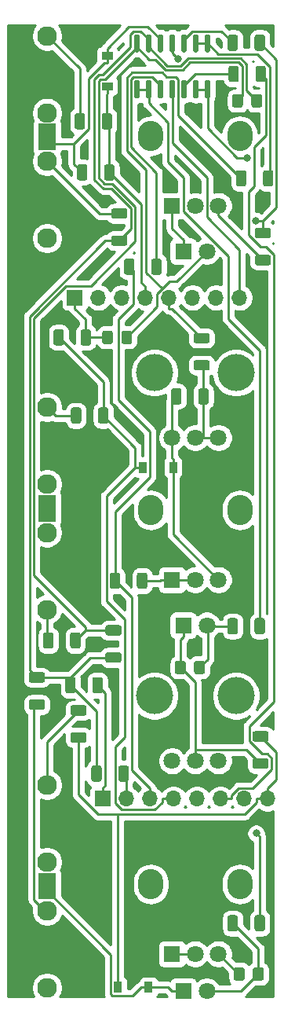
<source format=gbr>
%TF.GenerationSoftware,KiCad,Pcbnew,(5.1.9-0-10_14)*%
%TF.CreationDate,2021-04-20T22:44:58+02:00*%
%TF.ProjectId,tribus_front,74726962-7573-45f6-9672-6f6e742e6b69,rev?*%
%TF.SameCoordinates,Original*%
%TF.FileFunction,Copper,L2,Bot*%
%TF.FilePolarity,Positive*%
%FSLAX46Y46*%
G04 Gerber Fmt 4.6, Leading zero omitted, Abs format (unit mm)*
G04 Created by KiCad (PCBNEW (5.1.9-0-10_14)) date 2021-04-20 22:44:58*
%MOMM*%
%LPD*%
G01*
G04 APERTURE LIST*
%TA.AperFunction,ComponentPad*%
%ADD10C,1.800000*%
%TD*%
%TA.AperFunction,ComponentPad*%
%ADD11R,1.800000X1.800000*%
%TD*%
%TA.AperFunction,ComponentPad*%
%ADD12C,2.130000*%
%TD*%
%TA.AperFunction,ComponentPad*%
%ADD13R,1.930000X1.830000*%
%TD*%
%TA.AperFunction,ComponentPad*%
%ADD14O,2.720000X3.240000*%
%TD*%
%TA.AperFunction,WasherPad*%
%ADD15C,4.000000*%
%TD*%
%TA.AperFunction,ComponentPad*%
%ADD16O,1.700000X1.700000*%
%TD*%
%TA.AperFunction,ComponentPad*%
%ADD17R,1.700000X1.700000*%
%TD*%
%TA.AperFunction,SMDPad,CuDef*%
%ADD18R,1.200000X0.900000*%
%TD*%
%TA.AperFunction,SMDPad,CuDef*%
%ADD19R,0.900000X1.200000*%
%TD*%
%TA.AperFunction,ViaPad*%
%ADD20C,0.800000*%
%TD*%
%TA.AperFunction,Conductor*%
%ADD21C,0.250000*%
%TD*%
%TA.AperFunction,NonConductor*%
%ADD22C,0.254000*%
%TD*%
%TA.AperFunction,NonConductor*%
%ADD23C,0.100000*%
%TD*%
G04 APERTURE END LIST*
D10*
%TO.P,D14,2*%
%TO.N,Net-(C40-Pad2)*%
X22140000Y-65300000D03*
D11*
%TO.P,D14,1*%
%TO.N,GND*%
X19600000Y-65300000D03*
%TD*%
D12*
%TO.P,J8,TN*%
%TO.N,INPUT_NORM*%
X4900000Y-90800000D03*
D13*
%TO.P,J8,S*%
%TO.N,GND*%
X4900000Y-93900000D03*
D12*
%TO.P,J8,T*%
%TO.N,Net-(J8-PadT)*%
X4900000Y-82500000D03*
%TD*%
%TO.P,J5,TN*%
%TO.N,BASS_OUT_MIX*%
X4900000Y-96050000D03*
D13*
%TO.P,J5,S*%
%TO.N,GND*%
X4900000Y-92950000D03*
D12*
%TO.P,J5,T*%
%TO.N,BASS_OUT_FRONT*%
X4900000Y-104350000D03*
%TD*%
D11*
%TO.P,RV5,1*%
%TO.N,BASS_DECAY_FRONT*%
X18400000Y-100700000D03*
D10*
%TO.P,RV5,2*%
X20900000Y-100700000D03*
%TO.P,RV5,3*%
%TO.N,GND*%
X23400000Y-100700000D03*
D14*
%TO.P,RV5,*%
%TO.N,*%
X25700000Y-93200000D03*
X16100000Y-93200000D03*
%TD*%
D10*
%TO.P,RV3,3*%
%TO.N,SNARE_BODY_FRONT*%
X18400000Y-79900000D03*
%TO.P,RV3,2*%
%TO.N,GND*%
X20900000Y-79900000D03*
%TO.P,RV3,1*%
%TO.N,SNARE_NOISE_FRONT*%
X23400000Y-79900000D03*
D15*
%TO.P,RV3,*%
%TO.N,*%
X16500000Y-72900000D03*
X25300000Y-72900000D03*
%TD*%
D11*
%TO.P,RV2,1*%
%TO.N,Net-(R7-Pad1)*%
X18400000Y-60400000D03*
D10*
%TO.P,RV2,2*%
X20900000Y-60400000D03*
%TO.P,RV2,3*%
%TO.N,GND*%
X23400000Y-60400000D03*
D14*
%TO.P,RV2,*%
%TO.N,*%
X25700000Y-52900000D03*
X16100000Y-52900000D03*
%TD*%
D10*
%TO.P,RV7,3*%
%TO.N,GND*%
X18400000Y-45100000D03*
%TO.P,RV7,2*%
%TO.N,Net-(R67-Pad2)*%
X20900000Y-45100000D03*
%TO.P,RV7,1*%
X23400000Y-45100000D03*
D15*
%TO.P,RV7,*%
%TO.N,*%
X16500000Y-38100000D03*
X25300000Y-38100000D03*
%TD*%
D11*
%TO.P,RV6,1*%
%TO.N,GND*%
X18400000Y-20100000D03*
D10*
%TO.P,RV6,2*%
%TO.N,Net-(R60-Pad1)*%
X20900000Y-20100000D03*
%TO.P,RV6,3*%
X23400000Y-20100000D03*
D14*
%TO.P,RV6,*%
%TO.N,*%
X25700000Y-12600000D03*
X16100000Y-12600000D03*
%TD*%
D10*
%TO.P,D8,2*%
%TO.N,Net-(C39-Pad2)*%
X22140000Y-25000000D03*
D11*
%TO.P,D8,1*%
%TO.N,GND*%
X19600000Y-25000000D03*
%TD*%
D10*
%TO.P,D7,2*%
%TO.N,Net-(C38-Pad2)*%
X22140000Y-104730000D03*
D11*
%TO.P,D7,1*%
%TO.N,GND*%
X19600000Y-104730000D03*
%TD*%
D12*
%TO.P,J2,TN*%
%TO.N,Net-(J2-PadTN)*%
X4900000Y-10100000D03*
D13*
%TO.P,J2,S*%
%TO.N,GND*%
X4900000Y-13200000D03*
D12*
%TO.P,J2,T*%
%TO.N,INPUT_NORM*%
X4900000Y-1800000D03*
%TD*%
%TO.P,J6,TN*%
%TO.N,HH_OUT_MIX*%
X4900000Y-15300000D03*
D13*
%TO.P,J6,S*%
%TO.N,GND*%
X4900000Y-12200000D03*
D12*
%TO.P,J6,T*%
%TO.N,HH_OUT_FRONT*%
X4900000Y-23600000D03*
%TD*%
%TO.P,J10,TN*%
%TO.N,INPUT_NORM*%
X4900000Y-50100000D03*
D13*
%TO.P,J10,S*%
%TO.N,GND*%
X4900000Y-53200000D03*
D12*
%TO.P,J10,T*%
%TO.N,Net-(J10-PadT)*%
X4900000Y-41800000D03*
%TD*%
%TO.P,J3,TN*%
%TO.N,Net-(J3-PadTN)*%
X4900000Y-55300000D03*
D13*
%TO.P,J3,S*%
%TO.N,GND*%
X4900000Y-52200000D03*
D12*
%TO.P,J3,T*%
%TO.N,Net-(J3-PadT)*%
X4900000Y-63600000D03*
%TD*%
D16*
%TO.P,J9,8*%
%TO.N,BASS_TRIG_FRONT*%
X28690000Y-84000000D03*
%TO.P,J9,7*%
%TO.N,BASS_DECAY_FRONT*%
X26150000Y-84000000D03*
%TO.P,J9,6*%
%TO.N,BASS_LED_FRONT*%
X23610000Y-84000000D03*
%TO.P,J9,5*%
%TO.N,BASS_OUT_FRONT*%
X21070000Y-84000000D03*
%TO.P,J9,4*%
%TO.N,SNARE_TRIGGER_FRONT*%
X18530000Y-84000000D03*
%TO.P,J9,3*%
%TO.N,SNARE_DECAY_FRONT*%
X15990000Y-84000000D03*
%TO.P,J9,2*%
%TO.N,SNARE_NOISE_FRONT*%
X13450000Y-84000000D03*
D17*
%TO.P,J9,1*%
%TO.N,SNARE_BODY_FRONT*%
X10910000Y-84000000D03*
%TD*%
D16*
%TO.P,J11,8*%
%TO.N,+12V*%
X25690000Y-30000000D03*
%TO.P,J11,7*%
%TO.N,Net-(J11-Pad7)*%
X23150000Y-30000000D03*
%TO.P,J11,6*%
%TO.N,-12V*%
X20610000Y-30000000D03*
%TO.P,J11,5*%
%TO.N,NOISE_CUTOFF_FRONT*%
X18070000Y-30000000D03*
%TO.P,J11,4*%
%TO.N,HH_TRIG_FRONT*%
X15530000Y-30000000D03*
%TO.P,J11,3*%
%TO.N,HH_DECAY_FRONT*%
X12990000Y-30000000D03*
%TO.P,J11,2*%
%TO.N,HH_OUT_FRONT*%
X10450000Y-30000000D03*
D17*
%TO.P,J11,1*%
%TO.N,GND*%
X7910000Y-30000000D03*
%TD*%
%TO.P,C21,2*%
%TO.N,Net-(C21-Pad2)*%
%TA.AperFunction,SMDPad,CuDef*%
G36*
G01*
X26950000Y-9275000D02*
X26950000Y-8325000D01*
G75*
G02*
X27200000Y-8075000I250000J0D01*
G01*
X27875000Y-8075000D01*
G75*
G02*
X28125000Y-8325000I0J-250000D01*
G01*
X28125000Y-9275000D01*
G75*
G02*
X27875000Y-9525000I-250000J0D01*
G01*
X27200000Y-9525000D01*
G75*
G02*
X26950000Y-9275000I0J250000D01*
G01*
G37*
%TD.AperFunction*%
%TO.P,C21,1*%
%TO.N,Net-(C21-Pad1)*%
%TA.AperFunction,SMDPad,CuDef*%
G36*
G01*
X24875000Y-9275000D02*
X24875000Y-8325000D01*
G75*
G02*
X25125000Y-8075000I250000J0D01*
G01*
X25800000Y-8075000D01*
G75*
G02*
X26050000Y-8325000I0J-250000D01*
G01*
X26050000Y-9275000D01*
G75*
G02*
X25800000Y-9525000I-250000J0D01*
G01*
X25125000Y-9525000D01*
G75*
G02*
X24875000Y-9275000I0J250000D01*
G01*
G37*
%TD.AperFunction*%
%TD*%
%TO.P,C38,2*%
%TO.N,Net-(C38-Pad2)*%
%TA.AperFunction,SMDPad,CuDef*%
G36*
G01*
X27120000Y-103345000D02*
X27120000Y-102395000D01*
G75*
G02*
X27370000Y-102145000I250000J0D01*
G01*
X28045000Y-102145000D01*
G75*
G02*
X28295000Y-102395000I0J-250000D01*
G01*
X28295000Y-103345000D01*
G75*
G02*
X28045000Y-103595000I-250000J0D01*
G01*
X27370000Y-103595000D01*
G75*
G02*
X27120000Y-103345000I0J250000D01*
G01*
G37*
%TD.AperFunction*%
%TO.P,C38,1*%
%TO.N,GND*%
%TA.AperFunction,SMDPad,CuDef*%
G36*
G01*
X25045000Y-103345000D02*
X25045000Y-102395000D01*
G75*
G02*
X25295000Y-102145000I250000J0D01*
G01*
X25970000Y-102145000D01*
G75*
G02*
X26220000Y-102395000I0J-250000D01*
G01*
X26220000Y-103345000D01*
G75*
G02*
X25970000Y-103595000I-250000J0D01*
G01*
X25295000Y-103595000D01*
G75*
G02*
X25045000Y-103345000I0J250000D01*
G01*
G37*
%TD.AperFunction*%
%TD*%
%TO.P,C39,2*%
%TO.N,Net-(C39-Pad2)*%
%TA.AperFunction,SMDPad,CuDef*%
G36*
G01*
X12917500Y-34765000D02*
X12917500Y-33815000D01*
G75*
G02*
X13167500Y-33565000I250000J0D01*
G01*
X13842500Y-33565000D01*
G75*
G02*
X14092500Y-33815000I0J-250000D01*
G01*
X14092500Y-34765000D01*
G75*
G02*
X13842500Y-35015000I-250000J0D01*
G01*
X13167500Y-35015000D01*
G75*
G02*
X12917500Y-34765000I0J250000D01*
G01*
G37*
%TD.AperFunction*%
%TO.P,C39,1*%
%TO.N,GND*%
%TA.AperFunction,SMDPad,CuDef*%
G36*
G01*
X10842500Y-34765000D02*
X10842500Y-33815000D01*
G75*
G02*
X11092500Y-33565000I250000J0D01*
G01*
X11767500Y-33565000D01*
G75*
G02*
X12017500Y-33815000I0J-250000D01*
G01*
X12017500Y-34765000D01*
G75*
G02*
X11767500Y-35015000I-250000J0D01*
G01*
X11092500Y-35015000D01*
G75*
G02*
X10842500Y-34765000I0J250000D01*
G01*
G37*
%TD.AperFunction*%
%TD*%
%TO.P,C40,2*%
%TO.N,Net-(C40-Pad2)*%
%TA.AperFunction,SMDPad,CuDef*%
G36*
G01*
X20770000Y-70325000D02*
X20770000Y-69375000D01*
G75*
G02*
X21020000Y-69125000I250000J0D01*
G01*
X21695000Y-69125000D01*
G75*
G02*
X21945000Y-69375000I0J-250000D01*
G01*
X21945000Y-70325000D01*
G75*
G02*
X21695000Y-70575000I-250000J0D01*
G01*
X21020000Y-70575000D01*
G75*
G02*
X20770000Y-70325000I0J250000D01*
G01*
G37*
%TD.AperFunction*%
%TO.P,C40,1*%
%TO.N,GND*%
%TA.AperFunction,SMDPad,CuDef*%
G36*
G01*
X18695000Y-70325000D02*
X18695000Y-69375000D01*
G75*
G02*
X18945000Y-69125000I250000J0D01*
G01*
X19620000Y-69125000D01*
G75*
G02*
X19870000Y-69375000I0J-250000D01*
G01*
X19870000Y-70325000D01*
G75*
G02*
X19620000Y-70575000I-250000J0D01*
G01*
X18945000Y-70575000D01*
G75*
G02*
X18695000Y-70325000I0J250000D01*
G01*
G37*
%TD.AperFunction*%
%TD*%
D18*
%TO.P,D3,2*%
%TO.N,GND*%
X11400000Y-3950000D03*
%TO.P,D3,1*%
%TO.N,HH_TRIG_FRONT*%
X11400000Y-7250000D03*
%TD*%
D19*
%TO.P,D15,2*%
%TO.N,GND*%
X15850000Y-104300000D03*
%TO.P,D15,1*%
%TO.N,BASS_TRIG_FRONT*%
X12550000Y-104300000D03*
%TD*%
%TO.P,D16,2*%
%TO.N,GND*%
X18500000Y-48300000D03*
%TO.P,D16,1*%
%TO.N,SNARE_TRIGGER_FRONT*%
X15200000Y-48300000D03*
%TD*%
%TO.P,U4,14*%
%TO.N,Net-(R61-Pad2)*%
%TA.AperFunction,SMDPad,CuDef*%
G36*
G01*
X22375000Y-3580000D02*
X22075000Y-3580000D01*
G75*
G02*
X21925000Y-3430000I0J150000D01*
G01*
X21925000Y-1780000D01*
G75*
G02*
X22075000Y-1630000I150000J0D01*
G01*
X22375000Y-1630000D01*
G75*
G02*
X22525000Y-1780000I0J-150000D01*
G01*
X22525000Y-3430000D01*
G75*
G02*
X22375000Y-3580000I-150000J0D01*
G01*
G37*
%TD.AperFunction*%
%TO.P,U4,13*%
%TA.AperFunction,SMDPad,CuDef*%
G36*
G01*
X21105000Y-3580000D02*
X20805000Y-3580000D01*
G75*
G02*
X20655000Y-3430000I0J150000D01*
G01*
X20655000Y-1780000D01*
G75*
G02*
X20805000Y-1630000I150000J0D01*
G01*
X21105000Y-1630000D01*
G75*
G02*
X21255000Y-1780000I0J-150000D01*
G01*
X21255000Y-3430000D01*
G75*
G02*
X21105000Y-3580000I-150000J0D01*
G01*
G37*
%TD.AperFunction*%
%TO.P,U4,12*%
%TO.N,Net-(R59-Pad1)*%
%TA.AperFunction,SMDPad,CuDef*%
G36*
G01*
X19835000Y-3580000D02*
X19535000Y-3580000D01*
G75*
G02*
X19385000Y-3430000I0J150000D01*
G01*
X19385000Y-1780000D01*
G75*
G02*
X19535000Y-1630000I150000J0D01*
G01*
X19835000Y-1630000D01*
G75*
G02*
X19985000Y-1780000I0J-150000D01*
G01*
X19985000Y-3430000D01*
G75*
G02*
X19835000Y-3580000I-150000J0D01*
G01*
G37*
%TD.AperFunction*%
%TO.P,U4,11*%
%TO.N,-12V*%
%TA.AperFunction,SMDPad,CuDef*%
G36*
G01*
X18565000Y-3580000D02*
X18265000Y-3580000D01*
G75*
G02*
X18115000Y-3430000I0J150000D01*
G01*
X18115000Y-1780000D01*
G75*
G02*
X18265000Y-1630000I150000J0D01*
G01*
X18565000Y-1630000D01*
G75*
G02*
X18715000Y-1780000I0J-150000D01*
G01*
X18715000Y-3430000D01*
G75*
G02*
X18565000Y-3580000I-150000J0D01*
G01*
G37*
%TD.AperFunction*%
%TO.P,U4,10*%
%TO.N,GND*%
%TA.AperFunction,SMDPad,CuDef*%
G36*
G01*
X17295000Y-3580000D02*
X16995000Y-3580000D01*
G75*
G02*
X16845000Y-3430000I0J150000D01*
G01*
X16845000Y-1780000D01*
G75*
G02*
X16995000Y-1630000I150000J0D01*
G01*
X17295000Y-1630000D01*
G75*
G02*
X17445000Y-1780000I0J-150000D01*
G01*
X17445000Y-3430000D01*
G75*
G02*
X17295000Y-3580000I-150000J0D01*
G01*
G37*
%TD.AperFunction*%
%TO.P,U4,9*%
%TO.N,Net-(C21-Pad2)*%
%TA.AperFunction,SMDPad,CuDef*%
G36*
G01*
X16025000Y-3580000D02*
X15725000Y-3580000D01*
G75*
G02*
X15575000Y-3430000I0J150000D01*
G01*
X15575000Y-1780000D01*
G75*
G02*
X15725000Y-1630000I150000J0D01*
G01*
X16025000Y-1630000D01*
G75*
G02*
X16175000Y-1780000I0J-150000D01*
G01*
X16175000Y-3430000D01*
G75*
G02*
X16025000Y-3580000I-150000J0D01*
G01*
G37*
%TD.AperFunction*%
%TO.P,U4,8*%
%TO.N,Net-(C21-Pad1)*%
%TA.AperFunction,SMDPad,CuDef*%
G36*
G01*
X14755000Y-3580000D02*
X14455000Y-3580000D01*
G75*
G02*
X14305000Y-3430000I0J150000D01*
G01*
X14305000Y-1780000D01*
G75*
G02*
X14455000Y-1630000I150000J0D01*
G01*
X14755000Y-1630000D01*
G75*
G02*
X14905000Y-1780000I0J-150000D01*
G01*
X14905000Y-3430000D01*
G75*
G02*
X14755000Y-3580000I-150000J0D01*
G01*
G37*
%TD.AperFunction*%
%TO.P,U4,7*%
%TO.N,Net-(R63-Pad2)*%
%TA.AperFunction,SMDPad,CuDef*%
G36*
G01*
X14755000Y-8530000D02*
X14455000Y-8530000D01*
G75*
G02*
X14305000Y-8380000I0J150000D01*
G01*
X14305000Y-6730000D01*
G75*
G02*
X14455000Y-6580000I150000J0D01*
G01*
X14755000Y-6580000D01*
G75*
G02*
X14905000Y-6730000I0J-150000D01*
G01*
X14905000Y-8380000D01*
G75*
G02*
X14755000Y-8530000I-150000J0D01*
G01*
G37*
%TD.AperFunction*%
%TO.P,U4,6*%
%TA.AperFunction,SMDPad,CuDef*%
G36*
G01*
X16025000Y-8530000D02*
X15725000Y-8530000D01*
G75*
G02*
X15575000Y-8380000I0J150000D01*
G01*
X15575000Y-6730000D01*
G75*
G02*
X15725000Y-6580000I150000J0D01*
G01*
X16025000Y-6580000D01*
G75*
G02*
X16175000Y-6730000I0J-150000D01*
G01*
X16175000Y-8380000D01*
G75*
G02*
X16025000Y-8530000I-150000J0D01*
G01*
G37*
%TD.AperFunction*%
%TO.P,U4,5*%
%TO.N,Net-(R62-Pad1)*%
%TA.AperFunction,SMDPad,CuDef*%
G36*
G01*
X17295000Y-8530000D02*
X16995000Y-8530000D01*
G75*
G02*
X16845000Y-8380000I0J150000D01*
G01*
X16845000Y-6730000D01*
G75*
G02*
X16995000Y-6580000I150000J0D01*
G01*
X17295000Y-6580000D01*
G75*
G02*
X17445000Y-6730000I0J-150000D01*
G01*
X17445000Y-8380000D01*
G75*
G02*
X17295000Y-8530000I-150000J0D01*
G01*
G37*
%TD.AperFunction*%
%TO.P,U4,4*%
%TO.N,+12V*%
%TA.AperFunction,SMDPad,CuDef*%
G36*
G01*
X18565000Y-8530000D02*
X18265000Y-8530000D01*
G75*
G02*
X18115000Y-8380000I0J150000D01*
G01*
X18115000Y-6730000D01*
G75*
G02*
X18265000Y-6580000I150000J0D01*
G01*
X18565000Y-6580000D01*
G75*
G02*
X18715000Y-6730000I0J-150000D01*
G01*
X18715000Y-8380000D01*
G75*
G02*
X18565000Y-8530000I-150000J0D01*
G01*
G37*
%TD.AperFunction*%
%TO.P,U4,3*%
%TO.N,Net-(R8-Pad1)*%
%TA.AperFunction,SMDPad,CuDef*%
G36*
G01*
X19835000Y-8530000D02*
X19535000Y-8530000D01*
G75*
G02*
X19385000Y-8380000I0J150000D01*
G01*
X19385000Y-6730000D01*
G75*
G02*
X19535000Y-6580000I150000J0D01*
G01*
X19835000Y-6580000D01*
G75*
G02*
X19985000Y-6730000I0J-150000D01*
G01*
X19985000Y-8380000D01*
G75*
G02*
X19835000Y-8530000I-150000J0D01*
G01*
G37*
%TD.AperFunction*%
%TO.P,U4,2*%
%TO.N,Net-(R29-Pad2)*%
%TA.AperFunction,SMDPad,CuDef*%
G36*
G01*
X21105000Y-8530000D02*
X20805000Y-8530000D01*
G75*
G02*
X20655000Y-8380000I0J150000D01*
G01*
X20655000Y-6730000D01*
G75*
G02*
X20805000Y-6580000I150000J0D01*
G01*
X21105000Y-6580000D01*
G75*
G02*
X21255000Y-6730000I0J-150000D01*
G01*
X21255000Y-8380000D01*
G75*
G02*
X21105000Y-8530000I-150000J0D01*
G01*
G37*
%TD.AperFunction*%
%TO.P,U4,1*%
%TA.AperFunction,SMDPad,CuDef*%
G36*
G01*
X22375000Y-8530000D02*
X22075000Y-8530000D01*
G75*
G02*
X21925000Y-8380000I0J150000D01*
G01*
X21925000Y-6730000D01*
G75*
G02*
X22075000Y-6580000I150000J0D01*
G01*
X22375000Y-6580000D01*
G75*
G02*
X22525000Y-6730000I0J-150000D01*
G01*
X22525000Y-8380000D01*
G75*
G02*
X22375000Y-8530000I-150000J0D01*
G01*
G37*
%TD.AperFunction*%
%TD*%
%TO.P,R7,2*%
%TO.N,SNARE_DECAY_FRONT*%
%TA.AperFunction,SMDPad,CuDef*%
G36*
G01*
X12800000Y-59874997D02*
X12800000Y-61125003D01*
G75*
G02*
X12550003Y-61375000I-249997J0D01*
G01*
X11924997Y-61375000D01*
G75*
G02*
X11675000Y-61125003I0J249997D01*
G01*
X11675000Y-59874997D01*
G75*
G02*
X11924997Y-59625000I249997J0D01*
G01*
X12550003Y-59625000D01*
G75*
G02*
X12800000Y-59874997I0J-249997D01*
G01*
G37*
%TD.AperFunction*%
%TO.P,R7,1*%
%TO.N,Net-(R7-Pad1)*%
%TA.AperFunction,SMDPad,CuDef*%
G36*
G01*
X15725000Y-59874997D02*
X15725000Y-61125003D01*
G75*
G02*
X15475003Y-61375000I-249997J0D01*
G01*
X14849997Y-61375000D01*
G75*
G02*
X14600000Y-61125003I0J249997D01*
G01*
X14600000Y-59874997D01*
G75*
G02*
X14849997Y-59625000I249997J0D01*
G01*
X15475003Y-59625000D01*
G75*
G02*
X15725000Y-59874997I0J-249997D01*
G01*
G37*
%TD.AperFunction*%
%TD*%
%TO.P,R8,1*%
%TO.N,Net-(R8-Pad1)*%
%TA.AperFunction,SMDPad,CuDef*%
G36*
G01*
X24475000Y-6525003D02*
X24475000Y-5274997D01*
G75*
G02*
X24724997Y-5025000I249997J0D01*
G01*
X25350003Y-5025000D01*
G75*
G02*
X25600000Y-5274997I0J-249997D01*
G01*
X25600000Y-6525003D01*
G75*
G02*
X25350003Y-6775000I-249997J0D01*
G01*
X24724997Y-6775000D01*
G75*
G02*
X24475000Y-6525003I0J249997D01*
G01*
G37*
%TD.AperFunction*%
%TO.P,R8,2*%
%TO.N,BASS_LED_FRONT*%
%TA.AperFunction,SMDPad,CuDef*%
G36*
G01*
X27400000Y-6525003D02*
X27400000Y-5274997D01*
G75*
G02*
X27649997Y-5025000I249997J0D01*
G01*
X28275003Y-5025000D01*
G75*
G02*
X28525000Y-5274997I0J-249997D01*
G01*
X28525000Y-6525003D01*
G75*
G02*
X28275003Y-6775000I-249997J0D01*
G01*
X27649997Y-6775000D01*
G75*
G02*
X27400000Y-6525003I0J249997D01*
G01*
G37*
%TD.AperFunction*%
%TD*%
%TO.P,R13,2*%
%TO.N,HH_TRIG_FRONT*%
%TA.AperFunction,SMDPad,CuDef*%
G36*
G01*
X10800000Y-11625003D02*
X10800000Y-10374997D01*
G75*
G02*
X11049997Y-10125000I249997J0D01*
G01*
X11675003Y-10125000D01*
G75*
G02*
X11925000Y-10374997I0J-249997D01*
G01*
X11925000Y-11625003D01*
G75*
G02*
X11675003Y-11875000I-249997J0D01*
G01*
X11049997Y-11875000D01*
G75*
G02*
X10800000Y-11625003I0J249997D01*
G01*
G37*
%TD.AperFunction*%
%TO.P,R13,1*%
%TO.N,INPUT_NORM*%
%TA.AperFunction,SMDPad,CuDef*%
G36*
G01*
X7875000Y-11625003D02*
X7875000Y-10374997D01*
G75*
G02*
X8124997Y-10125000I249997J0D01*
G01*
X8750003Y-10125000D01*
G75*
G02*
X9000000Y-10374997I0J-249997D01*
G01*
X9000000Y-11625003D01*
G75*
G02*
X8750003Y-11875000I-249997J0D01*
G01*
X8124997Y-11875000D01*
G75*
G02*
X7875000Y-11625003I0J249997D01*
G01*
G37*
%TD.AperFunction*%
%TD*%
%TO.P,R15,1*%
%TO.N,HH_TRIG_FRONT*%
%TA.AperFunction,SMDPad,CuDef*%
G36*
G01*
X12185000Y-15884997D02*
X12185000Y-17135003D01*
G75*
G02*
X11935003Y-17385000I-249997J0D01*
G01*
X11309997Y-17385000D01*
G75*
G02*
X11060000Y-17135003I0J249997D01*
G01*
X11060000Y-15884997D01*
G75*
G02*
X11309997Y-15635000I249997J0D01*
G01*
X11935003Y-15635000D01*
G75*
G02*
X12185000Y-15884997I0J-249997D01*
G01*
G37*
%TD.AperFunction*%
%TO.P,R15,2*%
%TO.N,GND*%
%TA.AperFunction,SMDPad,CuDef*%
G36*
G01*
X9260000Y-15884997D02*
X9260000Y-17135003D01*
G75*
G02*
X9010003Y-17385000I-249997J0D01*
G01*
X8384997Y-17385000D01*
G75*
G02*
X8135000Y-17135003I0J249997D01*
G01*
X8135000Y-15884997D01*
G75*
G02*
X8384997Y-15635000I249997J0D01*
G01*
X9010003Y-15635000D01*
G75*
G02*
X9260000Y-15884997I0J-249997D01*
G01*
G37*
%TD.AperFunction*%
%TD*%
%TO.P,R16,2*%
%TO.N,Net-(C21-Pad2)*%
%TA.AperFunction,SMDPad,CuDef*%
G36*
G01*
X12074997Y-23300000D02*
X13325003Y-23300000D01*
G75*
G02*
X13575000Y-23549997I0J-249997D01*
G01*
X13575000Y-24175003D01*
G75*
G02*
X13325003Y-24425000I-249997J0D01*
G01*
X12074997Y-24425000D01*
G75*
G02*
X11825000Y-24175003I0J249997D01*
G01*
X11825000Y-23549997D01*
G75*
G02*
X12074997Y-23300000I249997J0D01*
G01*
G37*
%TD.AperFunction*%
%TO.P,R16,1*%
%TO.N,HH_OUT_MIX*%
%TA.AperFunction,SMDPad,CuDef*%
G36*
G01*
X12074997Y-20375000D02*
X13325003Y-20375000D01*
G75*
G02*
X13575000Y-20624997I0J-249997D01*
G01*
X13575000Y-21250003D01*
G75*
G02*
X13325003Y-21500000I-249997J0D01*
G01*
X12074997Y-21500000D01*
G75*
G02*
X11825000Y-21250003I0J249997D01*
G01*
X11825000Y-20624997D01*
G75*
G02*
X12074997Y-20375000I249997J0D01*
G01*
G37*
%TD.AperFunction*%
%TD*%
%TO.P,R17,1*%
%TO.N,BASS_OUT_MIX*%
%TA.AperFunction,SMDPad,CuDef*%
G36*
G01*
X4435003Y-74415000D02*
X3184997Y-74415000D01*
G75*
G02*
X2935000Y-74165003I0J249997D01*
G01*
X2935000Y-73539997D01*
G75*
G02*
X3184997Y-73290000I249997J0D01*
G01*
X4435003Y-73290000D01*
G75*
G02*
X4685000Y-73539997I0J-249997D01*
G01*
X4685000Y-74165003D01*
G75*
G02*
X4435003Y-74415000I-249997J0D01*
G01*
G37*
%TD.AperFunction*%
%TO.P,R17,2*%
%TO.N,Net-(C21-Pad2)*%
%TA.AperFunction,SMDPad,CuDef*%
G36*
G01*
X4435003Y-71490000D02*
X3184997Y-71490000D01*
G75*
G02*
X2935000Y-71240003I0J249997D01*
G01*
X2935000Y-70614997D01*
G75*
G02*
X3184997Y-70365000I249997J0D01*
G01*
X4435003Y-70365000D01*
G75*
G02*
X4685000Y-70614997I0J-249997D01*
G01*
X4685000Y-71240003D01*
G75*
G02*
X4435003Y-71490000I-249997J0D01*
G01*
G37*
%TD.AperFunction*%
%TD*%
%TO.P,R20,2*%
%TO.N,Net-(C21-Pad2)*%
%TA.AperFunction,SMDPad,CuDef*%
G36*
G01*
X10800000Y-80654997D02*
X10800000Y-81905003D01*
G75*
G02*
X10550003Y-82155000I-249997J0D01*
G01*
X9924997Y-82155000D01*
G75*
G02*
X9675000Y-81905003I0J249997D01*
G01*
X9675000Y-80654997D01*
G75*
G02*
X9924997Y-80405000I249997J0D01*
G01*
X10550003Y-80405000D01*
G75*
G02*
X10800000Y-80654997I0J-249997D01*
G01*
G37*
%TD.AperFunction*%
%TO.P,R20,1*%
%TO.N,SNARE_NOISE_FRONT*%
%TA.AperFunction,SMDPad,CuDef*%
G36*
G01*
X13725000Y-80654997D02*
X13725000Y-81905003D01*
G75*
G02*
X13475003Y-82155000I-249997J0D01*
G01*
X12849997Y-82155000D01*
G75*
G02*
X12600000Y-81905003I0J249997D01*
G01*
X12600000Y-80654997D01*
G75*
G02*
X12849997Y-80405000I249997J0D01*
G01*
X13475003Y-80405000D01*
G75*
G02*
X13725000Y-80654997I0J-249997D01*
G01*
G37*
%TD.AperFunction*%
%TD*%
%TO.P,R26,1*%
%TO.N,SNARE_BODY_FRONT*%
%TA.AperFunction,SMDPad,CuDef*%
G36*
G01*
X10915000Y-71129997D02*
X10915000Y-72380003D01*
G75*
G02*
X10665003Y-72630000I-249997J0D01*
G01*
X10039997Y-72630000D01*
G75*
G02*
X9790000Y-72380003I0J249997D01*
G01*
X9790000Y-71129997D01*
G75*
G02*
X10039997Y-70880000I249997J0D01*
G01*
X10665003Y-70880000D01*
G75*
G02*
X10915000Y-71129997I0J-249997D01*
G01*
G37*
%TD.AperFunction*%
%TO.P,R26,2*%
%TO.N,Net-(C21-Pad2)*%
%TA.AperFunction,SMDPad,CuDef*%
G36*
G01*
X7990000Y-71129997D02*
X7990000Y-72380003D01*
G75*
G02*
X7740003Y-72630000I-249997J0D01*
G01*
X7114997Y-72630000D01*
G75*
G02*
X6865000Y-72380003I0J249997D01*
G01*
X6865000Y-71129997D01*
G75*
G02*
X7114997Y-70880000I249997J0D01*
G01*
X7740003Y-70880000D01*
G75*
G02*
X7990000Y-71129997I0J-249997D01*
G01*
G37*
%TD.AperFunction*%
%TD*%
%TO.P,R29,2*%
%TO.N,Net-(R29-Pad2)*%
%TA.AperFunction,SMDPad,CuDef*%
G36*
G01*
X27300000Y-98025003D02*
X27300000Y-96774997D01*
G75*
G02*
X27549997Y-96525000I249997J0D01*
G01*
X28175003Y-96525000D01*
G75*
G02*
X28425000Y-96774997I0J-249997D01*
G01*
X28425000Y-98025003D01*
G75*
G02*
X28175003Y-98275000I-249997J0D01*
G01*
X27549997Y-98275000D01*
G75*
G02*
X27300000Y-98025003I0J249997D01*
G01*
G37*
%TD.AperFunction*%
%TO.P,R29,1*%
%TO.N,Net-(C38-Pad2)*%
%TA.AperFunction,SMDPad,CuDef*%
G36*
G01*
X24375000Y-98025003D02*
X24375000Y-96774997D01*
G75*
G02*
X24624997Y-96525000I249997J0D01*
G01*
X25250003Y-96525000D01*
G75*
G02*
X25500000Y-96774997I0J-249997D01*
G01*
X25500000Y-98025003D01*
G75*
G02*
X25250003Y-98275000I-249997J0D01*
G01*
X24624997Y-98275000D01*
G75*
G02*
X24375000Y-98025003I0J249997D01*
G01*
G37*
%TD.AperFunction*%
%TD*%
%TO.P,R56,1*%
%TO.N,Net-(C21-Pad2)*%
%TA.AperFunction,SMDPad,CuDef*%
G36*
G01*
X12690003Y-69335000D02*
X11439997Y-69335000D01*
G75*
G02*
X11190000Y-69085003I0J249997D01*
G01*
X11190000Y-68459997D01*
G75*
G02*
X11439997Y-68210000I249997J0D01*
G01*
X12690003Y-68210000D01*
G75*
G02*
X12940000Y-68459997I0J-249997D01*
G01*
X12940000Y-69085003D01*
G75*
G02*
X12690003Y-69335000I-249997J0D01*
G01*
G37*
%TD.AperFunction*%
%TO.P,R56,2*%
%TO.N,Net-(C21-Pad1)*%
%TA.AperFunction,SMDPad,CuDef*%
G36*
G01*
X12690003Y-66410000D02*
X11439997Y-66410000D01*
G75*
G02*
X11190000Y-66160003I0J249997D01*
G01*
X11190000Y-65534997D01*
G75*
G02*
X11439997Y-65285000I249997J0D01*
G01*
X12690003Y-65285000D01*
G75*
G02*
X12940000Y-65534997I0J-249997D01*
G01*
X12940000Y-66160003D01*
G75*
G02*
X12690003Y-66410000I-249997J0D01*
G01*
G37*
%TD.AperFunction*%
%TD*%
%TO.P,R57,2*%
%TO.N,Net-(C21-Pad1)*%
%TA.AperFunction,SMDPad,CuDef*%
G36*
G01*
X7400000Y-67555003D02*
X7400000Y-66304997D01*
G75*
G02*
X7649997Y-66055000I249997J0D01*
G01*
X8275003Y-66055000D01*
G75*
G02*
X8525000Y-66304997I0J-249997D01*
G01*
X8525000Y-67555003D01*
G75*
G02*
X8275003Y-67805000I-249997J0D01*
G01*
X7649997Y-67805000D01*
G75*
G02*
X7400000Y-67555003I0J249997D01*
G01*
G37*
%TD.AperFunction*%
%TO.P,R57,1*%
%TO.N,Net-(J3-PadT)*%
%TA.AperFunction,SMDPad,CuDef*%
G36*
G01*
X4475000Y-67555003D02*
X4475000Y-66304997D01*
G75*
G02*
X4724997Y-66055000I249997J0D01*
G01*
X5350003Y-66055000D01*
G75*
G02*
X5600000Y-66304997I0J-249997D01*
G01*
X5600000Y-67555003D01*
G75*
G02*
X5350003Y-67805000I-249997J0D01*
G01*
X4724997Y-67805000D01*
G75*
G02*
X4475000Y-67555003I0J249997D01*
G01*
G37*
%TD.AperFunction*%
%TD*%
%TO.P,R59,1*%
%TO.N,Net-(R59-Pad1)*%
%TA.AperFunction,SMDPad,CuDef*%
G36*
G01*
X24375000Y-3165003D02*
X24375000Y-1914997D01*
G75*
G02*
X24624997Y-1665000I249997J0D01*
G01*
X25250003Y-1665000D01*
G75*
G02*
X25500000Y-1914997I0J-249997D01*
G01*
X25500000Y-3165003D01*
G75*
G02*
X25250003Y-3415000I-249997J0D01*
G01*
X24624997Y-3415000D01*
G75*
G02*
X24375000Y-3165003I0J249997D01*
G01*
G37*
%TD.AperFunction*%
%TO.P,R59,2*%
%TO.N,HH_DECAY_FRONT*%
%TA.AperFunction,SMDPad,CuDef*%
G36*
G01*
X27300000Y-3165003D02*
X27300000Y-1914997D01*
G75*
G02*
X27549997Y-1665000I249997J0D01*
G01*
X28175003Y-1665000D01*
G75*
G02*
X28425000Y-1914997I0J-249997D01*
G01*
X28425000Y-3165003D01*
G75*
G02*
X28175003Y-3415000I-249997J0D01*
G01*
X27549997Y-3415000D01*
G75*
G02*
X27300000Y-3165003I0J249997D01*
G01*
G37*
%TD.AperFunction*%
%TD*%
%TO.P,R60,2*%
%TO.N,HH_DECAY_FRONT*%
%TA.AperFunction,SMDPad,CuDef*%
G36*
G01*
X28825003Y-23600000D02*
X27574997Y-23600000D01*
G75*
G02*
X27325000Y-23350003I0J249997D01*
G01*
X27325000Y-22724997D01*
G75*
G02*
X27574997Y-22475000I249997J0D01*
G01*
X28825003Y-22475000D01*
G75*
G02*
X29075000Y-22724997I0J-249997D01*
G01*
X29075000Y-23350003D01*
G75*
G02*
X28825003Y-23600000I-249997J0D01*
G01*
G37*
%TD.AperFunction*%
%TO.P,R60,1*%
%TO.N,Net-(R60-Pad1)*%
%TA.AperFunction,SMDPad,CuDef*%
G36*
G01*
X28825003Y-26525000D02*
X27574997Y-26525000D01*
G75*
G02*
X27325000Y-26275003I0J249997D01*
G01*
X27325000Y-25649997D01*
G75*
G02*
X27574997Y-25400000I249997J0D01*
G01*
X28825003Y-25400000D01*
G75*
G02*
X29075000Y-25649997I0J-249997D01*
G01*
X29075000Y-26275003D01*
G75*
G02*
X28825003Y-26525000I-249997J0D01*
G01*
G37*
%TD.AperFunction*%
%TD*%
%TO.P,R61,2*%
%TO.N,Net-(R61-Pad2)*%
%TA.AperFunction,SMDPad,CuDef*%
G36*
G01*
X28205000Y-17770003D02*
X28205000Y-16519997D01*
G75*
G02*
X28454997Y-16270000I249997J0D01*
G01*
X29080003Y-16270000D01*
G75*
G02*
X29330000Y-16519997I0J-249997D01*
G01*
X29330000Y-17770003D01*
G75*
G02*
X29080003Y-18020000I-249997J0D01*
G01*
X28454997Y-18020000D01*
G75*
G02*
X28205000Y-17770003I0J249997D01*
G01*
G37*
%TD.AperFunction*%
%TO.P,R61,1*%
%TO.N,Net-(C39-Pad2)*%
%TA.AperFunction,SMDPad,CuDef*%
G36*
G01*
X25280000Y-17770003D02*
X25280000Y-16519997D01*
G75*
G02*
X25529997Y-16270000I249997J0D01*
G01*
X26155003Y-16270000D01*
G75*
G02*
X26405000Y-16519997I0J-249997D01*
G01*
X26405000Y-17770003D01*
G75*
G02*
X26155003Y-18020000I-249997J0D01*
G01*
X25529997Y-18020000D01*
G75*
G02*
X25280000Y-17770003I0J249997D01*
G01*
G37*
%TD.AperFunction*%
%TD*%
%TO.P,R62,1*%
%TO.N,Net-(R62-Pad1)*%
%TA.AperFunction,SMDPad,CuDef*%
G36*
G01*
X17265000Y-26044997D02*
X17265000Y-27295003D01*
G75*
G02*
X17015003Y-27545000I-249997J0D01*
G01*
X16389997Y-27545000D01*
G75*
G02*
X16140000Y-27295003I0J249997D01*
G01*
X16140000Y-26044997D01*
G75*
G02*
X16389997Y-25795000I249997J0D01*
G01*
X17015003Y-25795000D01*
G75*
G02*
X17265000Y-26044997I0J-249997D01*
G01*
G37*
%TD.AperFunction*%
%TO.P,R62,2*%
%TO.N,SNARE_DECAY_FRONT*%
%TA.AperFunction,SMDPad,CuDef*%
G36*
G01*
X14340000Y-26044997D02*
X14340000Y-27295003D01*
G75*
G02*
X14090003Y-27545000I-249997J0D01*
G01*
X13464997Y-27545000D01*
G75*
G02*
X13215000Y-27295003I0J249997D01*
G01*
X13215000Y-26044997D01*
G75*
G02*
X13464997Y-25795000I249997J0D01*
G01*
X14090003Y-25795000D01*
G75*
G02*
X14340000Y-26044997I0J-249997D01*
G01*
G37*
%TD.AperFunction*%
%TD*%
%TO.P,R63,1*%
%TO.N,Net-(C40-Pad2)*%
%TA.AperFunction,SMDPad,CuDef*%
G36*
G01*
X24375000Y-66025003D02*
X24375000Y-64774997D01*
G75*
G02*
X24624997Y-64525000I249997J0D01*
G01*
X25250003Y-64525000D01*
G75*
G02*
X25500000Y-64774997I0J-249997D01*
G01*
X25500000Y-66025003D01*
G75*
G02*
X25250003Y-66275000I-249997J0D01*
G01*
X24624997Y-66275000D01*
G75*
G02*
X24375000Y-66025003I0J249997D01*
G01*
G37*
%TD.AperFunction*%
%TO.P,R63,2*%
%TO.N,Net-(R63-Pad2)*%
%TA.AperFunction,SMDPad,CuDef*%
G36*
G01*
X27300000Y-66025003D02*
X27300000Y-64774997D01*
G75*
G02*
X27549997Y-64525000I249997J0D01*
G01*
X28175003Y-64525000D01*
G75*
G02*
X28425000Y-64774997I0J-249997D01*
G01*
X28425000Y-66025003D01*
G75*
G02*
X28175003Y-66275000I-249997J0D01*
G01*
X27549997Y-66275000D01*
G75*
G02*
X27300000Y-66025003I0J249997D01*
G01*
G37*
%TD.AperFunction*%
%TD*%
%TO.P,R64,1*%
%TO.N,Net-(J8-PadT)*%
%TA.AperFunction,SMDPad,CuDef*%
G36*
G01*
X7674997Y-73905000D02*
X8925003Y-73905000D01*
G75*
G02*
X9175000Y-74154997I0J-249997D01*
G01*
X9175000Y-74780003D01*
G75*
G02*
X8925003Y-75030000I-249997J0D01*
G01*
X7674997Y-75030000D01*
G75*
G02*
X7425000Y-74780003I0J249997D01*
G01*
X7425000Y-74154997D01*
G75*
G02*
X7674997Y-73905000I249997J0D01*
G01*
G37*
%TD.AperFunction*%
%TO.P,R64,2*%
%TO.N,BASS_TRIG_FRONT*%
%TA.AperFunction,SMDPad,CuDef*%
G36*
G01*
X7674997Y-76830000D02*
X8925003Y-76830000D01*
G75*
G02*
X9175000Y-77079997I0J-249997D01*
G01*
X9175000Y-77705003D01*
G75*
G02*
X8925003Y-77955000I-249997J0D01*
G01*
X7674997Y-77955000D01*
G75*
G02*
X7425000Y-77705003I0J249997D01*
G01*
X7425000Y-77079997D01*
G75*
G02*
X7674997Y-76830000I249997J0D01*
G01*
G37*
%TD.AperFunction*%
%TD*%
%TO.P,R65,2*%
%TO.N,GND*%
%TA.AperFunction,SMDPad,CuDef*%
G36*
G01*
X27314997Y-79640000D02*
X28565003Y-79640000D01*
G75*
G02*
X28815000Y-79889997I0J-249997D01*
G01*
X28815000Y-80515003D01*
G75*
G02*
X28565003Y-80765000I-249997J0D01*
G01*
X27314997Y-80765000D01*
G75*
G02*
X27065000Y-80515003I0J249997D01*
G01*
X27065000Y-79889997D01*
G75*
G02*
X27314997Y-79640000I249997J0D01*
G01*
G37*
%TD.AperFunction*%
%TO.P,R65,1*%
%TO.N,BASS_TRIG_FRONT*%
%TA.AperFunction,SMDPad,CuDef*%
G36*
G01*
X27314997Y-76715000D02*
X28565003Y-76715000D01*
G75*
G02*
X28815000Y-76964997I0J-249997D01*
G01*
X28815000Y-77590003D01*
G75*
G02*
X28565003Y-77840000I-249997J0D01*
G01*
X27314997Y-77840000D01*
G75*
G02*
X27065000Y-77590003I0J249997D01*
G01*
X27065000Y-76964997D01*
G75*
G02*
X27314997Y-76715000I249997J0D01*
G01*
G37*
%TD.AperFunction*%
%TD*%
%TO.P,R66,1*%
%TO.N,Net-(J10-PadT)*%
%TA.AperFunction,SMDPad,CuDef*%
G36*
G01*
X7475000Y-43325003D02*
X7475000Y-42074997D01*
G75*
G02*
X7724997Y-41825000I249997J0D01*
G01*
X8350003Y-41825000D01*
G75*
G02*
X8600000Y-42074997I0J-249997D01*
G01*
X8600000Y-43325003D01*
G75*
G02*
X8350003Y-43575000I-249997J0D01*
G01*
X7724997Y-43575000D01*
G75*
G02*
X7475000Y-43325003I0J249997D01*
G01*
G37*
%TD.AperFunction*%
%TO.P,R66,2*%
%TO.N,SNARE_TRIGGER_FRONT*%
%TA.AperFunction,SMDPad,CuDef*%
G36*
G01*
X10400000Y-43325003D02*
X10400000Y-42074997D01*
G75*
G02*
X10649997Y-41825000I249997J0D01*
G01*
X11275003Y-41825000D01*
G75*
G02*
X11525000Y-42074997I0J-249997D01*
G01*
X11525000Y-43325003D01*
G75*
G02*
X11275003Y-43575000I-249997J0D01*
G01*
X10649997Y-43575000D01*
G75*
G02*
X10400000Y-43325003I0J249997D01*
G01*
G37*
%TD.AperFunction*%
%TD*%
%TO.P,R67,1*%
%TO.N,GND*%
%TA.AperFunction,SMDPad,CuDef*%
G36*
G01*
X18295000Y-41265003D02*
X18295000Y-40014997D01*
G75*
G02*
X18544997Y-39765000I249997J0D01*
G01*
X19170003Y-39765000D01*
G75*
G02*
X19420000Y-40014997I0J-249997D01*
G01*
X19420000Y-41265003D01*
G75*
G02*
X19170003Y-41515000I-249997J0D01*
G01*
X18544997Y-41515000D01*
G75*
G02*
X18295000Y-41265003I0J249997D01*
G01*
G37*
%TD.AperFunction*%
%TO.P,R67,2*%
%TO.N,Net-(R67-Pad2)*%
%TA.AperFunction,SMDPad,CuDef*%
G36*
G01*
X21220000Y-41265003D02*
X21220000Y-40014997D01*
G75*
G02*
X21469997Y-39765000I249997J0D01*
G01*
X22095003Y-39765000D01*
G75*
G02*
X22345000Y-40014997I0J-249997D01*
G01*
X22345000Y-41265003D01*
G75*
G02*
X22095003Y-41515000I-249997J0D01*
G01*
X21469997Y-41515000D01*
G75*
G02*
X21220000Y-41265003I0J249997D01*
G01*
G37*
%TD.AperFunction*%
%TD*%
%TO.P,R68,2*%
%TO.N,GND*%
%TA.AperFunction,SMDPad,CuDef*%
G36*
G01*
X8520000Y-34915003D02*
X8520000Y-33664997D01*
G75*
G02*
X8769997Y-33415000I249997J0D01*
G01*
X9395003Y-33415000D01*
G75*
G02*
X9645000Y-33664997I0J-249997D01*
G01*
X9645000Y-34915003D01*
G75*
G02*
X9395003Y-35165000I-249997J0D01*
G01*
X8769997Y-35165000D01*
G75*
G02*
X8520000Y-34915003I0J249997D01*
G01*
G37*
%TD.AperFunction*%
%TO.P,R68,1*%
%TO.N,SNARE_TRIGGER_FRONT*%
%TA.AperFunction,SMDPad,CuDef*%
G36*
G01*
X5595000Y-34915003D02*
X5595000Y-33664997D01*
G75*
G02*
X5844997Y-33415000I249997J0D01*
G01*
X6470003Y-33415000D01*
G75*
G02*
X6720000Y-33664997I0J-249997D01*
G01*
X6720000Y-34915003D01*
G75*
G02*
X6470003Y-35165000I-249997J0D01*
G01*
X5844997Y-35165000D01*
G75*
G02*
X5595000Y-34915003I0J249997D01*
G01*
G37*
%TD.AperFunction*%
%TD*%
%TO.P,R69,2*%
%TO.N,Net-(R67-Pad2)*%
%TA.AperFunction,SMDPad,CuDef*%
G36*
G01*
X20964997Y-36730000D02*
X22215003Y-36730000D01*
G75*
G02*
X22465000Y-36979997I0J-249997D01*
G01*
X22465000Y-37605003D01*
G75*
G02*
X22215003Y-37855000I-249997J0D01*
G01*
X20964997Y-37855000D01*
G75*
G02*
X20715000Y-37605003I0J249997D01*
G01*
X20715000Y-36979997D01*
G75*
G02*
X20964997Y-36730000I249997J0D01*
G01*
G37*
%TD.AperFunction*%
%TO.P,R69,1*%
%TO.N,NOISE_CUTOFF_FRONT*%
%TA.AperFunction,SMDPad,CuDef*%
G36*
G01*
X20964997Y-33805000D02*
X22215003Y-33805000D01*
G75*
G02*
X22465000Y-34054997I0J-249997D01*
G01*
X22465000Y-34680003D01*
G75*
G02*
X22215003Y-34930000I-249997J0D01*
G01*
X20964997Y-34930000D01*
G75*
G02*
X20715000Y-34680003I0J249997D01*
G01*
X20715000Y-34054997D01*
G75*
G02*
X20964997Y-33805000I249997J0D01*
G01*
G37*
%TD.AperFunction*%
%TD*%
D20*
%TO.N,HH_DECAY_FRONT*%
X27406800Y-21748900D03*
%TO.N,-12V*%
X19029300Y-4308600D03*
%TO.N,Net-(R29-Pad2)*%
X26500300Y-14949900D03*
X27471300Y-87713500D03*
%TD*%
D21*
%TO.N,Net-(C21-Pad2)*%
X15875000Y-2605000D02*
X15875000Y-2162700D01*
X15875000Y-2162700D02*
X15005900Y-1293600D01*
X15005900Y-1293600D02*
X14216600Y-1293600D01*
X14216600Y-1293600D02*
X13857900Y-1652300D01*
X13857900Y-1652300D02*
X13857900Y-3024600D01*
X13857900Y-3024600D02*
X10931500Y-5951000D01*
X10931500Y-5951000D02*
X10533400Y-5951000D01*
X10533400Y-5951000D02*
X10012800Y-6471600D01*
X10012800Y-6471600D02*
X10012800Y-17297500D01*
X10012800Y-17297500D02*
X10971100Y-18255800D01*
X10971100Y-18255800D02*
X11850000Y-18255800D01*
X11850000Y-18255800D02*
X13953900Y-20359700D01*
X13953900Y-20359700D02*
X13953900Y-22608600D01*
X13953900Y-22608600D02*
X12700000Y-23862500D01*
X7427500Y-71755000D02*
X10237500Y-74565000D01*
X10237500Y-74565000D02*
X10237500Y-81280000D01*
X27537500Y-8800000D02*
X26423400Y-7685900D01*
X26423400Y-7685900D02*
X26423400Y-4852500D01*
X26423400Y-4852500D02*
X25784700Y-4213800D01*
X25784700Y-4213800D02*
X20149900Y-4213800D01*
X20149900Y-4213800D02*
X19329800Y-5033900D01*
X19329800Y-5033900D02*
X17896500Y-5033900D01*
X17896500Y-5033900D02*
X15875000Y-3012400D01*
X15875000Y-3012400D02*
X15875000Y-2605000D01*
X7427500Y-70927500D02*
X7427500Y-71755000D01*
X12065000Y-68772500D02*
X9582500Y-68772500D01*
X9582500Y-68772500D02*
X7427500Y-70927500D01*
X7427500Y-70927500D02*
X3810000Y-70927500D01*
X12700000Y-23862500D02*
X11180200Y-23862500D01*
X11180200Y-23862500D02*
X3021800Y-32020900D01*
X3021800Y-32020900D02*
X3021800Y-70139300D01*
X3021800Y-70139300D02*
X3810000Y-70927500D01*
%TO.N,Net-(C21-Pad1)*%
X14605000Y-3049200D02*
X11179500Y-6474700D01*
X11179500Y-6474700D02*
X10665200Y-6474700D01*
X10665200Y-6474700D02*
X10463200Y-6676700D01*
X10463200Y-6676700D02*
X10463200Y-17111000D01*
X10463200Y-17111000D02*
X11063600Y-17711400D01*
X11063600Y-17711400D02*
X11942500Y-17711400D01*
X11942500Y-17711400D02*
X14404200Y-20173100D01*
X14404200Y-20173100D02*
X14404200Y-23932000D01*
X14404200Y-23932000D02*
X9610700Y-28725500D01*
X9610700Y-28725500D02*
X6954100Y-28725500D01*
X6954100Y-28725500D02*
X3472200Y-32207400D01*
X3472200Y-32207400D02*
X3472200Y-59911200D01*
X3472200Y-59911200D02*
X9045000Y-65484000D01*
X9045000Y-65484000D02*
X9045000Y-65847500D01*
X25462500Y-8800000D02*
X25962500Y-8300000D01*
X25962500Y-8300000D02*
X25962500Y-5028500D01*
X25962500Y-5028500D02*
X25598100Y-4664100D01*
X25598100Y-4664100D02*
X20336500Y-4664100D01*
X20336500Y-4664100D02*
X19516400Y-5484200D01*
X19516400Y-5484200D02*
X17676900Y-5484200D01*
X17676900Y-5484200D02*
X16586900Y-4394200D01*
X16586900Y-4394200D02*
X15950000Y-4394200D01*
X15950000Y-4394200D02*
X14605000Y-3049200D01*
X14605000Y-2605000D02*
X14605000Y-3049200D01*
X9045000Y-65847500D02*
X7962500Y-66930000D01*
X12065000Y-65847500D02*
X9045000Y-65847500D01*
%TO.N,GND*%
X15850000Y-104300000D02*
X15074700Y-104300000D01*
X4900000Y-93900000D02*
X11774600Y-100774600D01*
X11774600Y-100774600D02*
X11774600Y-105059700D01*
X11774600Y-105059700D02*
X11940300Y-105225400D01*
X11940300Y-105225400D02*
X14149300Y-105225400D01*
X14149300Y-105225400D02*
X15074700Y-104300000D01*
X25632500Y-102870000D02*
X25570000Y-102870000D01*
X25570000Y-102870000D02*
X23400000Y-100700000D01*
X19600000Y-104730000D02*
X18374700Y-104730000D01*
X15850000Y-104300000D02*
X17944700Y-104300000D01*
X17944700Y-104300000D02*
X18374700Y-104730000D01*
X20900000Y-78673000D02*
X20900000Y-79900000D01*
X18500000Y-48300000D02*
X18500000Y-47374700D01*
X18400000Y-45100000D02*
X18400000Y-47274700D01*
X18400000Y-47274700D02*
X18500000Y-47374700D01*
X18857500Y-40640000D02*
X18400000Y-41097500D01*
X18400000Y-41097500D02*
X18400000Y-45100000D01*
X18500000Y-48300000D02*
X18500000Y-55500000D01*
X18500000Y-55500000D02*
X23400000Y-60400000D01*
X20900000Y-78673000D02*
X20900000Y-71467500D01*
X20900000Y-71467500D02*
X19282500Y-69850000D01*
X20900000Y-78673000D02*
X26410500Y-78673000D01*
X26410500Y-78673000D02*
X27940000Y-80202500D01*
X7816600Y-13396700D02*
X9393700Y-11819600D01*
X9393700Y-11819600D02*
X9393700Y-6440900D01*
X9393700Y-6440900D02*
X11109300Y-4725300D01*
X11109300Y-4725300D02*
X11400000Y-4725300D01*
X5545200Y-13200000D02*
X5741900Y-13396700D01*
X5741900Y-13396700D02*
X7816600Y-13396700D01*
X7816600Y-13396700D02*
X7816600Y-15629100D01*
X7816600Y-15629100D02*
X8697500Y-16510000D01*
X11400000Y-3950000D02*
X11400000Y-4725300D01*
X4900000Y-13200000D02*
X5545200Y-13200000D01*
X11430000Y-34290000D02*
X9082500Y-34290000D01*
X19600000Y-66525300D02*
X19282500Y-66842800D01*
X19282500Y-66842800D02*
X19282500Y-69850000D01*
X11400000Y-3950000D02*
X11400000Y-3174700D01*
X11400000Y-3174700D02*
X13753300Y-821400D01*
X13753300Y-821400D02*
X15767800Y-821400D01*
X15767800Y-821400D02*
X17145000Y-2198600D01*
X17145000Y-2198600D02*
X17145000Y-2605000D01*
X9082500Y-34290000D02*
X9082500Y-32347800D01*
X9082500Y-32347800D02*
X7910000Y-31175300D01*
X7910000Y-30000000D02*
X7910000Y-31175300D01*
X19600000Y-25000000D02*
X19600000Y-23774700D01*
X18400000Y-20100000D02*
X18400000Y-22574700D01*
X18400000Y-22574700D02*
X19600000Y-23774700D01*
X19600000Y-65300000D02*
X19600000Y-66525300D01*
%TO.N,Net-(C38-Pad2)*%
X27707500Y-102870000D02*
X25847500Y-104730000D01*
X25847500Y-104730000D02*
X22140000Y-104730000D01*
X24937500Y-97400000D02*
X27707500Y-100170000D01*
X27707500Y-100170000D02*
X27707500Y-102870000D01*
%TO.N,Net-(C39-Pad2)*%
X17330000Y-29049900D02*
X16800000Y-29579900D01*
X16800000Y-29579900D02*
X16800000Y-30995000D01*
X16800000Y-30995000D02*
X13505000Y-34290000D01*
X22140000Y-25000000D02*
X18855700Y-28284300D01*
X18855700Y-28284300D02*
X18095600Y-28284300D01*
X18095600Y-28284300D02*
X17330000Y-29049900D01*
X25842500Y-17145000D02*
X19050000Y-10352500D01*
X19050000Y-10352500D02*
X19050000Y-6512900D01*
X19050000Y-6512900D02*
X18770000Y-6232900D01*
X18770000Y-6232900D02*
X17788700Y-6232900D01*
X17788700Y-6232900D02*
X17312400Y-5756600D01*
X17312400Y-5756600D02*
X14072600Y-5756600D01*
X14072600Y-5756600D02*
X13506100Y-6323100D01*
X13506100Y-6323100D02*
X13506100Y-14195900D01*
X13506100Y-14195900D02*
X15568500Y-16258300D01*
X15568500Y-16258300D02*
X15568500Y-27288500D01*
X15568500Y-27288500D02*
X17330000Y-29049900D01*
%TO.N,Net-(C40-Pad2)*%
X22240000Y-65400000D02*
X22140000Y-65300000D01*
X24937500Y-65400000D02*
X22240000Y-65400000D01*
X21357500Y-69850000D02*
X22240000Y-68967500D01*
X22240000Y-68967500D02*
X22240000Y-65400000D01*
%TO.N,HH_TRIG_FRONT*%
X11362500Y-11000000D02*
X11622500Y-11260000D01*
X11622500Y-11260000D02*
X11622500Y-16510000D01*
X11362500Y-11000000D02*
X11362500Y-8062800D01*
X11362500Y-8062800D02*
X11400000Y-8025300D01*
X11622500Y-16510000D02*
X15079600Y-19967100D01*
X15079600Y-19967100D02*
X15079600Y-28374300D01*
X15079600Y-28374300D02*
X15530000Y-28824700D01*
X15530000Y-30000000D02*
X15530000Y-28824700D01*
X11400000Y-7250000D02*
X11400000Y-8025300D01*
%TO.N,BASS_TRIG_FRONT*%
X12550000Y-85653500D02*
X26228500Y-85653500D01*
X26228500Y-85653500D02*
X27514700Y-84367300D01*
X27514700Y-84367300D02*
X27514700Y-84000000D01*
X8300000Y-77392500D02*
X8300000Y-83573800D01*
X8300000Y-83573800D02*
X10379700Y-85653500D01*
X10379700Y-85653500D02*
X12550000Y-85653500D01*
X12550000Y-85653500D02*
X12550000Y-103374700D01*
X12550000Y-104300000D02*
X12550000Y-103374700D01*
X28690000Y-84000000D02*
X27514700Y-84000000D01*
X28690000Y-84000000D02*
X28690000Y-82824700D01*
X27940000Y-77277500D02*
X29614300Y-78951800D01*
X29614300Y-78951800D02*
X29614300Y-81900400D01*
X29614300Y-81900400D02*
X28690000Y-82824700D01*
%TO.N,SNARE_TRIGGER_FRONT*%
X14424700Y-48300000D02*
X11321000Y-51403700D01*
X11321000Y-51403700D02*
X11321000Y-62731100D01*
X11321000Y-62731100D02*
X13273100Y-64683200D01*
X13273100Y-64683200D02*
X13273100Y-77371800D01*
X13273100Y-77371800D02*
X12248100Y-78396800D01*
X12248100Y-78396800D02*
X12248100Y-84470100D01*
X12248100Y-84470100D02*
X12953300Y-85175300D01*
X12953300Y-85175300D02*
X16546800Y-85175300D01*
X16546800Y-85175300D02*
X17354700Y-84367400D01*
X17354700Y-84367400D02*
X17354700Y-84000000D01*
X10962500Y-42700000D02*
X14424700Y-46162200D01*
X14424700Y-46162200D02*
X14424700Y-48300000D01*
X6157500Y-34290000D02*
X10962500Y-39095000D01*
X10962500Y-39095000D02*
X10962500Y-42700000D01*
X15200000Y-48300000D02*
X14424700Y-48300000D01*
X18530000Y-84000000D02*
X17354700Y-84000000D01*
%TO.N,INPUT_NORM*%
X8437500Y-11000000D02*
X8437500Y-5337500D01*
X8437500Y-5337500D02*
X4900000Y-1800000D01*
%TO.N,Net-(J3-PadT)*%
X5037500Y-66930000D02*
X4900000Y-66792500D01*
X4900000Y-66792500D02*
X4900000Y-63600000D01*
%TO.N,BASS_OUT_MIX*%
X3810000Y-73852500D02*
X3505800Y-74156700D01*
X3505800Y-74156700D02*
X3505800Y-94865400D01*
X3505800Y-94865400D02*
X4690400Y-96050000D01*
X4690400Y-96050000D02*
X4900000Y-96050000D01*
%TO.N,HH_OUT_MIX*%
X12700000Y-20937500D02*
X10537500Y-20937500D01*
X10537500Y-20937500D02*
X4900000Y-15300000D01*
%TO.N,Net-(J8-PadT)*%
X8300000Y-74467500D02*
X4900000Y-77867500D01*
X4900000Y-77867500D02*
X4900000Y-82500000D01*
%TO.N,BASS_DECAY_FRONT*%
X20900000Y-100700000D02*
X18400000Y-100700000D01*
%TO.N,BASS_LED_FRONT*%
X24785300Y-84000000D02*
X24785300Y-83632600D01*
X24785300Y-83632600D02*
X25593200Y-82824700D01*
X25593200Y-82824700D02*
X27128900Y-82824700D01*
X27128900Y-82824700D02*
X29159100Y-80794500D01*
X29159100Y-80794500D02*
X29159100Y-79652300D01*
X29159100Y-79652300D02*
X28665700Y-79158900D01*
X28665700Y-79158900D02*
X28070200Y-79158900D01*
X28070200Y-79158900D02*
X26722800Y-77811500D01*
X26722800Y-77811500D02*
X26722800Y-76202500D01*
X26722800Y-76202500D02*
X29401300Y-73524000D01*
X29401300Y-73524000D02*
X29401300Y-25350300D01*
X29401300Y-25350300D02*
X28551000Y-24500000D01*
X28551000Y-24500000D02*
X27903000Y-24500000D01*
X27903000Y-24500000D02*
X26652500Y-23249500D01*
X26652500Y-23249500D02*
X26652500Y-18580500D01*
X26652500Y-18580500D02*
X27225600Y-18007400D01*
X27225600Y-18007400D02*
X27225600Y-13799700D01*
X27225600Y-13799700D02*
X28494900Y-12530400D01*
X28494900Y-12530400D02*
X28494900Y-6432400D01*
X28494900Y-6432400D02*
X27962500Y-5900000D01*
X23610000Y-84000000D02*
X24785300Y-84000000D01*
%TO.N,SNARE_DECAY_FRONT*%
X15990000Y-84000000D02*
X15990000Y-82824700D01*
X12237500Y-60500000D02*
X14051400Y-62313900D01*
X14051400Y-62313900D02*
X14051400Y-80886100D01*
X14051400Y-80886100D02*
X15990000Y-82824700D01*
X13777500Y-26670000D02*
X14199700Y-27092200D01*
X14199700Y-27092200D02*
X14199700Y-30701900D01*
X14199700Y-30701900D02*
X12575800Y-32325800D01*
X12575800Y-32325800D02*
X12575800Y-41008700D01*
X12575800Y-41008700D02*
X15975400Y-44408300D01*
X15975400Y-44408300D02*
X15975400Y-49343200D01*
X15975400Y-49343200D02*
X12237500Y-53081100D01*
X12237500Y-53081100D02*
X12237500Y-60500000D01*
%TO.N,SNARE_NOISE_FRONT*%
X13162500Y-81280000D02*
X13450000Y-81567500D01*
X13450000Y-81567500D02*
X13450000Y-84000000D01*
%TO.N,SNARE_BODY_FRONT*%
X10910000Y-84000000D02*
X10910000Y-82824700D01*
X10352500Y-71755000D02*
X11176800Y-72579300D01*
X11176800Y-72579300D02*
X11176800Y-82557900D01*
X11176800Y-82557900D02*
X10910000Y-82824700D01*
%TO.N,Net-(J10-PadT)*%
X8037500Y-42700000D02*
X5800000Y-42700000D01*
X5800000Y-42700000D02*
X4900000Y-41800000D01*
%TO.N,HH_DECAY_FRONT*%
X28200000Y-21748900D02*
X28200000Y-23037500D01*
X27862500Y-2540000D02*
X29660500Y-4338000D01*
X29660500Y-4338000D02*
X29660500Y-20288400D01*
X29660500Y-20288400D02*
X28200000Y-21748900D01*
X28200000Y-21748900D02*
X27406800Y-21748900D01*
%TO.N,NOISE_CUTOFF_FRONT*%
X18070000Y-30000000D02*
X18070000Y-31175300D01*
X21590000Y-34367500D02*
X18397800Y-31175300D01*
X18397800Y-31175300D02*
X18070000Y-31175300D01*
%TO.N,-12V*%
X18415000Y-2605000D02*
X18415000Y-3694300D01*
X18415000Y-3694300D02*
X19029300Y-4308600D01*
%TO.N,+12V*%
X25690000Y-30000000D02*
X25690000Y-24865300D01*
X25690000Y-24865300D02*
X22150100Y-21325400D01*
X22150100Y-21325400D02*
X22150100Y-17083300D01*
X22150100Y-17083300D02*
X18415000Y-13348200D01*
X18415000Y-13348200D02*
X18415000Y-7555000D01*
%TO.N,Net-(R7-Pad1)*%
X20900000Y-60400000D02*
X18400000Y-60400000D01*
X18400000Y-60400000D02*
X17174700Y-60400000D01*
X15162500Y-60500000D02*
X17074700Y-60500000D01*
X17074700Y-60500000D02*
X17174700Y-60400000D01*
%TO.N,Net-(R8-Pad1)*%
X25037500Y-5900000D02*
X20882100Y-5900000D01*
X20882100Y-5900000D02*
X19685000Y-7097100D01*
X19685000Y-7097100D02*
X19685000Y-7555000D01*
%TO.N,Net-(R29-Pad2)*%
X27862500Y-97400000D02*
X27862500Y-88104700D01*
X27862500Y-88104700D02*
X27471300Y-87713500D01*
X26500300Y-14949900D02*
X25403600Y-14949900D01*
X25403600Y-14949900D02*
X22225000Y-11771300D01*
X22225000Y-11771300D02*
X22225000Y-7555000D01*
X22225000Y-7555000D02*
X20955000Y-7555000D01*
%TO.N,Net-(R59-Pad1)*%
X24937500Y-2540000D02*
X23693800Y-1296300D01*
X23693800Y-1296300D02*
X20600800Y-1296300D01*
X20600800Y-1296300D02*
X19685000Y-2212100D01*
X19685000Y-2212100D02*
X19685000Y-2605000D01*
%TO.N,Net-(R60-Pad1)*%
X28200000Y-25962500D02*
X23400000Y-21162500D01*
X23400000Y-21162500D02*
X23400000Y-20100000D01*
%TO.N,Net-(R61-Pad2)*%
X22225000Y-2605000D02*
X20955000Y-2605000D01*
X28767500Y-17145000D02*
X28988800Y-16923700D01*
X28988800Y-16923700D02*
X28988800Y-5156600D01*
X28988800Y-5156600D02*
X27595700Y-3763500D01*
X27595700Y-3763500D02*
X23383500Y-3763500D01*
X23383500Y-3763500D02*
X22225000Y-2605000D01*
%TO.N,Net-(R62-Pad1)*%
X16702500Y-26670000D02*
X16702500Y-16526000D01*
X16702500Y-16526000D02*
X13967800Y-13791300D01*
X13967800Y-13791300D02*
X13967800Y-6498300D01*
X13967800Y-6498300D02*
X14259100Y-6207000D01*
X14259100Y-6207000D02*
X16228900Y-6207000D01*
X16228900Y-6207000D02*
X17145000Y-7123100D01*
X17145000Y-7123100D02*
X17145000Y-7555000D01*
%TO.N,Net-(R63-Pad2)*%
X27862500Y-65400000D02*
X27862500Y-35685400D01*
X27862500Y-35685400D02*
X24461800Y-32284700D01*
X24461800Y-32284700D02*
X24461800Y-25560000D01*
X24461800Y-25560000D02*
X19625400Y-20723600D01*
X19625400Y-20723600D02*
X19625400Y-17063500D01*
X19625400Y-17063500D02*
X17964600Y-15402700D01*
X17964600Y-15402700D02*
X17964600Y-11132000D01*
X17964600Y-11132000D02*
X15875000Y-9042400D01*
X15875000Y-9042400D02*
X15875000Y-7555000D01*
X15875000Y-7555000D02*
X14605000Y-7555000D01*
%TO.N,Net-(R67-Pad2)*%
X21782500Y-45100000D02*
X20900000Y-45100000D01*
X23400000Y-45100000D02*
X21782500Y-45100000D01*
X21782500Y-40640000D02*
X21782500Y-45100000D01*
X21590000Y-37292500D02*
X21782500Y-37485000D01*
X21782500Y-37485000D02*
X21782500Y-40640000D01*
%TD*%
D22*
X17810896Y-105240997D02*
X17834699Y-105270001D01*
X17889530Y-105315000D01*
X16780881Y-105315000D01*
X16830537Y-105254494D01*
X16889502Y-105144180D01*
X16915038Y-105060000D01*
X17629899Y-105060000D01*
X17810896Y-105240997D01*
%TA.AperFunction,NonConductor*%
D23*
G36*
X17810896Y-105240997D02*
G01*
X17834699Y-105270001D01*
X17889530Y-105315000D01*
X16780881Y-105315000D01*
X16830537Y-105254494D01*
X16889502Y-105144180D01*
X16915038Y-105060000D01*
X17629899Y-105060000D01*
X17810896Y-105240997D01*
G37*
%TD.AperFunction*%
D22*
X27986589Y-85315990D02*
X28256842Y-85427932D01*
X28543740Y-85485000D01*
X28836260Y-85485000D01*
X29123158Y-85427932D01*
X29315001Y-85348468D01*
X29315001Y-105315000D01*
X26332670Y-105315000D01*
X26387501Y-105270001D01*
X26411304Y-105240997D01*
X27419230Y-104233072D01*
X28045000Y-104233072D01*
X28218254Y-104216008D01*
X28384850Y-104165472D01*
X28538386Y-104083405D01*
X28672962Y-103972962D01*
X28783405Y-103838386D01*
X28865472Y-103684850D01*
X28916008Y-103518254D01*
X28933072Y-103345000D01*
X28933072Y-102395000D01*
X28916008Y-102221746D01*
X28865472Y-102055150D01*
X28783405Y-101901614D01*
X28672962Y-101767038D01*
X28538386Y-101656595D01*
X28467500Y-101618706D01*
X28467500Y-100207333D01*
X28471177Y-100170000D01*
X28456503Y-100021014D01*
X28413046Y-99877753D01*
X28342474Y-99745724D01*
X28271299Y-99658997D01*
X28247501Y-99629999D01*
X28218504Y-99606202D01*
X27522684Y-98910382D01*
X27549997Y-98913072D01*
X28175003Y-98913072D01*
X28348257Y-98896008D01*
X28514852Y-98845472D01*
X28668388Y-98763405D01*
X28802963Y-98652963D01*
X28913405Y-98518388D01*
X28995472Y-98364852D01*
X29046008Y-98198257D01*
X29063072Y-98025003D01*
X29063072Y-96774997D01*
X29046008Y-96601743D01*
X28995472Y-96435148D01*
X28913405Y-96281612D01*
X28802963Y-96147037D01*
X28668388Y-96036595D01*
X28622500Y-96012067D01*
X28622500Y-88142022D01*
X28626176Y-88104699D01*
X28622500Y-88067376D01*
X28622500Y-88067367D01*
X28611503Y-87955714D01*
X28568046Y-87812453D01*
X28506300Y-87696936D01*
X28506300Y-87611561D01*
X28466526Y-87411602D01*
X28388505Y-87223244D01*
X28275237Y-87053726D01*
X28131074Y-86909563D01*
X27961556Y-86796295D01*
X27773198Y-86718274D01*
X27573239Y-86678500D01*
X27369361Y-86678500D01*
X27169402Y-86718274D01*
X26981044Y-86796295D01*
X26811526Y-86909563D01*
X26667363Y-87053726D01*
X26554095Y-87223244D01*
X26476074Y-87411602D01*
X26436300Y-87611561D01*
X26436300Y-87815439D01*
X26476074Y-88015398D01*
X26554095Y-88203756D01*
X26667363Y-88373274D01*
X26811526Y-88517437D01*
X26981044Y-88630705D01*
X27102501Y-88681014D01*
X27102501Y-91510185D01*
X26813725Y-91273193D01*
X26467147Y-91087943D01*
X26091088Y-90973867D01*
X25700000Y-90935348D01*
X25308913Y-90973867D01*
X24932854Y-91087943D01*
X24586276Y-91273193D01*
X24282498Y-91522497D01*
X24033193Y-91826275D01*
X23847943Y-92172853D01*
X23733867Y-92548912D01*
X23705000Y-92842002D01*
X23705000Y-93557997D01*
X23733867Y-93851087D01*
X23847943Y-94227146D01*
X24033193Y-94573725D01*
X24282497Y-94877503D01*
X24586275Y-95126807D01*
X24932853Y-95312057D01*
X25308912Y-95426133D01*
X25700000Y-95464652D01*
X26091087Y-95426133D01*
X26467146Y-95312057D01*
X26813725Y-95126807D01*
X27102500Y-94889815D01*
X27102500Y-96012067D01*
X27056612Y-96036595D01*
X26922037Y-96147037D01*
X26811595Y-96281612D01*
X26729528Y-96435148D01*
X26678992Y-96601743D01*
X26661928Y-96774997D01*
X26661928Y-98025003D01*
X26664618Y-98052317D01*
X26138072Y-97525771D01*
X26138072Y-96774997D01*
X26121008Y-96601743D01*
X26070472Y-96435148D01*
X25988405Y-96281612D01*
X25877963Y-96147037D01*
X25743388Y-96036595D01*
X25589852Y-95954528D01*
X25423257Y-95903992D01*
X25250003Y-95886928D01*
X24624997Y-95886928D01*
X24451743Y-95903992D01*
X24285148Y-95954528D01*
X24131612Y-96036595D01*
X23997037Y-96147037D01*
X23886595Y-96281612D01*
X23804528Y-96435148D01*
X23753992Y-96601743D01*
X23736928Y-96774997D01*
X23736928Y-98025003D01*
X23753992Y-98198257D01*
X23804528Y-98364852D01*
X23886595Y-98518388D01*
X23997037Y-98652963D01*
X24131612Y-98763405D01*
X24285148Y-98845472D01*
X24451743Y-98896008D01*
X24624997Y-98913072D01*
X25250003Y-98913072D01*
X25364494Y-98901796D01*
X26947500Y-100484802D01*
X26947501Y-101618705D01*
X26876614Y-101656595D01*
X26742038Y-101767038D01*
X26670000Y-101854817D01*
X26597962Y-101767038D01*
X26463386Y-101656595D01*
X26309850Y-101574528D01*
X26143254Y-101523992D01*
X25970000Y-101506928D01*
X25295000Y-101506928D01*
X25282920Y-101508118D01*
X24883731Y-101108930D01*
X24935000Y-100851184D01*
X24935000Y-100548816D01*
X24876011Y-100252257D01*
X24760299Y-99972905D01*
X24592312Y-99721495D01*
X24378505Y-99507688D01*
X24127095Y-99339701D01*
X23847743Y-99223989D01*
X23551184Y-99165000D01*
X23248816Y-99165000D01*
X22952257Y-99223989D01*
X22672905Y-99339701D01*
X22421495Y-99507688D01*
X22207688Y-99721495D01*
X22150000Y-99807831D01*
X22092312Y-99721495D01*
X21878505Y-99507688D01*
X21627095Y-99339701D01*
X21347743Y-99223989D01*
X21051184Y-99165000D01*
X20748816Y-99165000D01*
X20452257Y-99223989D01*
X20172905Y-99339701D01*
X19921495Y-99507688D01*
X19883880Y-99545303D01*
X19830537Y-99445506D01*
X19751185Y-99348815D01*
X19654494Y-99269463D01*
X19544180Y-99210498D01*
X19424482Y-99174188D01*
X19300000Y-99161928D01*
X17500000Y-99161928D01*
X17375518Y-99174188D01*
X17255820Y-99210498D01*
X17145506Y-99269463D01*
X17048815Y-99348815D01*
X16969463Y-99445506D01*
X16910498Y-99555820D01*
X16874188Y-99675518D01*
X16861928Y-99800000D01*
X16861928Y-101600000D01*
X16874188Y-101724482D01*
X16910498Y-101844180D01*
X16969463Y-101954494D01*
X17048815Y-102051185D01*
X17145506Y-102130537D01*
X17255820Y-102189502D01*
X17375518Y-102225812D01*
X17500000Y-102238072D01*
X19300000Y-102238072D01*
X19424482Y-102225812D01*
X19544180Y-102189502D01*
X19654494Y-102130537D01*
X19751185Y-102051185D01*
X19830537Y-101954494D01*
X19883880Y-101854697D01*
X19921495Y-101892312D01*
X20172905Y-102060299D01*
X20452257Y-102176011D01*
X20748816Y-102235000D01*
X21051184Y-102235000D01*
X21347743Y-102176011D01*
X21627095Y-102060299D01*
X21878505Y-101892312D01*
X22092312Y-101678505D01*
X22150000Y-101592169D01*
X22207688Y-101678505D01*
X22421495Y-101892312D01*
X22672905Y-102060299D01*
X22952257Y-102176011D01*
X23248816Y-102235000D01*
X23551184Y-102235000D01*
X23808930Y-102183731D01*
X24406928Y-102781730D01*
X24406928Y-103345000D01*
X24423992Y-103518254D01*
X24474528Y-103684850D01*
X24556595Y-103838386D01*
X24664607Y-103970000D01*
X23478313Y-103970000D01*
X23332312Y-103751495D01*
X23118505Y-103537688D01*
X22867095Y-103369701D01*
X22587743Y-103253989D01*
X22291184Y-103195000D01*
X21988816Y-103195000D01*
X21692257Y-103253989D01*
X21412905Y-103369701D01*
X21161495Y-103537688D01*
X21095056Y-103604127D01*
X21089502Y-103585820D01*
X21030537Y-103475506D01*
X20951185Y-103378815D01*
X20854494Y-103299463D01*
X20744180Y-103240498D01*
X20624482Y-103204188D01*
X20500000Y-103191928D01*
X18700000Y-103191928D01*
X18575518Y-103204188D01*
X18455820Y-103240498D01*
X18345506Y-103299463D01*
X18248815Y-103378815D01*
X18169463Y-103475506D01*
X18124169Y-103560244D01*
X18093686Y-103550997D01*
X17982033Y-103540000D01*
X17982022Y-103540000D01*
X17944700Y-103536324D01*
X17907378Y-103540000D01*
X16915038Y-103540000D01*
X16889502Y-103455820D01*
X16830537Y-103345506D01*
X16751185Y-103248815D01*
X16654494Y-103169463D01*
X16544180Y-103110498D01*
X16424482Y-103074188D01*
X16300000Y-103061928D01*
X15400000Y-103061928D01*
X15275518Y-103074188D01*
X15155820Y-103110498D01*
X15045506Y-103169463D01*
X14948815Y-103248815D01*
X14869463Y-103345506D01*
X14810498Y-103455820D01*
X14774188Y-103575518D01*
X14771760Y-103600170D01*
X14650424Y-103665026D01*
X14534699Y-103759999D01*
X14510901Y-103788997D01*
X13834499Y-104465400D01*
X13638072Y-104465400D01*
X13638072Y-103700000D01*
X13625812Y-103575518D01*
X13589502Y-103455820D01*
X13530537Y-103345506D01*
X13451185Y-103248815D01*
X13354494Y-103169463D01*
X13310000Y-103145680D01*
X13310000Y-92842002D01*
X14105000Y-92842002D01*
X14105000Y-93557997D01*
X14133867Y-93851087D01*
X14247943Y-94227146D01*
X14433193Y-94573725D01*
X14682497Y-94877503D01*
X14986275Y-95126807D01*
X15332853Y-95312057D01*
X15708912Y-95426133D01*
X16100000Y-95464652D01*
X16491087Y-95426133D01*
X16867146Y-95312057D01*
X17213725Y-95126807D01*
X17517503Y-94877503D01*
X17766807Y-94573725D01*
X17952057Y-94227147D01*
X18066133Y-93851088D01*
X18095000Y-93557998D01*
X18095000Y-92842003D01*
X18066133Y-92548913D01*
X17952057Y-92172853D01*
X17766807Y-91826275D01*
X17517503Y-91522497D01*
X17213725Y-91273193D01*
X16867147Y-91087943D01*
X16491088Y-90973867D01*
X16100000Y-90935348D01*
X15708913Y-90973867D01*
X15332854Y-91087943D01*
X14986276Y-91273193D01*
X14682498Y-91522497D01*
X14433193Y-91826275D01*
X14247943Y-92172853D01*
X14133867Y-92548912D01*
X14105000Y-92842002D01*
X13310000Y-92842002D01*
X13310000Y-86413500D01*
X26191178Y-86413500D01*
X26228500Y-86417176D01*
X26265822Y-86413500D01*
X26265833Y-86413500D01*
X26377486Y-86402503D01*
X26520747Y-86359046D01*
X26652776Y-86288474D01*
X26768501Y-86193501D01*
X26792303Y-86164498D01*
X27779311Y-85177491D01*
X27986589Y-85315990D01*
%TA.AperFunction,NonConductor*%
D23*
G36*
X27986589Y-85315990D02*
G01*
X28256842Y-85427932D01*
X28543740Y-85485000D01*
X28836260Y-85485000D01*
X29123158Y-85427932D01*
X29315001Y-85348468D01*
X29315001Y-105315000D01*
X26332670Y-105315000D01*
X26387501Y-105270001D01*
X26411304Y-105240997D01*
X27419230Y-104233072D01*
X28045000Y-104233072D01*
X28218254Y-104216008D01*
X28384850Y-104165472D01*
X28538386Y-104083405D01*
X28672962Y-103972962D01*
X28783405Y-103838386D01*
X28865472Y-103684850D01*
X28916008Y-103518254D01*
X28933072Y-103345000D01*
X28933072Y-102395000D01*
X28916008Y-102221746D01*
X28865472Y-102055150D01*
X28783405Y-101901614D01*
X28672962Y-101767038D01*
X28538386Y-101656595D01*
X28467500Y-101618706D01*
X28467500Y-100207333D01*
X28471177Y-100170000D01*
X28456503Y-100021014D01*
X28413046Y-99877753D01*
X28342474Y-99745724D01*
X28271299Y-99658997D01*
X28247501Y-99629999D01*
X28218504Y-99606202D01*
X27522684Y-98910382D01*
X27549997Y-98913072D01*
X28175003Y-98913072D01*
X28348257Y-98896008D01*
X28514852Y-98845472D01*
X28668388Y-98763405D01*
X28802963Y-98652963D01*
X28913405Y-98518388D01*
X28995472Y-98364852D01*
X29046008Y-98198257D01*
X29063072Y-98025003D01*
X29063072Y-96774997D01*
X29046008Y-96601743D01*
X28995472Y-96435148D01*
X28913405Y-96281612D01*
X28802963Y-96147037D01*
X28668388Y-96036595D01*
X28622500Y-96012067D01*
X28622500Y-88142022D01*
X28626176Y-88104699D01*
X28622500Y-88067376D01*
X28622500Y-88067367D01*
X28611503Y-87955714D01*
X28568046Y-87812453D01*
X28506300Y-87696936D01*
X28506300Y-87611561D01*
X28466526Y-87411602D01*
X28388505Y-87223244D01*
X28275237Y-87053726D01*
X28131074Y-86909563D01*
X27961556Y-86796295D01*
X27773198Y-86718274D01*
X27573239Y-86678500D01*
X27369361Y-86678500D01*
X27169402Y-86718274D01*
X26981044Y-86796295D01*
X26811526Y-86909563D01*
X26667363Y-87053726D01*
X26554095Y-87223244D01*
X26476074Y-87411602D01*
X26436300Y-87611561D01*
X26436300Y-87815439D01*
X26476074Y-88015398D01*
X26554095Y-88203756D01*
X26667363Y-88373274D01*
X26811526Y-88517437D01*
X26981044Y-88630705D01*
X27102501Y-88681014D01*
X27102501Y-91510185D01*
X26813725Y-91273193D01*
X26467147Y-91087943D01*
X26091088Y-90973867D01*
X25700000Y-90935348D01*
X25308913Y-90973867D01*
X24932854Y-91087943D01*
X24586276Y-91273193D01*
X24282498Y-91522497D01*
X24033193Y-91826275D01*
X23847943Y-92172853D01*
X23733867Y-92548912D01*
X23705000Y-92842002D01*
X23705000Y-93557997D01*
X23733867Y-93851087D01*
X23847943Y-94227146D01*
X24033193Y-94573725D01*
X24282497Y-94877503D01*
X24586275Y-95126807D01*
X24932853Y-95312057D01*
X25308912Y-95426133D01*
X25700000Y-95464652D01*
X26091087Y-95426133D01*
X26467146Y-95312057D01*
X26813725Y-95126807D01*
X27102500Y-94889815D01*
X27102500Y-96012067D01*
X27056612Y-96036595D01*
X26922037Y-96147037D01*
X26811595Y-96281612D01*
X26729528Y-96435148D01*
X26678992Y-96601743D01*
X26661928Y-96774997D01*
X26661928Y-98025003D01*
X26664618Y-98052317D01*
X26138072Y-97525771D01*
X26138072Y-96774997D01*
X26121008Y-96601743D01*
X26070472Y-96435148D01*
X25988405Y-96281612D01*
X25877963Y-96147037D01*
X25743388Y-96036595D01*
X25589852Y-95954528D01*
X25423257Y-95903992D01*
X25250003Y-95886928D01*
X24624997Y-95886928D01*
X24451743Y-95903992D01*
X24285148Y-95954528D01*
X24131612Y-96036595D01*
X23997037Y-96147037D01*
X23886595Y-96281612D01*
X23804528Y-96435148D01*
X23753992Y-96601743D01*
X23736928Y-96774997D01*
X23736928Y-98025003D01*
X23753992Y-98198257D01*
X23804528Y-98364852D01*
X23886595Y-98518388D01*
X23997037Y-98652963D01*
X24131612Y-98763405D01*
X24285148Y-98845472D01*
X24451743Y-98896008D01*
X24624997Y-98913072D01*
X25250003Y-98913072D01*
X25364494Y-98901796D01*
X26947500Y-100484802D01*
X26947501Y-101618705D01*
X26876614Y-101656595D01*
X26742038Y-101767038D01*
X26670000Y-101854817D01*
X26597962Y-101767038D01*
X26463386Y-101656595D01*
X26309850Y-101574528D01*
X26143254Y-101523992D01*
X25970000Y-101506928D01*
X25295000Y-101506928D01*
X25282920Y-101508118D01*
X24883731Y-101108930D01*
X24935000Y-100851184D01*
X24935000Y-100548816D01*
X24876011Y-100252257D01*
X24760299Y-99972905D01*
X24592312Y-99721495D01*
X24378505Y-99507688D01*
X24127095Y-99339701D01*
X23847743Y-99223989D01*
X23551184Y-99165000D01*
X23248816Y-99165000D01*
X22952257Y-99223989D01*
X22672905Y-99339701D01*
X22421495Y-99507688D01*
X22207688Y-99721495D01*
X22150000Y-99807831D01*
X22092312Y-99721495D01*
X21878505Y-99507688D01*
X21627095Y-99339701D01*
X21347743Y-99223989D01*
X21051184Y-99165000D01*
X20748816Y-99165000D01*
X20452257Y-99223989D01*
X20172905Y-99339701D01*
X19921495Y-99507688D01*
X19883880Y-99545303D01*
X19830537Y-99445506D01*
X19751185Y-99348815D01*
X19654494Y-99269463D01*
X19544180Y-99210498D01*
X19424482Y-99174188D01*
X19300000Y-99161928D01*
X17500000Y-99161928D01*
X17375518Y-99174188D01*
X17255820Y-99210498D01*
X17145506Y-99269463D01*
X17048815Y-99348815D01*
X16969463Y-99445506D01*
X16910498Y-99555820D01*
X16874188Y-99675518D01*
X16861928Y-99800000D01*
X16861928Y-101600000D01*
X16874188Y-101724482D01*
X16910498Y-101844180D01*
X16969463Y-101954494D01*
X17048815Y-102051185D01*
X17145506Y-102130537D01*
X17255820Y-102189502D01*
X17375518Y-102225812D01*
X17500000Y-102238072D01*
X19300000Y-102238072D01*
X19424482Y-102225812D01*
X19544180Y-102189502D01*
X19654494Y-102130537D01*
X19751185Y-102051185D01*
X19830537Y-101954494D01*
X19883880Y-101854697D01*
X19921495Y-101892312D01*
X20172905Y-102060299D01*
X20452257Y-102176011D01*
X20748816Y-102235000D01*
X21051184Y-102235000D01*
X21347743Y-102176011D01*
X21627095Y-102060299D01*
X21878505Y-101892312D01*
X22092312Y-101678505D01*
X22150000Y-101592169D01*
X22207688Y-101678505D01*
X22421495Y-101892312D01*
X22672905Y-102060299D01*
X22952257Y-102176011D01*
X23248816Y-102235000D01*
X23551184Y-102235000D01*
X23808930Y-102183731D01*
X24406928Y-102781730D01*
X24406928Y-103345000D01*
X24423992Y-103518254D01*
X24474528Y-103684850D01*
X24556595Y-103838386D01*
X24664607Y-103970000D01*
X23478313Y-103970000D01*
X23332312Y-103751495D01*
X23118505Y-103537688D01*
X22867095Y-103369701D01*
X22587743Y-103253989D01*
X22291184Y-103195000D01*
X21988816Y-103195000D01*
X21692257Y-103253989D01*
X21412905Y-103369701D01*
X21161495Y-103537688D01*
X21095056Y-103604127D01*
X21089502Y-103585820D01*
X21030537Y-103475506D01*
X20951185Y-103378815D01*
X20854494Y-103299463D01*
X20744180Y-103240498D01*
X20624482Y-103204188D01*
X20500000Y-103191928D01*
X18700000Y-103191928D01*
X18575518Y-103204188D01*
X18455820Y-103240498D01*
X18345506Y-103299463D01*
X18248815Y-103378815D01*
X18169463Y-103475506D01*
X18124169Y-103560244D01*
X18093686Y-103550997D01*
X17982033Y-103540000D01*
X17982022Y-103540000D01*
X17944700Y-103536324D01*
X17907378Y-103540000D01*
X16915038Y-103540000D01*
X16889502Y-103455820D01*
X16830537Y-103345506D01*
X16751185Y-103248815D01*
X16654494Y-103169463D01*
X16544180Y-103110498D01*
X16424482Y-103074188D01*
X16300000Y-103061928D01*
X15400000Y-103061928D01*
X15275518Y-103074188D01*
X15155820Y-103110498D01*
X15045506Y-103169463D01*
X14948815Y-103248815D01*
X14869463Y-103345506D01*
X14810498Y-103455820D01*
X14774188Y-103575518D01*
X14771760Y-103600170D01*
X14650424Y-103665026D01*
X14534699Y-103759999D01*
X14510901Y-103788997D01*
X13834499Y-104465400D01*
X13638072Y-104465400D01*
X13638072Y-103700000D01*
X13625812Y-103575518D01*
X13589502Y-103455820D01*
X13530537Y-103345506D01*
X13451185Y-103248815D01*
X13354494Y-103169463D01*
X13310000Y-103145680D01*
X13310000Y-92842002D01*
X14105000Y-92842002D01*
X14105000Y-93557997D01*
X14133867Y-93851087D01*
X14247943Y-94227146D01*
X14433193Y-94573725D01*
X14682497Y-94877503D01*
X14986275Y-95126807D01*
X15332853Y-95312057D01*
X15708912Y-95426133D01*
X16100000Y-95464652D01*
X16491087Y-95426133D01*
X16867146Y-95312057D01*
X17213725Y-95126807D01*
X17517503Y-94877503D01*
X17766807Y-94573725D01*
X17952057Y-94227147D01*
X18066133Y-93851088D01*
X18095000Y-93557998D01*
X18095000Y-92842003D01*
X18066133Y-92548913D01*
X17952057Y-92172853D01*
X17766807Y-91826275D01*
X17517503Y-91522497D01*
X17213725Y-91273193D01*
X16867147Y-91087943D01*
X16491088Y-90973867D01*
X16100000Y-90935348D01*
X15708913Y-90973867D01*
X15332854Y-91087943D01*
X14986276Y-91273193D01*
X14682498Y-91522497D01*
X14433193Y-91826275D01*
X14247943Y-92172853D01*
X14133867Y-92548912D01*
X14105000Y-92842002D01*
X13310000Y-92842002D01*
X13310000Y-86413500D01*
X26191178Y-86413500D01*
X26228500Y-86417176D01*
X26265822Y-86413500D01*
X26265833Y-86413500D01*
X26377486Y-86402503D01*
X26520747Y-86359046D01*
X26652776Y-86288474D01*
X26768501Y-86193501D01*
X26792303Y-86164498D01*
X27779311Y-85177491D01*
X27986589Y-85315990D01*
G37*
%TD.AperFunction*%
D22*
X3579523Y-716313D02*
X3393479Y-994748D01*
X3265330Y-1304128D01*
X3200000Y-1632565D01*
X3200000Y-1967435D01*
X3265330Y-2295872D01*
X3393479Y-2605252D01*
X3579523Y-2883687D01*
X3816313Y-3120477D01*
X4094748Y-3306521D01*
X4404128Y-3434670D01*
X4732565Y-3500000D01*
X5067435Y-3500000D01*
X5395872Y-3434670D01*
X5441124Y-3415926D01*
X7677501Y-5652304D01*
X7677500Y-9612067D01*
X7631612Y-9636595D01*
X7497037Y-9747037D01*
X7386595Y-9881612D01*
X7304528Y-10035148D01*
X7253992Y-10201743D01*
X7236928Y-10374997D01*
X7236928Y-11625003D01*
X7253992Y-11798257D01*
X7304528Y-11964852D01*
X7386595Y-12118388D01*
X7497037Y-12252963D01*
X7631612Y-12363405D01*
X7725115Y-12413384D01*
X7501799Y-12636700D01*
X6503072Y-12636700D01*
X6503072Y-11285000D01*
X6490812Y-11160518D01*
X6454502Y-11040820D01*
X6395537Y-10930506D01*
X6392290Y-10926550D01*
X6406521Y-10905252D01*
X6534670Y-10595872D01*
X6600000Y-10267435D01*
X6600000Y-9932565D01*
X6534670Y-9604128D01*
X6406521Y-9294748D01*
X6220477Y-9016313D01*
X5983687Y-8779523D01*
X5705252Y-8593479D01*
X5395872Y-8465330D01*
X5067435Y-8400000D01*
X4732565Y-8400000D01*
X4404128Y-8465330D01*
X4094748Y-8593479D01*
X3816313Y-8779523D01*
X3579523Y-9016313D01*
X3393479Y-9294748D01*
X3265330Y-9604128D01*
X3200000Y-9932565D01*
X3200000Y-10267435D01*
X3265330Y-10595872D01*
X3393479Y-10905252D01*
X3407710Y-10926550D01*
X3404463Y-10930506D01*
X3345498Y-11040820D01*
X3309188Y-11160518D01*
X3296928Y-11285000D01*
X3296928Y-14115000D01*
X3309188Y-14239482D01*
X3345498Y-14359180D01*
X3404463Y-14469494D01*
X3407710Y-14473450D01*
X3393479Y-14494748D01*
X3265330Y-14804128D01*
X3200000Y-15132565D01*
X3200000Y-15467435D01*
X3265330Y-15795872D01*
X3393479Y-16105252D01*
X3579523Y-16383687D01*
X3816313Y-16620477D01*
X4094748Y-16806521D01*
X4404128Y-16934670D01*
X4732565Y-17000000D01*
X5067435Y-17000000D01*
X5395872Y-16934670D01*
X5441125Y-16915926D01*
X9973701Y-21448503D01*
X9997499Y-21477501D01*
X10026497Y-21501299D01*
X10113223Y-21572474D01*
X10213011Y-21625812D01*
X10245253Y-21643046D01*
X10388514Y-21686503D01*
X10500167Y-21697500D01*
X10500177Y-21697500D01*
X10537500Y-21701176D01*
X10574823Y-21697500D01*
X11312067Y-21697500D01*
X11336595Y-21743388D01*
X11447037Y-21877963D01*
X11581612Y-21988405D01*
X11735148Y-22070472D01*
X11901743Y-22121008D01*
X12074997Y-22138072D01*
X13193901Y-22138072D01*
X13193901Y-22293797D01*
X12825770Y-22661928D01*
X12074997Y-22661928D01*
X11901743Y-22678992D01*
X11735148Y-22729528D01*
X11581612Y-22811595D01*
X11447037Y-22922037D01*
X11336595Y-23056612D01*
X11312067Y-23102500D01*
X11217523Y-23102500D01*
X11180200Y-23098824D01*
X11142877Y-23102500D01*
X11142867Y-23102500D01*
X11031214Y-23113497D01*
X10915490Y-23148601D01*
X10887953Y-23156954D01*
X10755923Y-23227526D01*
X10711849Y-23263697D01*
X10640199Y-23322499D01*
X10616401Y-23351497D01*
X2510803Y-31457096D01*
X2481799Y-31480899D01*
X2448870Y-31521024D01*
X2386826Y-31596624D01*
X2348996Y-31667399D01*
X2316254Y-31728654D01*
X2272797Y-31871915D01*
X2261800Y-31983568D01*
X2261800Y-31983578D01*
X2258124Y-32020900D01*
X2261800Y-32058222D01*
X2261801Y-70101967D01*
X2258124Y-70139300D01*
X2272798Y-70288285D01*
X2316254Y-70431546D01*
X2316784Y-70432538D01*
X2313992Y-70441743D01*
X2296928Y-70614997D01*
X2296928Y-71240003D01*
X2313992Y-71413257D01*
X2364528Y-71579852D01*
X2446595Y-71733388D01*
X2557037Y-71867963D01*
X2691612Y-71978405D01*
X2845148Y-72060472D01*
X3011743Y-72111008D01*
X3184997Y-72128072D01*
X4435003Y-72128072D01*
X4608257Y-72111008D01*
X4774852Y-72060472D01*
X4928388Y-71978405D01*
X5062963Y-71867963D01*
X5173405Y-71733388D01*
X5197933Y-71687500D01*
X6226928Y-71687500D01*
X6226928Y-72380003D01*
X6243992Y-72553257D01*
X6294528Y-72719852D01*
X6376595Y-72873388D01*
X6487037Y-73007963D01*
X6621612Y-73118405D01*
X6775148Y-73200472D01*
X6941743Y-73251008D01*
X7114997Y-73268072D01*
X7663382Y-73268072D01*
X7501743Y-73283992D01*
X7335148Y-73334528D01*
X7181612Y-73416595D01*
X7047037Y-73527037D01*
X6936595Y-73661612D01*
X6854528Y-73815148D01*
X6803992Y-73981743D01*
X6786928Y-74154997D01*
X6786928Y-74780003D01*
X6798204Y-74894494D01*
X4389003Y-77303696D01*
X4359999Y-77327499D01*
X4304871Y-77394674D01*
X4265800Y-77442281D01*
X4265800Y-75053072D01*
X4435003Y-75053072D01*
X4608257Y-75036008D01*
X4774852Y-74985472D01*
X4928388Y-74903405D01*
X5062963Y-74792963D01*
X5173405Y-74658388D01*
X5255472Y-74504852D01*
X5306008Y-74338257D01*
X5323072Y-74165003D01*
X5323072Y-73539997D01*
X5306008Y-73366743D01*
X5255472Y-73200148D01*
X5173405Y-73046612D01*
X5062963Y-72912037D01*
X4928388Y-72801595D01*
X4774852Y-72719528D01*
X4608257Y-72668992D01*
X4435003Y-72651928D01*
X3184997Y-72651928D01*
X3011743Y-72668992D01*
X2845148Y-72719528D01*
X2691612Y-72801595D01*
X2557037Y-72912037D01*
X2446595Y-73046612D01*
X2364528Y-73200148D01*
X2313992Y-73366743D01*
X2296928Y-73539997D01*
X2296928Y-74165003D01*
X2313992Y-74338257D01*
X2364528Y-74504852D01*
X2446595Y-74658388D01*
X2557037Y-74792963D01*
X2691612Y-74903405D01*
X2745800Y-74932369D01*
X2745801Y-94828067D01*
X2742124Y-94865400D01*
X2756798Y-95014385D01*
X2800254Y-95157646D01*
X2870826Y-95289676D01*
X2942001Y-95376402D01*
X2965800Y-95405401D01*
X2994798Y-95429199D01*
X3241173Y-95675574D01*
X3200000Y-95882565D01*
X3200000Y-96217435D01*
X3265330Y-96545872D01*
X3393479Y-96855252D01*
X3579523Y-97133687D01*
X3816313Y-97370477D01*
X4094748Y-97556521D01*
X4404128Y-97684670D01*
X4732565Y-97750000D01*
X5067435Y-97750000D01*
X5395872Y-97684670D01*
X5705252Y-97556521D01*
X5983687Y-97370477D01*
X6220477Y-97133687D01*
X6406521Y-96855252D01*
X6516042Y-96590844D01*
X11014600Y-101089402D01*
X11014601Y-105022368D01*
X11010924Y-105059700D01*
X11025598Y-105208685D01*
X11057847Y-105315000D01*
X6299781Y-105315000D01*
X6406521Y-105155252D01*
X6534670Y-104845872D01*
X6600000Y-104517435D01*
X6600000Y-104182565D01*
X6534670Y-103854128D01*
X6406521Y-103544748D01*
X6220477Y-103266313D01*
X5983687Y-103029523D01*
X5705252Y-102843479D01*
X5395872Y-102715330D01*
X5067435Y-102650000D01*
X4732565Y-102650000D01*
X4404128Y-102715330D01*
X4094748Y-102843479D01*
X3816313Y-103029523D01*
X3579523Y-103266313D01*
X3393479Y-103544748D01*
X3265330Y-103854128D01*
X3200000Y-104182565D01*
X3200000Y-104517435D01*
X3265330Y-104845872D01*
X3393479Y-105155252D01*
X3500219Y-105315000D01*
X685000Y-105315000D01*
X685000Y-23432565D01*
X3200000Y-23432565D01*
X3200000Y-23767435D01*
X3265330Y-24095872D01*
X3393479Y-24405252D01*
X3579523Y-24683687D01*
X3816313Y-24920477D01*
X4094748Y-25106521D01*
X4404128Y-25234670D01*
X4732565Y-25300000D01*
X5067435Y-25300000D01*
X5395872Y-25234670D01*
X5705252Y-25106521D01*
X5983687Y-24920477D01*
X6220477Y-24683687D01*
X6406521Y-24405252D01*
X6534670Y-24095872D01*
X6600000Y-23767435D01*
X6600000Y-23432565D01*
X6534670Y-23104128D01*
X6406521Y-22794748D01*
X6220477Y-22516313D01*
X5983687Y-22279523D01*
X5705252Y-22093479D01*
X5395872Y-21965330D01*
X5067435Y-21900000D01*
X4732565Y-21900000D01*
X4404128Y-21965330D01*
X4094748Y-22093479D01*
X3816313Y-22279523D01*
X3579523Y-22516313D01*
X3393479Y-22794748D01*
X3265330Y-23104128D01*
X3200000Y-23432565D01*
X685000Y-23432565D01*
X685000Y-685000D01*
X3610836Y-685000D01*
X3579523Y-716313D01*
%TA.AperFunction,NonConductor*%
D23*
G36*
X3579523Y-716313D02*
G01*
X3393479Y-994748D01*
X3265330Y-1304128D01*
X3200000Y-1632565D01*
X3200000Y-1967435D01*
X3265330Y-2295872D01*
X3393479Y-2605252D01*
X3579523Y-2883687D01*
X3816313Y-3120477D01*
X4094748Y-3306521D01*
X4404128Y-3434670D01*
X4732565Y-3500000D01*
X5067435Y-3500000D01*
X5395872Y-3434670D01*
X5441124Y-3415926D01*
X7677501Y-5652304D01*
X7677500Y-9612067D01*
X7631612Y-9636595D01*
X7497037Y-9747037D01*
X7386595Y-9881612D01*
X7304528Y-10035148D01*
X7253992Y-10201743D01*
X7236928Y-10374997D01*
X7236928Y-11625003D01*
X7253992Y-11798257D01*
X7304528Y-11964852D01*
X7386595Y-12118388D01*
X7497037Y-12252963D01*
X7631612Y-12363405D01*
X7725115Y-12413384D01*
X7501799Y-12636700D01*
X6503072Y-12636700D01*
X6503072Y-11285000D01*
X6490812Y-11160518D01*
X6454502Y-11040820D01*
X6395537Y-10930506D01*
X6392290Y-10926550D01*
X6406521Y-10905252D01*
X6534670Y-10595872D01*
X6600000Y-10267435D01*
X6600000Y-9932565D01*
X6534670Y-9604128D01*
X6406521Y-9294748D01*
X6220477Y-9016313D01*
X5983687Y-8779523D01*
X5705252Y-8593479D01*
X5395872Y-8465330D01*
X5067435Y-8400000D01*
X4732565Y-8400000D01*
X4404128Y-8465330D01*
X4094748Y-8593479D01*
X3816313Y-8779523D01*
X3579523Y-9016313D01*
X3393479Y-9294748D01*
X3265330Y-9604128D01*
X3200000Y-9932565D01*
X3200000Y-10267435D01*
X3265330Y-10595872D01*
X3393479Y-10905252D01*
X3407710Y-10926550D01*
X3404463Y-10930506D01*
X3345498Y-11040820D01*
X3309188Y-11160518D01*
X3296928Y-11285000D01*
X3296928Y-14115000D01*
X3309188Y-14239482D01*
X3345498Y-14359180D01*
X3404463Y-14469494D01*
X3407710Y-14473450D01*
X3393479Y-14494748D01*
X3265330Y-14804128D01*
X3200000Y-15132565D01*
X3200000Y-15467435D01*
X3265330Y-15795872D01*
X3393479Y-16105252D01*
X3579523Y-16383687D01*
X3816313Y-16620477D01*
X4094748Y-16806521D01*
X4404128Y-16934670D01*
X4732565Y-17000000D01*
X5067435Y-17000000D01*
X5395872Y-16934670D01*
X5441125Y-16915926D01*
X9973701Y-21448503D01*
X9997499Y-21477501D01*
X10026497Y-21501299D01*
X10113223Y-21572474D01*
X10213011Y-21625812D01*
X10245253Y-21643046D01*
X10388514Y-21686503D01*
X10500167Y-21697500D01*
X10500177Y-21697500D01*
X10537500Y-21701176D01*
X10574823Y-21697500D01*
X11312067Y-21697500D01*
X11336595Y-21743388D01*
X11447037Y-21877963D01*
X11581612Y-21988405D01*
X11735148Y-22070472D01*
X11901743Y-22121008D01*
X12074997Y-22138072D01*
X13193901Y-22138072D01*
X13193901Y-22293797D01*
X12825770Y-22661928D01*
X12074997Y-22661928D01*
X11901743Y-22678992D01*
X11735148Y-22729528D01*
X11581612Y-22811595D01*
X11447037Y-22922037D01*
X11336595Y-23056612D01*
X11312067Y-23102500D01*
X11217523Y-23102500D01*
X11180200Y-23098824D01*
X11142877Y-23102500D01*
X11142867Y-23102500D01*
X11031214Y-23113497D01*
X10915490Y-23148601D01*
X10887953Y-23156954D01*
X10755923Y-23227526D01*
X10711849Y-23263697D01*
X10640199Y-23322499D01*
X10616401Y-23351497D01*
X2510803Y-31457096D01*
X2481799Y-31480899D01*
X2448870Y-31521024D01*
X2386826Y-31596624D01*
X2348996Y-31667399D01*
X2316254Y-31728654D01*
X2272797Y-31871915D01*
X2261800Y-31983568D01*
X2261800Y-31983578D01*
X2258124Y-32020900D01*
X2261800Y-32058222D01*
X2261801Y-70101967D01*
X2258124Y-70139300D01*
X2272798Y-70288285D01*
X2316254Y-70431546D01*
X2316784Y-70432538D01*
X2313992Y-70441743D01*
X2296928Y-70614997D01*
X2296928Y-71240003D01*
X2313992Y-71413257D01*
X2364528Y-71579852D01*
X2446595Y-71733388D01*
X2557037Y-71867963D01*
X2691612Y-71978405D01*
X2845148Y-72060472D01*
X3011743Y-72111008D01*
X3184997Y-72128072D01*
X4435003Y-72128072D01*
X4608257Y-72111008D01*
X4774852Y-72060472D01*
X4928388Y-71978405D01*
X5062963Y-71867963D01*
X5173405Y-71733388D01*
X5197933Y-71687500D01*
X6226928Y-71687500D01*
X6226928Y-72380003D01*
X6243992Y-72553257D01*
X6294528Y-72719852D01*
X6376595Y-72873388D01*
X6487037Y-73007963D01*
X6621612Y-73118405D01*
X6775148Y-73200472D01*
X6941743Y-73251008D01*
X7114997Y-73268072D01*
X7663382Y-73268072D01*
X7501743Y-73283992D01*
X7335148Y-73334528D01*
X7181612Y-73416595D01*
X7047037Y-73527037D01*
X6936595Y-73661612D01*
X6854528Y-73815148D01*
X6803992Y-73981743D01*
X6786928Y-74154997D01*
X6786928Y-74780003D01*
X6798204Y-74894494D01*
X4389003Y-77303696D01*
X4359999Y-77327499D01*
X4304871Y-77394674D01*
X4265800Y-77442281D01*
X4265800Y-75053072D01*
X4435003Y-75053072D01*
X4608257Y-75036008D01*
X4774852Y-74985472D01*
X4928388Y-74903405D01*
X5062963Y-74792963D01*
X5173405Y-74658388D01*
X5255472Y-74504852D01*
X5306008Y-74338257D01*
X5323072Y-74165003D01*
X5323072Y-73539997D01*
X5306008Y-73366743D01*
X5255472Y-73200148D01*
X5173405Y-73046612D01*
X5062963Y-72912037D01*
X4928388Y-72801595D01*
X4774852Y-72719528D01*
X4608257Y-72668992D01*
X4435003Y-72651928D01*
X3184997Y-72651928D01*
X3011743Y-72668992D01*
X2845148Y-72719528D01*
X2691612Y-72801595D01*
X2557037Y-72912037D01*
X2446595Y-73046612D01*
X2364528Y-73200148D01*
X2313992Y-73366743D01*
X2296928Y-73539997D01*
X2296928Y-74165003D01*
X2313992Y-74338257D01*
X2364528Y-74504852D01*
X2446595Y-74658388D01*
X2557037Y-74792963D01*
X2691612Y-74903405D01*
X2745800Y-74932369D01*
X2745801Y-94828067D01*
X2742124Y-94865400D01*
X2756798Y-95014385D01*
X2800254Y-95157646D01*
X2870826Y-95289676D01*
X2942001Y-95376402D01*
X2965800Y-95405401D01*
X2994798Y-95429199D01*
X3241173Y-95675574D01*
X3200000Y-95882565D01*
X3200000Y-96217435D01*
X3265330Y-96545872D01*
X3393479Y-96855252D01*
X3579523Y-97133687D01*
X3816313Y-97370477D01*
X4094748Y-97556521D01*
X4404128Y-97684670D01*
X4732565Y-97750000D01*
X5067435Y-97750000D01*
X5395872Y-97684670D01*
X5705252Y-97556521D01*
X5983687Y-97370477D01*
X6220477Y-97133687D01*
X6406521Y-96855252D01*
X6516042Y-96590844D01*
X11014600Y-101089402D01*
X11014601Y-105022368D01*
X11010924Y-105059700D01*
X11025598Y-105208685D01*
X11057847Y-105315000D01*
X6299781Y-105315000D01*
X6406521Y-105155252D01*
X6534670Y-104845872D01*
X6600000Y-104517435D01*
X6600000Y-104182565D01*
X6534670Y-103854128D01*
X6406521Y-103544748D01*
X6220477Y-103266313D01*
X5983687Y-103029523D01*
X5705252Y-102843479D01*
X5395872Y-102715330D01*
X5067435Y-102650000D01*
X4732565Y-102650000D01*
X4404128Y-102715330D01*
X4094748Y-102843479D01*
X3816313Y-103029523D01*
X3579523Y-103266313D01*
X3393479Y-103544748D01*
X3265330Y-103854128D01*
X3200000Y-104182565D01*
X3200000Y-104517435D01*
X3265330Y-104845872D01*
X3393479Y-105155252D01*
X3500219Y-105315000D01*
X685000Y-105315000D01*
X685000Y-23432565D01*
X3200000Y-23432565D01*
X3200000Y-23767435D01*
X3265330Y-24095872D01*
X3393479Y-24405252D01*
X3579523Y-24683687D01*
X3816313Y-24920477D01*
X4094748Y-25106521D01*
X4404128Y-25234670D01*
X4732565Y-25300000D01*
X5067435Y-25300000D01*
X5395872Y-25234670D01*
X5705252Y-25106521D01*
X5983687Y-24920477D01*
X6220477Y-24683687D01*
X6406521Y-24405252D01*
X6534670Y-24095872D01*
X6600000Y-23767435D01*
X6600000Y-23432565D01*
X6534670Y-23104128D01*
X6406521Y-22794748D01*
X6220477Y-22516313D01*
X5983687Y-22279523D01*
X5705252Y-22093479D01*
X5395872Y-21965330D01*
X5067435Y-21900000D01*
X4732565Y-21900000D01*
X4404128Y-21965330D01*
X4094748Y-22093479D01*
X3816313Y-22279523D01*
X3579523Y-22516313D01*
X3393479Y-22794748D01*
X3265330Y-23104128D01*
X3200000Y-23432565D01*
X685000Y-23432565D01*
X685000Y-685000D01*
X3610836Y-685000D01*
X3579523Y-716313D01*
G37*
%TD.AperFunction*%
D22*
X6786928Y-77079997D02*
X6786928Y-77705003D01*
X6803992Y-77878257D01*
X6854528Y-78044852D01*
X6936595Y-78198388D01*
X7047037Y-78332963D01*
X7181612Y-78443405D01*
X7335148Y-78525472D01*
X7501743Y-78576008D01*
X7540000Y-78579776D01*
X7540001Y-83536468D01*
X7536324Y-83573800D01*
X7540001Y-83611133D01*
X7549387Y-83706424D01*
X7550998Y-83722785D01*
X7594454Y-83866046D01*
X7665026Y-83998076D01*
X7728201Y-84075054D01*
X7760000Y-84113801D01*
X7788998Y-84137599D01*
X9815901Y-86164503D01*
X9839699Y-86193501D01*
X9868697Y-86217299D01*
X9955423Y-86288474D01*
X10087453Y-86359046D01*
X10230714Y-86402503D01*
X10342367Y-86413500D01*
X10342377Y-86413500D01*
X10379700Y-86417176D01*
X10417023Y-86413500D01*
X11790000Y-86413500D01*
X11790001Y-99715199D01*
X6503072Y-94428271D01*
X6503072Y-92035000D01*
X6490812Y-91910518D01*
X6454502Y-91790820D01*
X6395537Y-91680506D01*
X6373875Y-91654111D01*
X6406521Y-91605252D01*
X6534670Y-91295872D01*
X6600000Y-90967435D01*
X6600000Y-90632565D01*
X6534670Y-90304128D01*
X6406521Y-89994748D01*
X6220477Y-89716313D01*
X5983687Y-89479523D01*
X5705252Y-89293479D01*
X5395872Y-89165330D01*
X5067435Y-89100000D01*
X4732565Y-89100000D01*
X4404128Y-89165330D01*
X4265800Y-89222627D01*
X4265800Y-84077373D01*
X4404128Y-84134670D01*
X4732565Y-84200000D01*
X5067435Y-84200000D01*
X5395872Y-84134670D01*
X5705252Y-84006521D01*
X5983687Y-83820477D01*
X6220477Y-83583687D01*
X6406521Y-83305252D01*
X6534670Y-82995872D01*
X6600000Y-82667435D01*
X6600000Y-82332565D01*
X6534670Y-82004128D01*
X6406521Y-81694748D01*
X6220477Y-81416313D01*
X5983687Y-81179523D01*
X5705252Y-80993479D01*
X5660000Y-80974735D01*
X5660000Y-78182301D01*
X6789618Y-77052683D01*
X6786928Y-77079997D01*
%TA.AperFunction,NonConductor*%
D23*
G36*
X6786928Y-77079997D02*
G01*
X6786928Y-77705003D01*
X6803992Y-77878257D01*
X6854528Y-78044852D01*
X6936595Y-78198388D01*
X7047037Y-78332963D01*
X7181612Y-78443405D01*
X7335148Y-78525472D01*
X7501743Y-78576008D01*
X7540000Y-78579776D01*
X7540001Y-83536468D01*
X7536324Y-83573800D01*
X7540001Y-83611133D01*
X7549387Y-83706424D01*
X7550998Y-83722785D01*
X7594454Y-83866046D01*
X7665026Y-83998076D01*
X7728201Y-84075054D01*
X7760000Y-84113801D01*
X7788998Y-84137599D01*
X9815901Y-86164503D01*
X9839699Y-86193501D01*
X9868697Y-86217299D01*
X9955423Y-86288474D01*
X10087453Y-86359046D01*
X10230714Y-86402503D01*
X10342367Y-86413500D01*
X10342377Y-86413500D01*
X10379700Y-86417176D01*
X10417023Y-86413500D01*
X11790000Y-86413500D01*
X11790001Y-99715199D01*
X6503072Y-94428271D01*
X6503072Y-92035000D01*
X6490812Y-91910518D01*
X6454502Y-91790820D01*
X6395537Y-91680506D01*
X6373875Y-91654111D01*
X6406521Y-91605252D01*
X6534670Y-91295872D01*
X6600000Y-90967435D01*
X6600000Y-90632565D01*
X6534670Y-90304128D01*
X6406521Y-89994748D01*
X6220477Y-89716313D01*
X5983687Y-89479523D01*
X5705252Y-89293479D01*
X5395872Y-89165330D01*
X5067435Y-89100000D01*
X4732565Y-89100000D01*
X4404128Y-89165330D01*
X4265800Y-89222627D01*
X4265800Y-84077373D01*
X4404128Y-84134670D01*
X4732565Y-84200000D01*
X5067435Y-84200000D01*
X5395872Y-84134670D01*
X5705252Y-84006521D01*
X5983687Y-83820477D01*
X6220477Y-83583687D01*
X6406521Y-83305252D01*
X6534670Y-82995872D01*
X6600000Y-82667435D01*
X6600000Y-82332565D01*
X6534670Y-82004128D01*
X6406521Y-81694748D01*
X6220477Y-81416313D01*
X5983687Y-81179523D01*
X5705252Y-80993479D01*
X5660000Y-80974735D01*
X5660000Y-78182301D01*
X6789618Y-77052683D01*
X6786928Y-77079997D01*
G37*
%TD.AperFunction*%
D22*
X24961023Y-84893500D02*
X24798977Y-84893500D01*
X24880000Y-84772240D01*
X24961023Y-84893500D01*
%TA.AperFunction,NonConductor*%
D23*
G36*
X24961023Y-84893500D02*
G01*
X24798977Y-84893500D01*
X24880000Y-84772240D01*
X24961023Y-84893500D01*
G37*
%TD.AperFunction*%
D22*
X22421023Y-84893500D02*
X22258977Y-84893500D01*
X22340000Y-84772240D01*
X22421023Y-84893500D01*
%TA.AperFunction,NonConductor*%
D23*
G36*
X22421023Y-84893500D02*
G01*
X22258977Y-84893500D01*
X22340000Y-84772240D01*
X22421023Y-84893500D01*
G37*
%TD.AperFunction*%
D22*
X19881023Y-84893500D02*
X19718977Y-84893500D01*
X19800000Y-84772240D01*
X19881023Y-84893500D01*
%TA.AperFunction,NonConductor*%
D23*
G36*
X19881023Y-84893500D02*
G01*
X19718977Y-84893500D01*
X19800000Y-84772240D01*
X19881023Y-84893500D01*
G37*
%TD.AperFunction*%
D22*
X9104528Y-82244852D02*
X9186595Y-82398388D01*
X9297037Y-82532963D01*
X9431612Y-82643405D01*
X9585148Y-82725472D01*
X9586581Y-82725907D01*
X9529463Y-82795506D01*
X9470498Y-82905820D01*
X9434188Y-83025518D01*
X9421928Y-83150000D01*
X9421928Y-83620927D01*
X9060000Y-83258999D01*
X9060000Y-82098063D01*
X9104528Y-82244852D01*
%TA.AperFunction,NonConductor*%
D23*
G36*
X9104528Y-82244852D02*
G01*
X9186595Y-82398388D01*
X9297037Y-82532963D01*
X9431612Y-82643405D01*
X9585148Y-82725472D01*
X9586581Y-82725907D01*
X9529463Y-82795506D01*
X9470498Y-82905820D01*
X9434188Y-83025518D01*
X9421928Y-83150000D01*
X9421928Y-83620927D01*
X9060000Y-83258999D01*
X9060000Y-82098063D01*
X9104528Y-82244852D01*
G37*
%TD.AperFunction*%
D22*
X22766261Y-38868601D02*
X22964893Y-39348141D01*
X23253262Y-39779715D01*
X23620285Y-40146738D01*
X24051859Y-40435107D01*
X24531399Y-40633739D01*
X25040475Y-40735000D01*
X25559525Y-40735000D01*
X26068601Y-40633739D01*
X26548141Y-40435107D01*
X26979715Y-40146738D01*
X27102501Y-40023952D01*
X27102500Y-51210185D01*
X26813725Y-50973193D01*
X26467147Y-50787943D01*
X26091088Y-50673867D01*
X25700000Y-50635348D01*
X25308913Y-50673867D01*
X24932854Y-50787943D01*
X24586276Y-50973193D01*
X24282498Y-51222497D01*
X24033193Y-51526275D01*
X23847943Y-51872853D01*
X23733867Y-52248912D01*
X23705000Y-52542002D01*
X23705000Y-53257997D01*
X23733867Y-53551087D01*
X23847943Y-53927146D01*
X24033193Y-54273725D01*
X24282497Y-54577503D01*
X24586275Y-54826807D01*
X24932853Y-55012057D01*
X25308912Y-55126133D01*
X25700000Y-55164652D01*
X26091087Y-55126133D01*
X26467146Y-55012057D01*
X26813725Y-54826807D01*
X27102500Y-54589815D01*
X27102500Y-64012067D01*
X27056612Y-64036595D01*
X26922037Y-64147037D01*
X26811595Y-64281612D01*
X26729528Y-64435148D01*
X26678992Y-64601743D01*
X26661928Y-64774997D01*
X26661928Y-66025003D01*
X26678992Y-66198257D01*
X26729528Y-66364852D01*
X26811595Y-66518388D01*
X26922037Y-66652963D01*
X27056612Y-66763405D01*
X27210148Y-66845472D01*
X27376743Y-66896008D01*
X27549997Y-66913072D01*
X28175003Y-66913072D01*
X28348257Y-66896008D01*
X28514852Y-66845472D01*
X28641300Y-66777884D01*
X28641300Y-73209198D01*
X27499686Y-74350812D01*
X27635107Y-74148141D01*
X27833739Y-73668601D01*
X27935000Y-73159525D01*
X27935000Y-72640475D01*
X27833739Y-72131399D01*
X27635107Y-71651859D01*
X27346738Y-71220285D01*
X26979715Y-70853262D01*
X26548141Y-70564893D01*
X26068601Y-70366261D01*
X25559525Y-70265000D01*
X25040475Y-70265000D01*
X24531399Y-70366261D01*
X24051859Y-70564893D01*
X23620285Y-70853262D01*
X23253262Y-71220285D01*
X22964893Y-71651859D01*
X22766261Y-72131399D01*
X22665000Y-72640475D01*
X22665000Y-73159525D01*
X22766261Y-73668601D01*
X22964893Y-74148141D01*
X23253262Y-74579715D01*
X23620285Y-74946738D01*
X24051859Y-75235107D01*
X24531399Y-75433739D01*
X25040475Y-75535000D01*
X25559525Y-75535000D01*
X26068601Y-75433739D01*
X26548141Y-75235107D01*
X26750813Y-75099685D01*
X26211798Y-75638701D01*
X26182800Y-75662499D01*
X26159002Y-75691497D01*
X26159001Y-75691498D01*
X26087826Y-75778224D01*
X26017254Y-75910254D01*
X25973798Y-76053515D01*
X25959124Y-76202500D01*
X25962801Y-76239832D01*
X25962800Y-77774177D01*
X25959124Y-77811500D01*
X25962800Y-77848822D01*
X25962800Y-77848832D01*
X25969120Y-77913000D01*
X21660000Y-77913000D01*
X21660000Y-71504822D01*
X21663676Y-71467499D01*
X21660000Y-71430176D01*
X21660000Y-71430167D01*
X21649003Y-71318514D01*
X21617018Y-71213072D01*
X21695000Y-71213072D01*
X21868254Y-71196008D01*
X22034850Y-71145472D01*
X22188386Y-71063405D01*
X22322962Y-70952962D01*
X22433405Y-70818386D01*
X22515472Y-70664850D01*
X22566008Y-70498254D01*
X22583072Y-70325000D01*
X22583072Y-69699231D01*
X22751009Y-69531294D01*
X22780001Y-69507501D01*
X22803795Y-69478508D01*
X22803799Y-69478504D01*
X22874973Y-69391777D01*
X22874974Y-69391776D01*
X22945546Y-69259747D01*
X22989003Y-69116486D01*
X23000000Y-69004833D01*
X23000000Y-69004824D01*
X23003676Y-68967501D01*
X23000000Y-68930178D01*
X23000000Y-66571495D01*
X23118505Y-66492312D01*
X23332312Y-66278505D01*
X23411495Y-66160000D01*
X23750224Y-66160000D01*
X23753992Y-66198257D01*
X23804528Y-66364852D01*
X23886595Y-66518388D01*
X23997037Y-66652963D01*
X24131612Y-66763405D01*
X24285148Y-66845472D01*
X24451743Y-66896008D01*
X24624997Y-66913072D01*
X25250003Y-66913072D01*
X25423257Y-66896008D01*
X25589852Y-66845472D01*
X25743388Y-66763405D01*
X25877963Y-66652963D01*
X25988405Y-66518388D01*
X26070472Y-66364852D01*
X26121008Y-66198257D01*
X26138072Y-66025003D01*
X26138072Y-64774997D01*
X26121008Y-64601743D01*
X26070472Y-64435148D01*
X25988405Y-64281612D01*
X25877963Y-64147037D01*
X25743388Y-64036595D01*
X25589852Y-63954528D01*
X25423257Y-63903992D01*
X25250003Y-63886928D01*
X24624997Y-63886928D01*
X24451743Y-63903992D01*
X24285148Y-63954528D01*
X24131612Y-64036595D01*
X23997037Y-64147037D01*
X23886595Y-64281612D01*
X23804528Y-64435148D01*
X23753992Y-64601743D01*
X23750224Y-64640000D01*
X23528091Y-64640000D01*
X23500299Y-64572905D01*
X23332312Y-64321495D01*
X23118505Y-64107688D01*
X22867095Y-63939701D01*
X22587743Y-63823989D01*
X22291184Y-63765000D01*
X21988816Y-63765000D01*
X21692257Y-63823989D01*
X21412905Y-63939701D01*
X21161495Y-64107688D01*
X21095056Y-64174127D01*
X21089502Y-64155820D01*
X21030537Y-64045506D01*
X20951185Y-63948815D01*
X20854494Y-63869463D01*
X20744180Y-63810498D01*
X20624482Y-63774188D01*
X20500000Y-63761928D01*
X18700000Y-63761928D01*
X18575518Y-63774188D01*
X18455820Y-63810498D01*
X18345506Y-63869463D01*
X18248815Y-63948815D01*
X18169463Y-64045506D01*
X18110498Y-64155820D01*
X18074188Y-64275518D01*
X18061928Y-64400000D01*
X18061928Y-66200000D01*
X18074188Y-66324482D01*
X18110498Y-66444180D01*
X18169463Y-66554494D01*
X18248815Y-66651185D01*
X18345506Y-66730537D01*
X18455820Y-66789502D01*
X18522093Y-66809606D01*
X18518824Y-66842800D01*
X18522500Y-66880123D01*
X18522501Y-68598705D01*
X18451614Y-68636595D01*
X18317038Y-68747038D01*
X18206595Y-68881614D01*
X18124528Y-69035150D01*
X18073992Y-69201746D01*
X18056928Y-69375000D01*
X18056928Y-70325000D01*
X18073992Y-70498254D01*
X18124528Y-70664850D01*
X18206595Y-70818386D01*
X18317038Y-70952962D01*
X18451614Y-71063405D01*
X18605150Y-71145472D01*
X18771746Y-71196008D01*
X18945000Y-71213072D01*
X19570770Y-71213072D01*
X20140001Y-71782304D01*
X20140000Y-78561687D01*
X19921495Y-78707688D01*
X19707688Y-78921495D01*
X19650000Y-79007831D01*
X19592312Y-78921495D01*
X19378505Y-78707688D01*
X19127095Y-78539701D01*
X18847743Y-78423989D01*
X18551184Y-78365000D01*
X18248816Y-78365000D01*
X17952257Y-78423989D01*
X17672905Y-78539701D01*
X17421495Y-78707688D01*
X17207688Y-78921495D01*
X17039701Y-79172905D01*
X16923989Y-79452257D01*
X16865000Y-79748816D01*
X16865000Y-80051184D01*
X16923989Y-80347743D01*
X17039701Y-80627095D01*
X17207688Y-80878505D01*
X17421495Y-81092312D01*
X17672905Y-81260299D01*
X17952257Y-81376011D01*
X18248816Y-81435000D01*
X18551184Y-81435000D01*
X18847743Y-81376011D01*
X19127095Y-81260299D01*
X19378505Y-81092312D01*
X19592312Y-80878505D01*
X19650000Y-80792169D01*
X19707688Y-80878505D01*
X19921495Y-81092312D01*
X20172905Y-81260299D01*
X20452257Y-81376011D01*
X20748816Y-81435000D01*
X21051184Y-81435000D01*
X21347743Y-81376011D01*
X21627095Y-81260299D01*
X21878505Y-81092312D01*
X22092312Y-80878505D01*
X22150000Y-80792169D01*
X22207688Y-80878505D01*
X22421495Y-81092312D01*
X22672905Y-81260299D01*
X22952257Y-81376011D01*
X23248816Y-81435000D01*
X23551184Y-81435000D01*
X23847743Y-81376011D01*
X24127095Y-81260299D01*
X24378505Y-81092312D01*
X24592312Y-80878505D01*
X24760299Y-80627095D01*
X24876011Y-80347743D01*
X24935000Y-80051184D01*
X24935000Y-79748816D01*
X24876011Y-79452257D01*
X24868034Y-79433000D01*
X26095699Y-79433000D01*
X26438204Y-79775506D01*
X26426928Y-79889997D01*
X26426928Y-80515003D01*
X26443992Y-80688257D01*
X26494528Y-80854852D01*
X26576595Y-81008388D01*
X26687037Y-81142963D01*
X26821612Y-81253405D01*
X26975148Y-81335472D01*
X27141743Y-81386008D01*
X27314997Y-81403072D01*
X27475726Y-81403072D01*
X26814099Y-82064700D01*
X25630522Y-82064700D01*
X25593199Y-82061024D01*
X25555876Y-82064700D01*
X25555867Y-82064700D01*
X25444214Y-82075697D01*
X25339372Y-82107500D01*
X25300953Y-82119154D01*
X25168923Y-82189726D01*
X25101753Y-82244852D01*
X25053199Y-82284699D01*
X25029402Y-82313696D01*
X24520630Y-82822469D01*
X24313411Y-82684010D01*
X24043158Y-82572068D01*
X23756260Y-82515000D01*
X23463740Y-82515000D01*
X23176842Y-82572068D01*
X22906589Y-82684010D01*
X22663368Y-82846525D01*
X22456525Y-83053368D01*
X22340000Y-83227760D01*
X22223475Y-83053368D01*
X22016632Y-82846525D01*
X21773411Y-82684010D01*
X21503158Y-82572068D01*
X21216260Y-82515000D01*
X20923740Y-82515000D01*
X20636842Y-82572068D01*
X20366589Y-82684010D01*
X20123368Y-82846525D01*
X19916525Y-83053368D01*
X19800000Y-83227760D01*
X19683475Y-83053368D01*
X19476632Y-82846525D01*
X19233411Y-82684010D01*
X18963158Y-82572068D01*
X18676260Y-82515000D01*
X18383740Y-82515000D01*
X18096842Y-82572068D01*
X17826589Y-82684010D01*
X17583368Y-82846525D01*
X17376525Y-83053368D01*
X17260000Y-83227760D01*
X17143475Y-83053368D01*
X16936632Y-82846525D01*
X16743089Y-82717204D01*
X16739003Y-82675714D01*
X16695546Y-82532453D01*
X16624974Y-82400424D01*
X16568144Y-82331176D01*
X16553799Y-82313696D01*
X16553795Y-82313692D01*
X16530001Y-82284699D01*
X16501008Y-82260905D01*
X14811400Y-80571299D01*
X14811400Y-74937853D01*
X14820285Y-74946738D01*
X15251859Y-75235107D01*
X15731399Y-75433739D01*
X16240475Y-75535000D01*
X16759525Y-75535000D01*
X17268601Y-75433739D01*
X17748141Y-75235107D01*
X18179715Y-74946738D01*
X18546738Y-74579715D01*
X18835107Y-74148141D01*
X19033739Y-73668601D01*
X19135000Y-73159525D01*
X19135000Y-72640475D01*
X19033739Y-72131399D01*
X18835107Y-71651859D01*
X18546738Y-71220285D01*
X18179715Y-70853262D01*
X17748141Y-70564893D01*
X17268601Y-70366261D01*
X16759525Y-70265000D01*
X16240475Y-70265000D01*
X15731399Y-70366261D01*
X15251859Y-70564893D01*
X14820285Y-70853262D01*
X14811400Y-70862147D01*
X14811400Y-62351222D01*
X14815076Y-62313900D01*
X14811400Y-62276577D01*
X14811400Y-62276567D01*
X14800403Y-62164914D01*
X14756946Y-62021653D01*
X14746933Y-62002921D01*
X14849997Y-62013072D01*
X15475003Y-62013072D01*
X15648257Y-61996008D01*
X15814852Y-61945472D01*
X15968388Y-61863405D01*
X16102963Y-61752963D01*
X16213405Y-61618388D01*
X16295472Y-61464852D01*
X16346008Y-61298257D01*
X16349776Y-61260000D01*
X16861928Y-61260000D01*
X16861928Y-61300000D01*
X16874188Y-61424482D01*
X16910498Y-61544180D01*
X16969463Y-61654494D01*
X17048815Y-61751185D01*
X17145506Y-61830537D01*
X17255820Y-61889502D01*
X17375518Y-61925812D01*
X17500000Y-61938072D01*
X19300000Y-61938072D01*
X19424482Y-61925812D01*
X19544180Y-61889502D01*
X19654494Y-61830537D01*
X19751185Y-61751185D01*
X19830537Y-61654494D01*
X19883880Y-61554697D01*
X19921495Y-61592312D01*
X20172905Y-61760299D01*
X20452257Y-61876011D01*
X20748816Y-61935000D01*
X21051184Y-61935000D01*
X21347743Y-61876011D01*
X21627095Y-61760299D01*
X21878505Y-61592312D01*
X22092312Y-61378505D01*
X22150000Y-61292169D01*
X22207688Y-61378505D01*
X22421495Y-61592312D01*
X22672905Y-61760299D01*
X22952257Y-61876011D01*
X23248816Y-61935000D01*
X23551184Y-61935000D01*
X23847743Y-61876011D01*
X24127095Y-61760299D01*
X24378505Y-61592312D01*
X24592312Y-61378505D01*
X24760299Y-61127095D01*
X24876011Y-60847743D01*
X24935000Y-60551184D01*
X24935000Y-60248816D01*
X24876011Y-59952257D01*
X24760299Y-59672905D01*
X24592312Y-59421495D01*
X24378505Y-59207688D01*
X24127095Y-59039701D01*
X23847743Y-58923989D01*
X23551184Y-58865000D01*
X23248816Y-58865000D01*
X22991071Y-58916268D01*
X19260000Y-55185199D01*
X19260000Y-49454320D01*
X19304494Y-49430537D01*
X19401185Y-49351185D01*
X19480537Y-49254494D01*
X19539502Y-49144180D01*
X19575812Y-49024482D01*
X19588072Y-48900000D01*
X19588072Y-47700000D01*
X19575812Y-47575518D01*
X19539502Y-47455820D01*
X19480537Y-47345506D01*
X19401185Y-47248815D01*
X19304494Y-47169463D01*
X19217899Y-47123176D01*
X19205546Y-47082453D01*
X19160000Y-46997244D01*
X19160000Y-46438313D01*
X19378505Y-46292312D01*
X19592312Y-46078505D01*
X19650000Y-45992169D01*
X19707688Y-46078505D01*
X19921495Y-46292312D01*
X20172905Y-46460299D01*
X20452257Y-46576011D01*
X20748816Y-46635000D01*
X21051184Y-46635000D01*
X21347743Y-46576011D01*
X21627095Y-46460299D01*
X21878505Y-46292312D01*
X22092312Y-46078505D01*
X22150000Y-45992169D01*
X22207688Y-46078505D01*
X22421495Y-46292312D01*
X22672905Y-46460299D01*
X22952257Y-46576011D01*
X23248816Y-46635000D01*
X23551184Y-46635000D01*
X23847743Y-46576011D01*
X24127095Y-46460299D01*
X24378505Y-46292312D01*
X24592312Y-46078505D01*
X24760299Y-45827095D01*
X24876011Y-45547743D01*
X24935000Y-45251184D01*
X24935000Y-44948816D01*
X24876011Y-44652257D01*
X24760299Y-44372905D01*
X24592312Y-44121495D01*
X24378505Y-43907688D01*
X24127095Y-43739701D01*
X23847743Y-43623989D01*
X23551184Y-43565000D01*
X23248816Y-43565000D01*
X22952257Y-43623989D01*
X22672905Y-43739701D01*
X22542500Y-43826835D01*
X22542500Y-42027933D01*
X22588388Y-42003405D01*
X22722963Y-41892963D01*
X22833405Y-41758388D01*
X22915472Y-41604852D01*
X22966008Y-41438257D01*
X22983072Y-41265003D01*
X22983072Y-40014997D01*
X22966008Y-39841743D01*
X22915472Y-39675148D01*
X22833405Y-39521612D01*
X22722963Y-39387037D01*
X22588388Y-39276595D01*
X22542500Y-39252067D01*
X22542500Y-38429219D01*
X22554852Y-38425472D01*
X22666271Y-38365917D01*
X22766261Y-38868601D01*
%TA.AperFunction,NonConductor*%
D23*
G36*
X22766261Y-38868601D02*
G01*
X22964893Y-39348141D01*
X23253262Y-39779715D01*
X23620285Y-40146738D01*
X24051859Y-40435107D01*
X24531399Y-40633739D01*
X25040475Y-40735000D01*
X25559525Y-40735000D01*
X26068601Y-40633739D01*
X26548141Y-40435107D01*
X26979715Y-40146738D01*
X27102501Y-40023952D01*
X27102500Y-51210185D01*
X26813725Y-50973193D01*
X26467147Y-50787943D01*
X26091088Y-50673867D01*
X25700000Y-50635348D01*
X25308913Y-50673867D01*
X24932854Y-50787943D01*
X24586276Y-50973193D01*
X24282498Y-51222497D01*
X24033193Y-51526275D01*
X23847943Y-51872853D01*
X23733867Y-52248912D01*
X23705000Y-52542002D01*
X23705000Y-53257997D01*
X23733867Y-53551087D01*
X23847943Y-53927146D01*
X24033193Y-54273725D01*
X24282497Y-54577503D01*
X24586275Y-54826807D01*
X24932853Y-55012057D01*
X25308912Y-55126133D01*
X25700000Y-55164652D01*
X26091087Y-55126133D01*
X26467146Y-55012057D01*
X26813725Y-54826807D01*
X27102500Y-54589815D01*
X27102500Y-64012067D01*
X27056612Y-64036595D01*
X26922037Y-64147037D01*
X26811595Y-64281612D01*
X26729528Y-64435148D01*
X26678992Y-64601743D01*
X26661928Y-64774997D01*
X26661928Y-66025003D01*
X26678992Y-66198257D01*
X26729528Y-66364852D01*
X26811595Y-66518388D01*
X26922037Y-66652963D01*
X27056612Y-66763405D01*
X27210148Y-66845472D01*
X27376743Y-66896008D01*
X27549997Y-66913072D01*
X28175003Y-66913072D01*
X28348257Y-66896008D01*
X28514852Y-66845472D01*
X28641300Y-66777884D01*
X28641300Y-73209198D01*
X27499686Y-74350812D01*
X27635107Y-74148141D01*
X27833739Y-73668601D01*
X27935000Y-73159525D01*
X27935000Y-72640475D01*
X27833739Y-72131399D01*
X27635107Y-71651859D01*
X27346738Y-71220285D01*
X26979715Y-70853262D01*
X26548141Y-70564893D01*
X26068601Y-70366261D01*
X25559525Y-70265000D01*
X25040475Y-70265000D01*
X24531399Y-70366261D01*
X24051859Y-70564893D01*
X23620285Y-70853262D01*
X23253262Y-71220285D01*
X22964893Y-71651859D01*
X22766261Y-72131399D01*
X22665000Y-72640475D01*
X22665000Y-73159525D01*
X22766261Y-73668601D01*
X22964893Y-74148141D01*
X23253262Y-74579715D01*
X23620285Y-74946738D01*
X24051859Y-75235107D01*
X24531399Y-75433739D01*
X25040475Y-75535000D01*
X25559525Y-75535000D01*
X26068601Y-75433739D01*
X26548141Y-75235107D01*
X26750813Y-75099685D01*
X26211798Y-75638701D01*
X26182800Y-75662499D01*
X26159002Y-75691497D01*
X26159001Y-75691498D01*
X26087826Y-75778224D01*
X26017254Y-75910254D01*
X25973798Y-76053515D01*
X25959124Y-76202500D01*
X25962801Y-76239832D01*
X25962800Y-77774177D01*
X25959124Y-77811500D01*
X25962800Y-77848822D01*
X25962800Y-77848832D01*
X25969120Y-77913000D01*
X21660000Y-77913000D01*
X21660000Y-71504822D01*
X21663676Y-71467499D01*
X21660000Y-71430176D01*
X21660000Y-71430167D01*
X21649003Y-71318514D01*
X21617018Y-71213072D01*
X21695000Y-71213072D01*
X21868254Y-71196008D01*
X22034850Y-71145472D01*
X22188386Y-71063405D01*
X22322962Y-70952962D01*
X22433405Y-70818386D01*
X22515472Y-70664850D01*
X22566008Y-70498254D01*
X22583072Y-70325000D01*
X22583072Y-69699231D01*
X22751009Y-69531294D01*
X22780001Y-69507501D01*
X22803795Y-69478508D01*
X22803799Y-69478504D01*
X22874973Y-69391777D01*
X22874974Y-69391776D01*
X22945546Y-69259747D01*
X22989003Y-69116486D01*
X23000000Y-69004833D01*
X23000000Y-69004824D01*
X23003676Y-68967501D01*
X23000000Y-68930178D01*
X23000000Y-66571495D01*
X23118505Y-66492312D01*
X23332312Y-66278505D01*
X23411495Y-66160000D01*
X23750224Y-66160000D01*
X23753992Y-66198257D01*
X23804528Y-66364852D01*
X23886595Y-66518388D01*
X23997037Y-66652963D01*
X24131612Y-66763405D01*
X24285148Y-66845472D01*
X24451743Y-66896008D01*
X24624997Y-66913072D01*
X25250003Y-66913072D01*
X25423257Y-66896008D01*
X25589852Y-66845472D01*
X25743388Y-66763405D01*
X25877963Y-66652963D01*
X25988405Y-66518388D01*
X26070472Y-66364852D01*
X26121008Y-66198257D01*
X26138072Y-66025003D01*
X26138072Y-64774997D01*
X26121008Y-64601743D01*
X26070472Y-64435148D01*
X25988405Y-64281612D01*
X25877963Y-64147037D01*
X25743388Y-64036595D01*
X25589852Y-63954528D01*
X25423257Y-63903992D01*
X25250003Y-63886928D01*
X24624997Y-63886928D01*
X24451743Y-63903992D01*
X24285148Y-63954528D01*
X24131612Y-64036595D01*
X23997037Y-64147037D01*
X23886595Y-64281612D01*
X23804528Y-64435148D01*
X23753992Y-64601743D01*
X23750224Y-64640000D01*
X23528091Y-64640000D01*
X23500299Y-64572905D01*
X23332312Y-64321495D01*
X23118505Y-64107688D01*
X22867095Y-63939701D01*
X22587743Y-63823989D01*
X22291184Y-63765000D01*
X21988816Y-63765000D01*
X21692257Y-63823989D01*
X21412905Y-63939701D01*
X21161495Y-64107688D01*
X21095056Y-64174127D01*
X21089502Y-64155820D01*
X21030537Y-64045506D01*
X20951185Y-63948815D01*
X20854494Y-63869463D01*
X20744180Y-63810498D01*
X20624482Y-63774188D01*
X20500000Y-63761928D01*
X18700000Y-63761928D01*
X18575518Y-63774188D01*
X18455820Y-63810498D01*
X18345506Y-63869463D01*
X18248815Y-63948815D01*
X18169463Y-64045506D01*
X18110498Y-64155820D01*
X18074188Y-64275518D01*
X18061928Y-64400000D01*
X18061928Y-66200000D01*
X18074188Y-66324482D01*
X18110498Y-66444180D01*
X18169463Y-66554494D01*
X18248815Y-66651185D01*
X18345506Y-66730537D01*
X18455820Y-66789502D01*
X18522093Y-66809606D01*
X18518824Y-66842800D01*
X18522500Y-66880123D01*
X18522501Y-68598705D01*
X18451614Y-68636595D01*
X18317038Y-68747038D01*
X18206595Y-68881614D01*
X18124528Y-69035150D01*
X18073992Y-69201746D01*
X18056928Y-69375000D01*
X18056928Y-70325000D01*
X18073992Y-70498254D01*
X18124528Y-70664850D01*
X18206595Y-70818386D01*
X18317038Y-70952962D01*
X18451614Y-71063405D01*
X18605150Y-71145472D01*
X18771746Y-71196008D01*
X18945000Y-71213072D01*
X19570770Y-71213072D01*
X20140001Y-71782304D01*
X20140000Y-78561687D01*
X19921495Y-78707688D01*
X19707688Y-78921495D01*
X19650000Y-79007831D01*
X19592312Y-78921495D01*
X19378505Y-78707688D01*
X19127095Y-78539701D01*
X18847743Y-78423989D01*
X18551184Y-78365000D01*
X18248816Y-78365000D01*
X17952257Y-78423989D01*
X17672905Y-78539701D01*
X17421495Y-78707688D01*
X17207688Y-78921495D01*
X17039701Y-79172905D01*
X16923989Y-79452257D01*
X16865000Y-79748816D01*
X16865000Y-80051184D01*
X16923989Y-80347743D01*
X17039701Y-80627095D01*
X17207688Y-80878505D01*
X17421495Y-81092312D01*
X17672905Y-81260299D01*
X17952257Y-81376011D01*
X18248816Y-81435000D01*
X18551184Y-81435000D01*
X18847743Y-81376011D01*
X19127095Y-81260299D01*
X19378505Y-81092312D01*
X19592312Y-80878505D01*
X19650000Y-80792169D01*
X19707688Y-80878505D01*
X19921495Y-81092312D01*
X20172905Y-81260299D01*
X20452257Y-81376011D01*
X20748816Y-81435000D01*
X21051184Y-81435000D01*
X21347743Y-81376011D01*
X21627095Y-81260299D01*
X21878505Y-81092312D01*
X22092312Y-80878505D01*
X22150000Y-80792169D01*
X22207688Y-80878505D01*
X22421495Y-81092312D01*
X22672905Y-81260299D01*
X22952257Y-81376011D01*
X23248816Y-81435000D01*
X23551184Y-81435000D01*
X23847743Y-81376011D01*
X24127095Y-81260299D01*
X24378505Y-81092312D01*
X24592312Y-80878505D01*
X24760299Y-80627095D01*
X24876011Y-80347743D01*
X24935000Y-80051184D01*
X24935000Y-79748816D01*
X24876011Y-79452257D01*
X24868034Y-79433000D01*
X26095699Y-79433000D01*
X26438204Y-79775506D01*
X26426928Y-79889997D01*
X26426928Y-80515003D01*
X26443992Y-80688257D01*
X26494528Y-80854852D01*
X26576595Y-81008388D01*
X26687037Y-81142963D01*
X26821612Y-81253405D01*
X26975148Y-81335472D01*
X27141743Y-81386008D01*
X27314997Y-81403072D01*
X27475726Y-81403072D01*
X26814099Y-82064700D01*
X25630522Y-82064700D01*
X25593199Y-82061024D01*
X25555876Y-82064700D01*
X25555867Y-82064700D01*
X25444214Y-82075697D01*
X25339372Y-82107500D01*
X25300953Y-82119154D01*
X25168923Y-82189726D01*
X25101753Y-82244852D01*
X25053199Y-82284699D01*
X25029402Y-82313696D01*
X24520630Y-82822469D01*
X24313411Y-82684010D01*
X24043158Y-82572068D01*
X23756260Y-82515000D01*
X23463740Y-82515000D01*
X23176842Y-82572068D01*
X22906589Y-82684010D01*
X22663368Y-82846525D01*
X22456525Y-83053368D01*
X22340000Y-83227760D01*
X22223475Y-83053368D01*
X22016632Y-82846525D01*
X21773411Y-82684010D01*
X21503158Y-82572068D01*
X21216260Y-82515000D01*
X20923740Y-82515000D01*
X20636842Y-82572068D01*
X20366589Y-82684010D01*
X20123368Y-82846525D01*
X19916525Y-83053368D01*
X19800000Y-83227760D01*
X19683475Y-83053368D01*
X19476632Y-82846525D01*
X19233411Y-82684010D01*
X18963158Y-82572068D01*
X18676260Y-82515000D01*
X18383740Y-82515000D01*
X18096842Y-82572068D01*
X17826589Y-82684010D01*
X17583368Y-82846525D01*
X17376525Y-83053368D01*
X17260000Y-83227760D01*
X17143475Y-83053368D01*
X16936632Y-82846525D01*
X16743089Y-82717204D01*
X16739003Y-82675714D01*
X16695546Y-82532453D01*
X16624974Y-82400424D01*
X16568144Y-82331176D01*
X16553799Y-82313696D01*
X16553795Y-82313692D01*
X16530001Y-82284699D01*
X16501008Y-82260905D01*
X14811400Y-80571299D01*
X14811400Y-74937853D01*
X14820285Y-74946738D01*
X15251859Y-75235107D01*
X15731399Y-75433739D01*
X16240475Y-75535000D01*
X16759525Y-75535000D01*
X17268601Y-75433739D01*
X17748141Y-75235107D01*
X18179715Y-74946738D01*
X18546738Y-74579715D01*
X18835107Y-74148141D01*
X19033739Y-73668601D01*
X19135000Y-73159525D01*
X19135000Y-72640475D01*
X19033739Y-72131399D01*
X18835107Y-71651859D01*
X18546738Y-71220285D01*
X18179715Y-70853262D01*
X17748141Y-70564893D01*
X17268601Y-70366261D01*
X16759525Y-70265000D01*
X16240475Y-70265000D01*
X15731399Y-70366261D01*
X15251859Y-70564893D01*
X14820285Y-70853262D01*
X14811400Y-70862147D01*
X14811400Y-62351222D01*
X14815076Y-62313900D01*
X14811400Y-62276577D01*
X14811400Y-62276567D01*
X14800403Y-62164914D01*
X14756946Y-62021653D01*
X14746933Y-62002921D01*
X14849997Y-62013072D01*
X15475003Y-62013072D01*
X15648257Y-61996008D01*
X15814852Y-61945472D01*
X15968388Y-61863405D01*
X16102963Y-61752963D01*
X16213405Y-61618388D01*
X16295472Y-61464852D01*
X16346008Y-61298257D01*
X16349776Y-61260000D01*
X16861928Y-61260000D01*
X16861928Y-61300000D01*
X16874188Y-61424482D01*
X16910498Y-61544180D01*
X16969463Y-61654494D01*
X17048815Y-61751185D01*
X17145506Y-61830537D01*
X17255820Y-61889502D01*
X17375518Y-61925812D01*
X17500000Y-61938072D01*
X19300000Y-61938072D01*
X19424482Y-61925812D01*
X19544180Y-61889502D01*
X19654494Y-61830537D01*
X19751185Y-61751185D01*
X19830537Y-61654494D01*
X19883880Y-61554697D01*
X19921495Y-61592312D01*
X20172905Y-61760299D01*
X20452257Y-61876011D01*
X20748816Y-61935000D01*
X21051184Y-61935000D01*
X21347743Y-61876011D01*
X21627095Y-61760299D01*
X21878505Y-61592312D01*
X22092312Y-61378505D01*
X22150000Y-61292169D01*
X22207688Y-61378505D01*
X22421495Y-61592312D01*
X22672905Y-61760299D01*
X22952257Y-61876011D01*
X23248816Y-61935000D01*
X23551184Y-61935000D01*
X23847743Y-61876011D01*
X24127095Y-61760299D01*
X24378505Y-61592312D01*
X24592312Y-61378505D01*
X24760299Y-61127095D01*
X24876011Y-60847743D01*
X24935000Y-60551184D01*
X24935000Y-60248816D01*
X24876011Y-59952257D01*
X24760299Y-59672905D01*
X24592312Y-59421495D01*
X24378505Y-59207688D01*
X24127095Y-59039701D01*
X23847743Y-58923989D01*
X23551184Y-58865000D01*
X23248816Y-58865000D01*
X22991071Y-58916268D01*
X19260000Y-55185199D01*
X19260000Y-49454320D01*
X19304494Y-49430537D01*
X19401185Y-49351185D01*
X19480537Y-49254494D01*
X19539502Y-49144180D01*
X19575812Y-49024482D01*
X19588072Y-48900000D01*
X19588072Y-47700000D01*
X19575812Y-47575518D01*
X19539502Y-47455820D01*
X19480537Y-47345506D01*
X19401185Y-47248815D01*
X19304494Y-47169463D01*
X19217899Y-47123176D01*
X19205546Y-47082453D01*
X19160000Y-46997244D01*
X19160000Y-46438313D01*
X19378505Y-46292312D01*
X19592312Y-46078505D01*
X19650000Y-45992169D01*
X19707688Y-46078505D01*
X19921495Y-46292312D01*
X20172905Y-46460299D01*
X20452257Y-46576011D01*
X20748816Y-46635000D01*
X21051184Y-46635000D01*
X21347743Y-46576011D01*
X21627095Y-46460299D01*
X21878505Y-46292312D01*
X22092312Y-46078505D01*
X22150000Y-45992169D01*
X22207688Y-46078505D01*
X22421495Y-46292312D01*
X22672905Y-46460299D01*
X22952257Y-46576011D01*
X23248816Y-46635000D01*
X23551184Y-46635000D01*
X23847743Y-46576011D01*
X24127095Y-46460299D01*
X24378505Y-46292312D01*
X24592312Y-46078505D01*
X24760299Y-45827095D01*
X24876011Y-45547743D01*
X24935000Y-45251184D01*
X24935000Y-44948816D01*
X24876011Y-44652257D01*
X24760299Y-44372905D01*
X24592312Y-44121495D01*
X24378505Y-43907688D01*
X24127095Y-43739701D01*
X23847743Y-43623989D01*
X23551184Y-43565000D01*
X23248816Y-43565000D01*
X22952257Y-43623989D01*
X22672905Y-43739701D01*
X22542500Y-43826835D01*
X22542500Y-42027933D01*
X22588388Y-42003405D01*
X22722963Y-41892963D01*
X22833405Y-41758388D01*
X22915472Y-41604852D01*
X22966008Y-41438257D01*
X22983072Y-41265003D01*
X22983072Y-40014997D01*
X22966008Y-39841743D01*
X22915472Y-39675148D01*
X22833405Y-39521612D01*
X22722963Y-39387037D01*
X22588388Y-39276595D01*
X22542500Y-39252067D01*
X22542500Y-38429219D01*
X22554852Y-38425472D01*
X22666271Y-38365917D01*
X22766261Y-38868601D01*
G37*
%TD.AperFunction*%
D22*
X14990195Y-82899698D02*
X14836525Y-83053368D01*
X14720000Y-83227760D01*
X14603475Y-83053368D01*
X14396632Y-82846525D01*
X14210000Y-82721822D01*
X14210000Y-82402537D01*
X14213405Y-82398388D01*
X14295472Y-82244852D01*
X14304753Y-82214255D01*
X14990195Y-82899698D01*
%TA.AperFunction,NonConductor*%
D23*
G36*
X14990195Y-82899698D02*
G01*
X14836525Y-83053368D01*
X14720000Y-83227760D01*
X14603475Y-83053368D01*
X14396632Y-82846525D01*
X14210000Y-82721822D01*
X14210000Y-82402537D01*
X14213405Y-82398388D01*
X14295472Y-82244852D01*
X14304753Y-82214255D01*
X14990195Y-82899698D01*
G37*
%TD.AperFunction*%
D22*
X9477501Y-79892067D02*
X9431612Y-79916595D01*
X9297037Y-80027037D01*
X9186595Y-80161612D01*
X9104528Y-80315148D01*
X9060000Y-80461937D01*
X9060000Y-78579776D01*
X9098257Y-78576008D01*
X9264852Y-78525472D01*
X9418388Y-78443405D01*
X9477501Y-78394893D01*
X9477501Y-79892067D01*
%TA.AperFunction,NonConductor*%
D23*
G36*
X9477501Y-79892067D02*
G01*
X9431612Y-79916595D01*
X9297037Y-80027037D01*
X9186595Y-80161612D01*
X9104528Y-80315148D01*
X9060000Y-80461937D01*
X9060000Y-78579776D01*
X9098257Y-78576008D01*
X9264852Y-78525472D01*
X9418388Y-78443405D01*
X9477501Y-78394893D01*
X9477501Y-79892067D01*
G37*
%TD.AperFunction*%
D22*
X13291401Y-79766928D02*
X13008100Y-79766928D01*
X13008100Y-78711601D01*
X13291401Y-78428301D01*
X13291401Y-79766928D01*
%TA.AperFunction,NonConductor*%
D23*
G36*
X13291401Y-79766928D02*
G01*
X13008100Y-79766928D01*
X13008100Y-78711601D01*
X13291401Y-78428301D01*
X13291401Y-79766928D01*
G37*
%TD.AperFunction*%
D22*
X10701595Y-69578388D02*
X10812037Y-69712963D01*
X10946612Y-69823405D01*
X11100148Y-69905472D01*
X11266743Y-69956008D01*
X11439997Y-69973072D01*
X12513100Y-69973072D01*
X12513101Y-77056997D01*
X11936800Y-77633299D01*
X11936800Y-72616622D01*
X11940476Y-72579299D01*
X11936800Y-72541976D01*
X11936800Y-72541967D01*
X11925803Y-72430314D01*
X11882346Y-72287053D01*
X11811774Y-72155024D01*
X11716801Y-72039299D01*
X11687804Y-72015502D01*
X11553072Y-71880770D01*
X11553072Y-71129997D01*
X11536008Y-70956743D01*
X11485472Y-70790148D01*
X11403405Y-70636612D01*
X11292963Y-70502037D01*
X11158388Y-70391595D01*
X11004852Y-70309528D01*
X10838257Y-70258992D01*
X10665003Y-70241928D01*
X10039997Y-70241928D01*
X9866743Y-70258992D01*
X9700148Y-70309528D01*
X9546612Y-70391595D01*
X9412037Y-70502037D01*
X9301595Y-70636612D01*
X9219528Y-70790148D01*
X9168992Y-70956743D01*
X9151928Y-71129997D01*
X9151928Y-72380003D01*
X9154618Y-72407317D01*
X8628072Y-71880771D01*
X8628072Y-71129997D01*
X8611008Y-70956743D01*
X8578901Y-70850900D01*
X9897302Y-69532500D01*
X10677067Y-69532500D01*
X10701595Y-69578388D01*
%TA.AperFunction,NonConductor*%
D23*
G36*
X10701595Y-69578388D02*
G01*
X10812037Y-69712963D01*
X10946612Y-69823405D01*
X11100148Y-69905472D01*
X11266743Y-69956008D01*
X11439997Y-69973072D01*
X12513100Y-69973072D01*
X12513101Y-77056997D01*
X11936800Y-77633299D01*
X11936800Y-72616622D01*
X11940476Y-72579299D01*
X11936800Y-72541976D01*
X11936800Y-72541967D01*
X11925803Y-72430314D01*
X11882346Y-72287053D01*
X11811774Y-72155024D01*
X11716801Y-72039299D01*
X11687804Y-72015502D01*
X11553072Y-71880770D01*
X11553072Y-71129997D01*
X11536008Y-70956743D01*
X11485472Y-70790148D01*
X11403405Y-70636612D01*
X11292963Y-70502037D01*
X11158388Y-70391595D01*
X11004852Y-70309528D01*
X10838257Y-70258992D01*
X10665003Y-70241928D01*
X10039997Y-70241928D01*
X9866743Y-70258992D01*
X9700148Y-70309528D01*
X9546612Y-70391595D01*
X9412037Y-70502037D01*
X9301595Y-70636612D01*
X9219528Y-70790148D01*
X9168992Y-70956743D01*
X9151928Y-71129997D01*
X9151928Y-72380003D01*
X9154618Y-72407317D01*
X8628072Y-71880771D01*
X8628072Y-71129997D01*
X8611008Y-70956743D01*
X8578901Y-70850900D01*
X9897302Y-69532500D01*
X10677067Y-69532500D01*
X10701595Y-69578388D01*
G37*
%TD.AperFunction*%
D22*
X29315001Y-76493306D02*
X29303405Y-76471612D01*
X29192963Y-76337037D01*
X29058388Y-76226595D01*
X28904852Y-76144528D01*
X28738257Y-76093992D01*
X28565003Y-76076928D01*
X27923173Y-76076928D01*
X29315001Y-74685101D01*
X29315001Y-76493306D01*
%TA.AperFunction,NonConductor*%
D23*
G36*
X29315001Y-76493306D02*
G01*
X29303405Y-76471612D01*
X29192963Y-76337037D01*
X29058388Y-76226595D01*
X28904852Y-76144528D01*
X28738257Y-76093992D01*
X28565003Y-76076928D01*
X27923173Y-76076928D01*
X29315001Y-74685101D01*
X29315001Y-76493306D01*
G37*
%TD.AperFunction*%
D22*
X9477500Y-76390107D02*
X9418388Y-76341595D01*
X9264852Y-76259528D01*
X9098257Y-76208992D01*
X8925003Y-76191928D01*
X7674997Y-76191928D01*
X7647684Y-76194618D01*
X8174230Y-75668072D01*
X8925003Y-75668072D01*
X9098257Y-75651008D01*
X9264852Y-75600472D01*
X9418388Y-75518405D01*
X9477500Y-75469893D01*
X9477500Y-76390107D01*
%TA.AperFunction,NonConductor*%
D23*
G36*
X9477500Y-76390107D02*
G01*
X9418388Y-76341595D01*
X9264852Y-76259528D01*
X9098257Y-76208992D01*
X8925003Y-76191928D01*
X7674997Y-76191928D01*
X7647684Y-76194618D01*
X8174230Y-75668072D01*
X8925003Y-75668072D01*
X9098257Y-75651008D01*
X9264852Y-75600472D01*
X9418388Y-75518405D01*
X9477500Y-75469893D01*
X9477500Y-76390107D01*
G37*
%TD.AperFunction*%
D22*
X10039997Y-73268072D02*
X10416800Y-73268072D01*
X10416800Y-73669498D01*
X10012684Y-73265382D01*
X10039997Y-73268072D01*
%TA.AperFunction,NonConductor*%
D23*
G36*
X10039997Y-73268072D02*
G01*
X10416800Y-73268072D01*
X10416800Y-73669498D01*
X10012684Y-73265382D01*
X10039997Y-73268072D01*
G37*
%TD.AperFunction*%
D22*
X7864627Y-73266928D02*
X7751618Y-73266928D01*
X7854494Y-73256796D01*
X7864627Y-73266928D01*
%TA.AperFunction,NonConductor*%
D23*
G36*
X7864627Y-73266928D02*
G01*
X7751618Y-73266928D01*
X7854494Y-73256796D01*
X7864627Y-73266928D01*
G37*
%TD.AperFunction*%
D22*
X7903126Y-65416928D02*
X7649997Y-65416928D01*
X7476743Y-65433992D01*
X7310148Y-65484528D01*
X7156612Y-65566595D01*
X7022037Y-65677037D01*
X6911595Y-65811612D01*
X6829528Y-65965148D01*
X6778992Y-66131743D01*
X6761928Y-66304997D01*
X6761928Y-67555003D01*
X6778992Y-67728257D01*
X6829528Y-67894852D01*
X6911595Y-68048388D01*
X7022037Y-68182963D01*
X7156612Y-68293405D01*
X7310148Y-68375472D01*
X7476743Y-68426008D01*
X7649997Y-68443072D01*
X8275003Y-68443072D01*
X8448257Y-68426008D01*
X8614852Y-68375472D01*
X8768388Y-68293405D01*
X8902963Y-68182963D01*
X9013405Y-68048388D01*
X9095472Y-67894852D01*
X9146008Y-67728257D01*
X9163072Y-67555003D01*
X9163072Y-66804230D01*
X9359802Y-66607500D01*
X10677067Y-66607500D01*
X10701595Y-66653388D01*
X10812037Y-66787963D01*
X10946612Y-66898405D01*
X11100148Y-66980472D01*
X11266743Y-67031008D01*
X11439997Y-67048072D01*
X12513100Y-67048072D01*
X12513100Y-67571928D01*
X11439997Y-67571928D01*
X11266743Y-67588992D01*
X11100148Y-67639528D01*
X10946612Y-67721595D01*
X10812037Y-67832037D01*
X10701595Y-67966612D01*
X10677067Y-68012500D01*
X9619822Y-68012500D01*
X9582499Y-68008824D01*
X9545176Y-68012500D01*
X9545167Y-68012500D01*
X9433514Y-68023497D01*
X9290253Y-68066954D01*
X9158224Y-68137526D01*
X9042499Y-68232499D01*
X9018701Y-68261497D01*
X7112699Y-70167500D01*
X5197933Y-70167500D01*
X5173405Y-70121612D01*
X5062963Y-69987037D01*
X4928388Y-69876595D01*
X4774852Y-69794528D01*
X4608257Y-69743992D01*
X4435003Y-69726928D01*
X3781800Y-69726928D01*
X3781800Y-64885964D01*
X3816313Y-64920477D01*
X4094748Y-65106521D01*
X4140001Y-65125265D01*
X4140000Y-65641778D01*
X4097037Y-65677037D01*
X3986595Y-65811612D01*
X3904528Y-65965148D01*
X3853992Y-66131743D01*
X3836928Y-66304997D01*
X3836928Y-67555003D01*
X3853992Y-67728257D01*
X3904528Y-67894852D01*
X3986595Y-68048388D01*
X4097037Y-68182963D01*
X4231612Y-68293405D01*
X4385148Y-68375472D01*
X4551743Y-68426008D01*
X4724997Y-68443072D01*
X5350003Y-68443072D01*
X5523257Y-68426008D01*
X5689852Y-68375472D01*
X5843388Y-68293405D01*
X5977963Y-68182963D01*
X6088405Y-68048388D01*
X6170472Y-67894852D01*
X6221008Y-67728257D01*
X6238072Y-67555003D01*
X6238072Y-66304997D01*
X6221008Y-66131743D01*
X6170472Y-65965148D01*
X6088405Y-65811612D01*
X5977963Y-65677037D01*
X5843388Y-65566595D01*
X5689852Y-65484528D01*
X5660000Y-65475473D01*
X5660000Y-65125265D01*
X5705252Y-65106521D01*
X5983687Y-64920477D01*
X6220477Y-64683687D01*
X6406521Y-64405252D01*
X6534670Y-64095872D01*
X6542534Y-64056336D01*
X7903126Y-65416928D01*
%TA.AperFunction,NonConductor*%
D23*
G36*
X7903126Y-65416928D02*
G01*
X7649997Y-65416928D01*
X7476743Y-65433992D01*
X7310148Y-65484528D01*
X7156612Y-65566595D01*
X7022037Y-65677037D01*
X6911595Y-65811612D01*
X6829528Y-65965148D01*
X6778992Y-66131743D01*
X6761928Y-66304997D01*
X6761928Y-67555003D01*
X6778992Y-67728257D01*
X6829528Y-67894852D01*
X6911595Y-68048388D01*
X7022037Y-68182963D01*
X7156612Y-68293405D01*
X7310148Y-68375472D01*
X7476743Y-68426008D01*
X7649997Y-68443072D01*
X8275003Y-68443072D01*
X8448257Y-68426008D01*
X8614852Y-68375472D01*
X8768388Y-68293405D01*
X8902963Y-68182963D01*
X9013405Y-68048388D01*
X9095472Y-67894852D01*
X9146008Y-67728257D01*
X9163072Y-67555003D01*
X9163072Y-66804230D01*
X9359802Y-66607500D01*
X10677067Y-66607500D01*
X10701595Y-66653388D01*
X10812037Y-66787963D01*
X10946612Y-66898405D01*
X11100148Y-66980472D01*
X11266743Y-67031008D01*
X11439997Y-67048072D01*
X12513100Y-67048072D01*
X12513100Y-67571928D01*
X11439997Y-67571928D01*
X11266743Y-67588992D01*
X11100148Y-67639528D01*
X10946612Y-67721595D01*
X10812037Y-67832037D01*
X10701595Y-67966612D01*
X10677067Y-68012500D01*
X9619822Y-68012500D01*
X9582499Y-68008824D01*
X9545176Y-68012500D01*
X9545167Y-68012500D01*
X9433514Y-68023497D01*
X9290253Y-68066954D01*
X9158224Y-68137526D01*
X9042499Y-68232499D01*
X9018701Y-68261497D01*
X7112699Y-70167500D01*
X5197933Y-70167500D01*
X5173405Y-70121612D01*
X5062963Y-69987037D01*
X4928388Y-69876595D01*
X4774852Y-69794528D01*
X4608257Y-69743992D01*
X4435003Y-69726928D01*
X3781800Y-69726928D01*
X3781800Y-64885964D01*
X3816313Y-64920477D01*
X4094748Y-65106521D01*
X4140001Y-65125265D01*
X4140000Y-65641778D01*
X4097037Y-65677037D01*
X3986595Y-65811612D01*
X3904528Y-65965148D01*
X3853992Y-66131743D01*
X3836928Y-66304997D01*
X3836928Y-67555003D01*
X3853992Y-67728257D01*
X3904528Y-67894852D01*
X3986595Y-68048388D01*
X4097037Y-68182963D01*
X4231612Y-68293405D01*
X4385148Y-68375472D01*
X4551743Y-68426008D01*
X4724997Y-68443072D01*
X5350003Y-68443072D01*
X5523257Y-68426008D01*
X5689852Y-68375472D01*
X5843388Y-68293405D01*
X5977963Y-68182963D01*
X6088405Y-68048388D01*
X6170472Y-67894852D01*
X6221008Y-67728257D01*
X6238072Y-67555003D01*
X6238072Y-66304997D01*
X6221008Y-66131743D01*
X6170472Y-65965148D01*
X6088405Y-65811612D01*
X5977963Y-65677037D01*
X5843388Y-65566595D01*
X5689852Y-65484528D01*
X5660000Y-65475473D01*
X5660000Y-65125265D01*
X5705252Y-65106521D01*
X5983687Y-64920477D01*
X6220477Y-64683687D01*
X6406521Y-64405252D01*
X6534670Y-64095872D01*
X6542534Y-64056336D01*
X7903126Y-65416928D01*
G37*
%TD.AperFunction*%
D22*
X21161495Y-66492312D02*
X21412905Y-66660299D01*
X21480001Y-66688091D01*
X21480000Y-68486928D01*
X21020000Y-68486928D01*
X20846746Y-68503992D01*
X20680150Y-68554528D01*
X20526614Y-68636595D01*
X20392038Y-68747038D01*
X20320000Y-68834817D01*
X20247962Y-68747038D01*
X20113386Y-68636595D01*
X20042500Y-68598706D01*
X20042500Y-67157601D01*
X20110997Y-67089104D01*
X20140001Y-67065301D01*
X20234974Y-66949576D01*
X20294575Y-66838072D01*
X20500000Y-66838072D01*
X20624482Y-66825812D01*
X20744180Y-66789502D01*
X20854494Y-66730537D01*
X20951185Y-66651185D01*
X21030537Y-66554494D01*
X21089502Y-66444180D01*
X21095056Y-66425873D01*
X21161495Y-66492312D01*
%TA.AperFunction,NonConductor*%
D23*
G36*
X21161495Y-66492312D02*
G01*
X21412905Y-66660299D01*
X21480001Y-66688091D01*
X21480000Y-68486928D01*
X21020000Y-68486928D01*
X20846746Y-68503992D01*
X20680150Y-68554528D01*
X20526614Y-68636595D01*
X20392038Y-68747038D01*
X20320000Y-68834817D01*
X20247962Y-68747038D01*
X20113386Y-68636595D01*
X20042500Y-68598706D01*
X20042500Y-67157601D01*
X20110997Y-67089104D01*
X20140001Y-67065301D01*
X20234974Y-66949576D01*
X20294575Y-66838072D01*
X20500000Y-66838072D01*
X20624482Y-66825812D01*
X20744180Y-66789502D01*
X20854494Y-66730537D01*
X20951185Y-66651185D01*
X21030537Y-66554494D01*
X21089502Y-66444180D01*
X21095056Y-66425873D01*
X21161495Y-66492312D01*
G37*
%TD.AperFunction*%
D22*
X6421928Y-30850000D02*
X6434188Y-30974482D01*
X6470498Y-31094180D01*
X6529463Y-31204494D01*
X6608815Y-31301185D01*
X6705506Y-31380537D01*
X6815820Y-31439502D01*
X6935518Y-31475812D01*
X7060000Y-31488072D01*
X7215425Y-31488072D01*
X7275026Y-31599576D01*
X7316184Y-31649726D01*
X7370000Y-31715301D01*
X7398998Y-31739099D01*
X8322501Y-32662603D01*
X8322501Y-32902067D01*
X8276612Y-32926595D01*
X8142037Y-33037037D01*
X8031595Y-33171612D01*
X7949528Y-33325148D01*
X7898992Y-33491743D01*
X7881928Y-33664997D01*
X7881928Y-34915003D01*
X7884618Y-34942317D01*
X7358072Y-34415771D01*
X7358072Y-33664997D01*
X7341008Y-33491743D01*
X7290472Y-33325148D01*
X7208405Y-33171612D01*
X7097963Y-33037037D01*
X6963388Y-32926595D01*
X6809852Y-32844528D01*
X6643257Y-32793992D01*
X6470003Y-32776928D01*
X5844997Y-32776928D01*
X5671743Y-32793992D01*
X5505148Y-32844528D01*
X5351612Y-32926595D01*
X5217037Y-33037037D01*
X5106595Y-33171612D01*
X5024528Y-33325148D01*
X4973992Y-33491743D01*
X4956928Y-33664997D01*
X4956928Y-34915003D01*
X4973992Y-35088257D01*
X5024528Y-35254852D01*
X5106595Y-35408388D01*
X5217037Y-35542963D01*
X5351612Y-35653405D01*
X5505148Y-35735472D01*
X5671743Y-35786008D01*
X5844997Y-35803072D01*
X6470003Y-35803072D01*
X6584494Y-35791796D01*
X10202500Y-39409802D01*
X10202501Y-41312067D01*
X10156612Y-41336595D01*
X10022037Y-41447037D01*
X9911595Y-41581612D01*
X9829528Y-41735148D01*
X9778992Y-41901743D01*
X9761928Y-42074997D01*
X9761928Y-43325003D01*
X9778992Y-43498257D01*
X9829528Y-43664852D01*
X9911595Y-43818388D01*
X10022037Y-43952963D01*
X10156612Y-44063405D01*
X10310148Y-44145472D01*
X10476743Y-44196008D01*
X10649997Y-44213072D01*
X11275003Y-44213072D01*
X11389494Y-44201796D01*
X13664700Y-46477002D01*
X13664701Y-47985197D01*
X10810003Y-50839896D01*
X10780999Y-50863699D01*
X10746898Y-50905252D01*
X10686026Y-50979424D01*
X10653209Y-51040820D01*
X10615454Y-51111454D01*
X10571997Y-51254715D01*
X10561000Y-51366368D01*
X10561000Y-51366378D01*
X10557324Y-51403700D01*
X10561000Y-51441022D01*
X10561001Y-62693768D01*
X10557324Y-62731100D01*
X10561001Y-62768433D01*
X10571998Y-62880086D01*
X10585180Y-62923542D01*
X10615454Y-63023346D01*
X10686026Y-63155376D01*
X10757201Y-63242102D01*
X10781000Y-63271101D01*
X10809998Y-63294899D01*
X12162026Y-64646928D01*
X11439997Y-64646928D01*
X11266743Y-64663992D01*
X11100148Y-64714528D01*
X10946612Y-64796595D01*
X10812037Y-64907037D01*
X10701595Y-65041612D01*
X10677067Y-65087500D01*
X9694821Y-65087500D01*
X9679974Y-65059724D01*
X9585001Y-64943999D01*
X9556004Y-64920202D01*
X4232200Y-59596399D01*
X4232200Y-56863455D01*
X4404128Y-56934670D01*
X4732565Y-57000000D01*
X5067435Y-57000000D01*
X5395872Y-56934670D01*
X5705252Y-56806521D01*
X5983687Y-56620477D01*
X6220477Y-56383687D01*
X6406521Y-56105252D01*
X6534670Y-55795872D01*
X6600000Y-55467435D01*
X6600000Y-55132565D01*
X6534670Y-54804128D01*
X6406521Y-54494748D01*
X6392290Y-54473450D01*
X6395537Y-54469494D01*
X6454502Y-54359180D01*
X6490812Y-54239482D01*
X6503072Y-54115000D01*
X6503072Y-51285000D01*
X6490812Y-51160518D01*
X6454502Y-51040820D01*
X6395537Y-50930506D01*
X6392290Y-50926550D01*
X6406521Y-50905252D01*
X6534670Y-50595872D01*
X6600000Y-50267435D01*
X6600000Y-49932565D01*
X6534670Y-49604128D01*
X6406521Y-49294748D01*
X6220477Y-49016313D01*
X5983687Y-48779523D01*
X5705252Y-48593479D01*
X5395872Y-48465330D01*
X5067435Y-48400000D01*
X4732565Y-48400000D01*
X4404128Y-48465330D01*
X4232200Y-48536545D01*
X4232200Y-43363455D01*
X4404128Y-43434670D01*
X4732565Y-43500000D01*
X5067435Y-43500000D01*
X5395872Y-43434670D01*
X5489604Y-43395845D01*
X5507753Y-43405546D01*
X5651014Y-43449003D01*
X5762667Y-43460000D01*
X5762676Y-43460000D01*
X5799999Y-43463676D01*
X5837322Y-43460000D01*
X6850224Y-43460000D01*
X6853992Y-43498257D01*
X6904528Y-43664852D01*
X6986595Y-43818388D01*
X7097037Y-43952963D01*
X7231612Y-44063405D01*
X7385148Y-44145472D01*
X7551743Y-44196008D01*
X7724997Y-44213072D01*
X8350003Y-44213072D01*
X8523257Y-44196008D01*
X8689852Y-44145472D01*
X8843388Y-44063405D01*
X8977963Y-43952963D01*
X9088405Y-43818388D01*
X9170472Y-43664852D01*
X9221008Y-43498257D01*
X9238072Y-43325003D01*
X9238072Y-42074997D01*
X9221008Y-41901743D01*
X9170472Y-41735148D01*
X9088405Y-41581612D01*
X8977963Y-41447037D01*
X8843388Y-41336595D01*
X8689852Y-41254528D01*
X8523257Y-41203992D01*
X8350003Y-41186928D01*
X7724997Y-41186928D01*
X7551743Y-41203992D01*
X7385148Y-41254528D01*
X7231612Y-41336595D01*
X7097037Y-41447037D01*
X6986595Y-41581612D01*
X6904528Y-41735148D01*
X6853992Y-41901743D01*
X6850224Y-41940000D01*
X6600000Y-41940000D01*
X6600000Y-41632565D01*
X6534670Y-41304128D01*
X6406521Y-40994748D01*
X6220477Y-40716313D01*
X5983687Y-40479523D01*
X5705252Y-40293479D01*
X5395872Y-40165330D01*
X5067435Y-40100000D01*
X4732565Y-40100000D01*
X4404128Y-40165330D01*
X4232200Y-40236545D01*
X4232200Y-32522201D01*
X6421928Y-30332474D01*
X6421928Y-30850000D01*
%TA.AperFunction,NonConductor*%
D23*
G36*
X6421928Y-30850000D02*
G01*
X6434188Y-30974482D01*
X6470498Y-31094180D01*
X6529463Y-31204494D01*
X6608815Y-31301185D01*
X6705506Y-31380537D01*
X6815820Y-31439502D01*
X6935518Y-31475812D01*
X7060000Y-31488072D01*
X7215425Y-31488072D01*
X7275026Y-31599576D01*
X7316184Y-31649726D01*
X7370000Y-31715301D01*
X7398998Y-31739099D01*
X8322501Y-32662603D01*
X8322501Y-32902067D01*
X8276612Y-32926595D01*
X8142037Y-33037037D01*
X8031595Y-33171612D01*
X7949528Y-33325148D01*
X7898992Y-33491743D01*
X7881928Y-33664997D01*
X7881928Y-34915003D01*
X7884618Y-34942317D01*
X7358072Y-34415771D01*
X7358072Y-33664997D01*
X7341008Y-33491743D01*
X7290472Y-33325148D01*
X7208405Y-33171612D01*
X7097963Y-33037037D01*
X6963388Y-32926595D01*
X6809852Y-32844528D01*
X6643257Y-32793992D01*
X6470003Y-32776928D01*
X5844997Y-32776928D01*
X5671743Y-32793992D01*
X5505148Y-32844528D01*
X5351612Y-32926595D01*
X5217037Y-33037037D01*
X5106595Y-33171612D01*
X5024528Y-33325148D01*
X4973992Y-33491743D01*
X4956928Y-33664997D01*
X4956928Y-34915003D01*
X4973992Y-35088257D01*
X5024528Y-35254852D01*
X5106595Y-35408388D01*
X5217037Y-35542963D01*
X5351612Y-35653405D01*
X5505148Y-35735472D01*
X5671743Y-35786008D01*
X5844997Y-35803072D01*
X6470003Y-35803072D01*
X6584494Y-35791796D01*
X10202500Y-39409802D01*
X10202501Y-41312067D01*
X10156612Y-41336595D01*
X10022037Y-41447037D01*
X9911595Y-41581612D01*
X9829528Y-41735148D01*
X9778992Y-41901743D01*
X9761928Y-42074997D01*
X9761928Y-43325003D01*
X9778992Y-43498257D01*
X9829528Y-43664852D01*
X9911595Y-43818388D01*
X10022037Y-43952963D01*
X10156612Y-44063405D01*
X10310148Y-44145472D01*
X10476743Y-44196008D01*
X10649997Y-44213072D01*
X11275003Y-44213072D01*
X11389494Y-44201796D01*
X13664700Y-46477002D01*
X13664701Y-47985197D01*
X10810003Y-50839896D01*
X10780999Y-50863699D01*
X10746898Y-50905252D01*
X10686026Y-50979424D01*
X10653209Y-51040820D01*
X10615454Y-51111454D01*
X10571997Y-51254715D01*
X10561000Y-51366368D01*
X10561000Y-51366378D01*
X10557324Y-51403700D01*
X10561000Y-51441022D01*
X10561001Y-62693768D01*
X10557324Y-62731100D01*
X10561001Y-62768433D01*
X10571998Y-62880086D01*
X10585180Y-62923542D01*
X10615454Y-63023346D01*
X10686026Y-63155376D01*
X10757201Y-63242102D01*
X10781000Y-63271101D01*
X10809998Y-63294899D01*
X12162026Y-64646928D01*
X11439997Y-64646928D01*
X11266743Y-64663992D01*
X11100148Y-64714528D01*
X10946612Y-64796595D01*
X10812037Y-64907037D01*
X10701595Y-65041612D01*
X10677067Y-65087500D01*
X9694821Y-65087500D01*
X9679974Y-65059724D01*
X9585001Y-64943999D01*
X9556004Y-64920202D01*
X4232200Y-59596399D01*
X4232200Y-56863455D01*
X4404128Y-56934670D01*
X4732565Y-57000000D01*
X5067435Y-57000000D01*
X5395872Y-56934670D01*
X5705252Y-56806521D01*
X5983687Y-56620477D01*
X6220477Y-56383687D01*
X6406521Y-56105252D01*
X6534670Y-55795872D01*
X6600000Y-55467435D01*
X6600000Y-55132565D01*
X6534670Y-54804128D01*
X6406521Y-54494748D01*
X6392290Y-54473450D01*
X6395537Y-54469494D01*
X6454502Y-54359180D01*
X6490812Y-54239482D01*
X6503072Y-54115000D01*
X6503072Y-51285000D01*
X6490812Y-51160518D01*
X6454502Y-51040820D01*
X6395537Y-50930506D01*
X6392290Y-50926550D01*
X6406521Y-50905252D01*
X6534670Y-50595872D01*
X6600000Y-50267435D01*
X6600000Y-49932565D01*
X6534670Y-49604128D01*
X6406521Y-49294748D01*
X6220477Y-49016313D01*
X5983687Y-48779523D01*
X5705252Y-48593479D01*
X5395872Y-48465330D01*
X5067435Y-48400000D01*
X4732565Y-48400000D01*
X4404128Y-48465330D01*
X4232200Y-48536545D01*
X4232200Y-43363455D01*
X4404128Y-43434670D01*
X4732565Y-43500000D01*
X5067435Y-43500000D01*
X5395872Y-43434670D01*
X5489604Y-43395845D01*
X5507753Y-43405546D01*
X5651014Y-43449003D01*
X5762667Y-43460000D01*
X5762676Y-43460000D01*
X5799999Y-43463676D01*
X5837322Y-43460000D01*
X6850224Y-43460000D01*
X6853992Y-43498257D01*
X6904528Y-43664852D01*
X6986595Y-43818388D01*
X7097037Y-43952963D01*
X7231612Y-44063405D01*
X7385148Y-44145472D01*
X7551743Y-44196008D01*
X7724997Y-44213072D01*
X8350003Y-44213072D01*
X8523257Y-44196008D01*
X8689852Y-44145472D01*
X8843388Y-44063405D01*
X8977963Y-43952963D01*
X9088405Y-43818388D01*
X9170472Y-43664852D01*
X9221008Y-43498257D01*
X9238072Y-43325003D01*
X9238072Y-42074997D01*
X9221008Y-41901743D01*
X9170472Y-41735148D01*
X9088405Y-41581612D01*
X8977963Y-41447037D01*
X8843388Y-41336595D01*
X8689852Y-41254528D01*
X8523257Y-41203992D01*
X8350003Y-41186928D01*
X7724997Y-41186928D01*
X7551743Y-41203992D01*
X7385148Y-41254528D01*
X7231612Y-41336595D01*
X7097037Y-41447037D01*
X6986595Y-41581612D01*
X6904528Y-41735148D01*
X6853992Y-41901743D01*
X6850224Y-41940000D01*
X6600000Y-41940000D01*
X6600000Y-41632565D01*
X6534670Y-41304128D01*
X6406521Y-40994748D01*
X6220477Y-40716313D01*
X5983687Y-40479523D01*
X5705252Y-40293479D01*
X5395872Y-40165330D01*
X5067435Y-40100000D01*
X4732565Y-40100000D01*
X4404128Y-40165330D01*
X4232200Y-40236545D01*
X4232200Y-32522201D01*
X6421928Y-30332474D01*
X6421928Y-30850000D01*
G37*
%TD.AperFunction*%
D22*
X26698204Y-25535506D02*
X26686928Y-25649997D01*
X26686928Y-26275003D01*
X26703992Y-26448257D01*
X26754528Y-26614852D01*
X26836595Y-26768388D01*
X26947037Y-26902963D01*
X27081612Y-27013405D01*
X27235148Y-27095472D01*
X27401743Y-27146008D01*
X27574997Y-27163072D01*
X28641301Y-27163072D01*
X28641300Y-64022116D01*
X28622500Y-64012067D01*
X28622500Y-35722722D01*
X28626176Y-35685399D01*
X28622500Y-35648076D01*
X28622500Y-35648067D01*
X28611503Y-35536414D01*
X28568046Y-35393153D01*
X28567944Y-35392962D01*
X28497474Y-35261123D01*
X28426299Y-35174397D01*
X28402501Y-35145399D01*
X28373503Y-35121601D01*
X25221800Y-31969899D01*
X25221800Y-31413417D01*
X25256842Y-31427932D01*
X25543740Y-31485000D01*
X25836260Y-31485000D01*
X26123158Y-31427932D01*
X26393411Y-31315990D01*
X26636632Y-31153475D01*
X26843475Y-30946632D01*
X27005990Y-30703411D01*
X27117932Y-30433158D01*
X27175000Y-30146260D01*
X27175000Y-29853740D01*
X27117932Y-29566842D01*
X27005990Y-29296589D01*
X26843475Y-29053368D01*
X26636632Y-28846525D01*
X26450000Y-28721822D01*
X26450000Y-25287302D01*
X26698204Y-25535506D01*
%TA.AperFunction,NonConductor*%
D23*
G36*
X26698204Y-25535506D02*
G01*
X26686928Y-25649997D01*
X26686928Y-26275003D01*
X26703992Y-26448257D01*
X26754528Y-26614852D01*
X26836595Y-26768388D01*
X26947037Y-26902963D01*
X27081612Y-27013405D01*
X27235148Y-27095472D01*
X27401743Y-27146008D01*
X27574997Y-27163072D01*
X28641301Y-27163072D01*
X28641300Y-64022116D01*
X28622500Y-64012067D01*
X28622500Y-35722722D01*
X28626176Y-35685399D01*
X28622500Y-35648076D01*
X28622500Y-35648067D01*
X28611503Y-35536414D01*
X28568046Y-35393153D01*
X28567944Y-35392962D01*
X28497474Y-35261123D01*
X28426299Y-35174397D01*
X28402501Y-35145399D01*
X28373503Y-35121601D01*
X25221800Y-31969899D01*
X25221800Y-31413417D01*
X25256842Y-31427932D01*
X25543740Y-31485000D01*
X25836260Y-31485000D01*
X26123158Y-31427932D01*
X26393411Y-31315990D01*
X26636632Y-31153475D01*
X26843475Y-30946632D01*
X27005990Y-30703411D01*
X27117932Y-30433158D01*
X27175000Y-30146260D01*
X27175000Y-29853740D01*
X27117932Y-29566842D01*
X27005990Y-29296589D01*
X26843475Y-29053368D01*
X26636632Y-28846525D01*
X26450000Y-28721822D01*
X26450000Y-25287302D01*
X26698204Y-25535506D01*
G37*
%TD.AperFunction*%
D22*
X13291400Y-62628702D02*
X13291400Y-63626698D01*
X12081000Y-62416299D01*
X12081000Y-62013072D01*
X12550003Y-62013072D01*
X12664494Y-62001796D01*
X13291400Y-62628702D01*
%TA.AperFunction,NonConductor*%
D23*
G36*
X13291400Y-62628702D02*
G01*
X13291400Y-63626698D01*
X12081000Y-62416299D01*
X12081000Y-62013072D01*
X12550003Y-62013072D01*
X12664494Y-62001796D01*
X13291400Y-62628702D01*
G37*
%TD.AperFunction*%
D22*
X4443664Y-61957466D02*
X4404128Y-61965330D01*
X4094748Y-62093479D01*
X3816313Y-62279523D01*
X3781800Y-62314036D01*
X3781800Y-61295601D01*
X4443664Y-61957466D01*
%TA.AperFunction,NonConductor*%
D23*
G36*
X4443664Y-61957466D02*
G01*
X4404128Y-61965330D01*
X4094748Y-62093479D01*
X3816313Y-62279523D01*
X3781800Y-62314036D01*
X3781800Y-61295601D01*
X4443664Y-61957466D01*
G37*
%TD.AperFunction*%
D22*
X14105000Y-52542002D02*
X14105000Y-53257997D01*
X14133867Y-53551087D01*
X14247943Y-53927146D01*
X14433193Y-54273725D01*
X14682497Y-54577503D01*
X14986275Y-54826807D01*
X15332853Y-55012057D01*
X15708912Y-55126133D01*
X16100000Y-55164652D01*
X16491087Y-55126133D01*
X16867146Y-55012057D01*
X17213725Y-54826807D01*
X17517503Y-54577503D01*
X17740001Y-54306388D01*
X17740001Y-55462668D01*
X17736324Y-55500000D01*
X17750998Y-55648985D01*
X17794454Y-55792246D01*
X17865026Y-55924276D01*
X17936201Y-56011002D01*
X17960000Y-56040001D01*
X17988998Y-56063799D01*
X20790198Y-58865000D01*
X20748816Y-58865000D01*
X20452257Y-58923989D01*
X20172905Y-59039701D01*
X19921495Y-59207688D01*
X19883880Y-59245303D01*
X19830537Y-59145506D01*
X19751185Y-59048815D01*
X19654494Y-58969463D01*
X19544180Y-58910498D01*
X19424482Y-58874188D01*
X19300000Y-58861928D01*
X17500000Y-58861928D01*
X17375518Y-58874188D01*
X17255820Y-58910498D01*
X17145506Y-58969463D01*
X17048815Y-59048815D01*
X16969463Y-59145506D01*
X16910498Y-59255820D01*
X16874188Y-59375518D01*
X16861928Y-59500000D01*
X16861928Y-59705425D01*
X16797244Y-59740000D01*
X16349776Y-59740000D01*
X16346008Y-59701743D01*
X16295472Y-59535148D01*
X16213405Y-59381612D01*
X16102963Y-59247037D01*
X15968388Y-59136595D01*
X15814852Y-59054528D01*
X15648257Y-59003992D01*
X15475003Y-58986928D01*
X14849997Y-58986928D01*
X14676743Y-59003992D01*
X14510148Y-59054528D01*
X14356612Y-59136595D01*
X14222037Y-59247037D01*
X14111595Y-59381612D01*
X14029528Y-59535148D01*
X13978992Y-59701743D01*
X13961928Y-59874997D01*
X13961928Y-61125003D01*
X13964618Y-61152316D01*
X13438072Y-60625771D01*
X13438072Y-59874997D01*
X13421008Y-59701743D01*
X13370472Y-59535148D01*
X13288405Y-59381612D01*
X13177963Y-59247037D01*
X13043388Y-59136595D01*
X12997500Y-59112067D01*
X12997500Y-53395901D01*
X14132706Y-52260695D01*
X14105000Y-52542002D01*
%TA.AperFunction,NonConductor*%
D23*
G36*
X14105000Y-52542002D02*
G01*
X14105000Y-53257997D01*
X14133867Y-53551087D01*
X14247943Y-53927146D01*
X14433193Y-54273725D01*
X14682497Y-54577503D01*
X14986275Y-54826807D01*
X15332853Y-55012057D01*
X15708912Y-55126133D01*
X16100000Y-55164652D01*
X16491087Y-55126133D01*
X16867146Y-55012057D01*
X17213725Y-54826807D01*
X17517503Y-54577503D01*
X17740001Y-54306388D01*
X17740001Y-55462668D01*
X17736324Y-55500000D01*
X17750998Y-55648985D01*
X17794454Y-55792246D01*
X17865026Y-55924276D01*
X17936201Y-56011002D01*
X17960000Y-56040001D01*
X17988998Y-56063799D01*
X20790198Y-58865000D01*
X20748816Y-58865000D01*
X20452257Y-58923989D01*
X20172905Y-59039701D01*
X19921495Y-59207688D01*
X19883880Y-59245303D01*
X19830537Y-59145506D01*
X19751185Y-59048815D01*
X19654494Y-58969463D01*
X19544180Y-58910498D01*
X19424482Y-58874188D01*
X19300000Y-58861928D01*
X17500000Y-58861928D01*
X17375518Y-58874188D01*
X17255820Y-58910498D01*
X17145506Y-58969463D01*
X17048815Y-59048815D01*
X16969463Y-59145506D01*
X16910498Y-59255820D01*
X16874188Y-59375518D01*
X16861928Y-59500000D01*
X16861928Y-59705425D01*
X16797244Y-59740000D01*
X16349776Y-59740000D01*
X16346008Y-59701743D01*
X16295472Y-59535148D01*
X16213405Y-59381612D01*
X16102963Y-59247037D01*
X15968388Y-59136595D01*
X15814852Y-59054528D01*
X15648257Y-59003992D01*
X15475003Y-58986928D01*
X14849997Y-58986928D01*
X14676743Y-59003992D01*
X14510148Y-59054528D01*
X14356612Y-59136595D01*
X14222037Y-59247037D01*
X14111595Y-59381612D01*
X14029528Y-59535148D01*
X13978992Y-59701743D01*
X13961928Y-59874997D01*
X13961928Y-61125003D01*
X13964618Y-61152316D01*
X13438072Y-60625771D01*
X13438072Y-59874997D01*
X13421008Y-59701743D01*
X13370472Y-59535148D01*
X13288405Y-59381612D01*
X13177963Y-59247037D01*
X13043388Y-59136595D01*
X12997500Y-59112067D01*
X12997500Y-53395901D01*
X14132706Y-52260695D01*
X14105000Y-52542002D01*
G37*
%TD.AperFunction*%
D22*
X14395506Y-49430537D02*
X14505820Y-49489502D01*
X14625518Y-49525812D01*
X14709696Y-49534103D01*
X12081000Y-52162799D01*
X12081000Y-51718501D01*
X14380928Y-49418573D01*
X14395506Y-49430537D01*
%TA.AperFunction,NonConductor*%
D23*
G36*
X14395506Y-49430537D02*
G01*
X14505820Y-49489502D01*
X14625518Y-49525812D01*
X14709696Y-49534103D01*
X12081000Y-52162799D01*
X12081000Y-51718501D01*
X14380928Y-49418573D01*
X14395506Y-49430537D01*
G37*
%TD.AperFunction*%
D22*
X21996525Y-30946632D02*
X22203368Y-31153475D01*
X22446589Y-31315990D01*
X22716842Y-31427932D01*
X23003740Y-31485000D01*
X23296260Y-31485000D01*
X23583158Y-31427932D01*
X23701800Y-31378789D01*
X23701800Y-32247377D01*
X23698124Y-32284700D01*
X23701800Y-32322022D01*
X23701800Y-32322032D01*
X23712797Y-32433685D01*
X23731938Y-32496785D01*
X23756254Y-32576946D01*
X23826826Y-32708976D01*
X23858361Y-32747401D01*
X23921799Y-32824701D01*
X23950803Y-32848504D01*
X27102501Y-36000203D01*
X27102501Y-36176048D01*
X26979715Y-36053262D01*
X26548141Y-35764893D01*
X26068601Y-35566261D01*
X25559525Y-35465000D01*
X25040475Y-35465000D01*
X24531399Y-35566261D01*
X24051859Y-35764893D01*
X23620285Y-36053262D01*
X23253262Y-36420285D01*
X23057604Y-36713107D01*
X23035472Y-36640148D01*
X22953405Y-36486612D01*
X22842963Y-36352037D01*
X22708388Y-36241595D01*
X22554852Y-36159528D01*
X22388257Y-36108992D01*
X22215003Y-36091928D01*
X20964997Y-36091928D01*
X20791743Y-36108992D01*
X20625148Y-36159528D01*
X20471612Y-36241595D01*
X20337037Y-36352037D01*
X20226595Y-36486612D01*
X20144528Y-36640148D01*
X20093992Y-36806743D01*
X20076928Y-36979997D01*
X20076928Y-37605003D01*
X20093992Y-37778257D01*
X20144528Y-37944852D01*
X20226595Y-38098388D01*
X20337037Y-38232963D01*
X20471612Y-38343405D01*
X20625148Y-38425472D01*
X20791743Y-38476008D01*
X20964997Y-38493072D01*
X21022500Y-38493072D01*
X21022501Y-39252067D01*
X20976612Y-39276595D01*
X20842037Y-39387037D01*
X20731595Y-39521612D01*
X20649528Y-39675148D01*
X20598992Y-39841743D01*
X20581928Y-40014997D01*
X20581928Y-41265003D01*
X20598992Y-41438257D01*
X20649528Y-41604852D01*
X20731595Y-41758388D01*
X20842037Y-41892963D01*
X20976612Y-42003405D01*
X21022500Y-42027933D01*
X21022501Y-43565000D01*
X20748816Y-43565000D01*
X20452257Y-43623989D01*
X20172905Y-43739701D01*
X19921495Y-43907688D01*
X19707688Y-44121495D01*
X19650000Y-44207831D01*
X19592312Y-44121495D01*
X19378505Y-43907688D01*
X19160000Y-43761687D01*
X19160000Y-42153072D01*
X19170003Y-42153072D01*
X19343257Y-42136008D01*
X19509852Y-42085472D01*
X19663388Y-42003405D01*
X19797963Y-41892963D01*
X19908405Y-41758388D01*
X19990472Y-41604852D01*
X20041008Y-41438257D01*
X20058072Y-41265003D01*
X20058072Y-40014997D01*
X20041008Y-39841743D01*
X19990472Y-39675148D01*
X19908405Y-39521612D01*
X19797963Y-39387037D01*
X19663388Y-39276595D01*
X19509852Y-39194528D01*
X19343257Y-39143992D01*
X19170003Y-39126928D01*
X18926736Y-39126928D01*
X19033739Y-38868601D01*
X19135000Y-38359525D01*
X19135000Y-37840475D01*
X19033739Y-37331399D01*
X18835107Y-36851859D01*
X18546738Y-36420285D01*
X18179715Y-36053262D01*
X17748141Y-35764893D01*
X17268601Y-35566261D01*
X16759525Y-35465000D01*
X16240475Y-35465000D01*
X15731399Y-35566261D01*
X15251859Y-35764893D01*
X14820285Y-36053262D01*
X14453262Y-36420285D01*
X14164893Y-36851859D01*
X13966261Y-37331399D01*
X13865000Y-37840475D01*
X13865000Y-38359525D01*
X13966261Y-38868601D01*
X14164893Y-39348141D01*
X14453262Y-39779715D01*
X14820285Y-40146738D01*
X15251859Y-40435107D01*
X15731399Y-40633739D01*
X16240475Y-40735000D01*
X16759525Y-40735000D01*
X17268601Y-40633739D01*
X17656928Y-40472889D01*
X17656928Y-40928963D01*
X17650997Y-40948515D01*
X17640000Y-41060168D01*
X17640000Y-41060178D01*
X17636324Y-41097500D01*
X17640000Y-41134823D01*
X17640001Y-43761687D01*
X17421495Y-43907688D01*
X17207688Y-44121495D01*
X17039701Y-44372905D01*
X16923989Y-44652257D01*
X16865000Y-44948816D01*
X16865000Y-45251184D01*
X16923989Y-45547743D01*
X17039701Y-45827095D01*
X17207688Y-46078505D01*
X17421495Y-46292312D01*
X17640001Y-46438313D01*
X17640001Y-47215015D01*
X17598815Y-47248815D01*
X17519463Y-47345506D01*
X17460498Y-47455820D01*
X17424188Y-47575518D01*
X17411928Y-47700000D01*
X17411928Y-48900000D01*
X17424188Y-49024482D01*
X17460498Y-49144180D01*
X17519463Y-49254494D01*
X17598815Y-49351185D01*
X17695506Y-49430537D01*
X17740000Y-49454320D01*
X17740000Y-51493611D01*
X17517503Y-51222497D01*
X17213725Y-50973193D01*
X16867147Y-50787943D01*
X16491088Y-50673867D01*
X16100000Y-50635348D01*
X15720695Y-50672707D01*
X16486403Y-49906999D01*
X16515401Y-49883201D01*
X16541732Y-49851117D01*
X16610374Y-49767477D01*
X16680946Y-49635447D01*
X16690446Y-49604128D01*
X16724403Y-49492186D01*
X16735400Y-49380533D01*
X16735400Y-49380523D01*
X16739076Y-49343200D01*
X16735400Y-49305877D01*
X16735400Y-44445622D01*
X16739076Y-44408299D01*
X16735400Y-44370976D01*
X16735400Y-44370967D01*
X16724403Y-44259314D01*
X16680946Y-44116053D01*
X16610374Y-43984024D01*
X16547727Y-43907688D01*
X16539199Y-43897296D01*
X16539195Y-43897292D01*
X16515401Y-43868299D01*
X16486409Y-43844506D01*
X13335800Y-40693899D01*
X13335800Y-35653072D01*
X13842500Y-35653072D01*
X14015754Y-35636008D01*
X14182350Y-35585472D01*
X14335886Y-35503405D01*
X14470462Y-35392962D01*
X14580905Y-35258386D01*
X14662972Y-35104850D01*
X14713508Y-34938254D01*
X14730572Y-34765000D01*
X14730572Y-34139229D01*
X17311003Y-31558799D01*
X17340001Y-31535001D01*
X17376644Y-31490352D01*
X17435026Y-31599576D01*
X17529999Y-31715301D01*
X17645724Y-31810274D01*
X17777753Y-31880846D01*
X17921014Y-31924303D01*
X18032667Y-31935300D01*
X18070000Y-31938977D01*
X18085181Y-31937482D01*
X20088204Y-33940506D01*
X20076928Y-34054997D01*
X20076928Y-34680003D01*
X20093992Y-34853257D01*
X20144528Y-35019852D01*
X20226595Y-35173388D01*
X20337037Y-35307963D01*
X20471612Y-35418405D01*
X20625148Y-35500472D01*
X20791743Y-35551008D01*
X20964997Y-35568072D01*
X22215003Y-35568072D01*
X22388257Y-35551008D01*
X22554852Y-35500472D01*
X22708388Y-35418405D01*
X22842963Y-35307963D01*
X22953405Y-35173388D01*
X23035472Y-35019852D01*
X23086008Y-34853257D01*
X23103072Y-34680003D01*
X23103072Y-34054997D01*
X23086008Y-33881743D01*
X23035472Y-33715148D01*
X22953405Y-33561612D01*
X22842963Y-33427037D01*
X22708388Y-33316595D01*
X22554852Y-33234528D01*
X22388257Y-33183992D01*
X22215003Y-33166928D01*
X21464230Y-33166928D01*
X19231669Y-30934368D01*
X19340000Y-30772240D01*
X19456525Y-30946632D01*
X19663368Y-31153475D01*
X19906589Y-31315990D01*
X20176842Y-31427932D01*
X20463740Y-31485000D01*
X20756260Y-31485000D01*
X21043158Y-31427932D01*
X21313411Y-31315990D01*
X21556632Y-31153475D01*
X21763475Y-30946632D01*
X21880000Y-30772240D01*
X21996525Y-30946632D01*
%TA.AperFunction,NonConductor*%
D23*
G36*
X21996525Y-30946632D02*
G01*
X22203368Y-31153475D01*
X22446589Y-31315990D01*
X22716842Y-31427932D01*
X23003740Y-31485000D01*
X23296260Y-31485000D01*
X23583158Y-31427932D01*
X23701800Y-31378789D01*
X23701800Y-32247377D01*
X23698124Y-32284700D01*
X23701800Y-32322022D01*
X23701800Y-32322032D01*
X23712797Y-32433685D01*
X23731938Y-32496785D01*
X23756254Y-32576946D01*
X23826826Y-32708976D01*
X23858361Y-32747401D01*
X23921799Y-32824701D01*
X23950803Y-32848504D01*
X27102501Y-36000203D01*
X27102501Y-36176048D01*
X26979715Y-36053262D01*
X26548141Y-35764893D01*
X26068601Y-35566261D01*
X25559525Y-35465000D01*
X25040475Y-35465000D01*
X24531399Y-35566261D01*
X24051859Y-35764893D01*
X23620285Y-36053262D01*
X23253262Y-36420285D01*
X23057604Y-36713107D01*
X23035472Y-36640148D01*
X22953405Y-36486612D01*
X22842963Y-36352037D01*
X22708388Y-36241595D01*
X22554852Y-36159528D01*
X22388257Y-36108992D01*
X22215003Y-36091928D01*
X20964997Y-36091928D01*
X20791743Y-36108992D01*
X20625148Y-36159528D01*
X20471612Y-36241595D01*
X20337037Y-36352037D01*
X20226595Y-36486612D01*
X20144528Y-36640148D01*
X20093992Y-36806743D01*
X20076928Y-36979997D01*
X20076928Y-37605003D01*
X20093992Y-37778257D01*
X20144528Y-37944852D01*
X20226595Y-38098388D01*
X20337037Y-38232963D01*
X20471612Y-38343405D01*
X20625148Y-38425472D01*
X20791743Y-38476008D01*
X20964997Y-38493072D01*
X21022500Y-38493072D01*
X21022501Y-39252067D01*
X20976612Y-39276595D01*
X20842037Y-39387037D01*
X20731595Y-39521612D01*
X20649528Y-39675148D01*
X20598992Y-39841743D01*
X20581928Y-40014997D01*
X20581928Y-41265003D01*
X20598992Y-41438257D01*
X20649528Y-41604852D01*
X20731595Y-41758388D01*
X20842037Y-41892963D01*
X20976612Y-42003405D01*
X21022500Y-42027933D01*
X21022501Y-43565000D01*
X20748816Y-43565000D01*
X20452257Y-43623989D01*
X20172905Y-43739701D01*
X19921495Y-43907688D01*
X19707688Y-44121495D01*
X19650000Y-44207831D01*
X19592312Y-44121495D01*
X19378505Y-43907688D01*
X19160000Y-43761687D01*
X19160000Y-42153072D01*
X19170003Y-42153072D01*
X19343257Y-42136008D01*
X19509852Y-42085472D01*
X19663388Y-42003405D01*
X19797963Y-41892963D01*
X19908405Y-41758388D01*
X19990472Y-41604852D01*
X20041008Y-41438257D01*
X20058072Y-41265003D01*
X20058072Y-40014997D01*
X20041008Y-39841743D01*
X19990472Y-39675148D01*
X19908405Y-39521612D01*
X19797963Y-39387037D01*
X19663388Y-39276595D01*
X19509852Y-39194528D01*
X19343257Y-39143992D01*
X19170003Y-39126928D01*
X18926736Y-39126928D01*
X19033739Y-38868601D01*
X19135000Y-38359525D01*
X19135000Y-37840475D01*
X19033739Y-37331399D01*
X18835107Y-36851859D01*
X18546738Y-36420285D01*
X18179715Y-36053262D01*
X17748141Y-35764893D01*
X17268601Y-35566261D01*
X16759525Y-35465000D01*
X16240475Y-35465000D01*
X15731399Y-35566261D01*
X15251859Y-35764893D01*
X14820285Y-36053262D01*
X14453262Y-36420285D01*
X14164893Y-36851859D01*
X13966261Y-37331399D01*
X13865000Y-37840475D01*
X13865000Y-38359525D01*
X13966261Y-38868601D01*
X14164893Y-39348141D01*
X14453262Y-39779715D01*
X14820285Y-40146738D01*
X15251859Y-40435107D01*
X15731399Y-40633739D01*
X16240475Y-40735000D01*
X16759525Y-40735000D01*
X17268601Y-40633739D01*
X17656928Y-40472889D01*
X17656928Y-40928963D01*
X17650997Y-40948515D01*
X17640000Y-41060168D01*
X17640000Y-41060178D01*
X17636324Y-41097500D01*
X17640000Y-41134823D01*
X17640001Y-43761687D01*
X17421495Y-43907688D01*
X17207688Y-44121495D01*
X17039701Y-44372905D01*
X16923989Y-44652257D01*
X16865000Y-44948816D01*
X16865000Y-45251184D01*
X16923989Y-45547743D01*
X17039701Y-45827095D01*
X17207688Y-46078505D01*
X17421495Y-46292312D01*
X17640001Y-46438313D01*
X17640001Y-47215015D01*
X17598815Y-47248815D01*
X17519463Y-47345506D01*
X17460498Y-47455820D01*
X17424188Y-47575518D01*
X17411928Y-47700000D01*
X17411928Y-48900000D01*
X17424188Y-49024482D01*
X17460498Y-49144180D01*
X17519463Y-49254494D01*
X17598815Y-49351185D01*
X17695506Y-49430537D01*
X17740000Y-49454320D01*
X17740000Y-51493611D01*
X17517503Y-51222497D01*
X17213725Y-50973193D01*
X16867147Y-50787943D01*
X16491088Y-50673867D01*
X16100000Y-50635348D01*
X15720695Y-50672707D01*
X16486403Y-49906999D01*
X16515401Y-49883201D01*
X16541732Y-49851117D01*
X16610374Y-49767477D01*
X16680946Y-49635447D01*
X16690446Y-49604128D01*
X16724403Y-49492186D01*
X16735400Y-49380533D01*
X16735400Y-49380523D01*
X16739076Y-49343200D01*
X16735400Y-49305877D01*
X16735400Y-44445622D01*
X16739076Y-44408299D01*
X16735400Y-44370976D01*
X16735400Y-44370967D01*
X16724403Y-44259314D01*
X16680946Y-44116053D01*
X16610374Y-43984024D01*
X16547727Y-43907688D01*
X16539199Y-43897296D01*
X16539195Y-43897292D01*
X16515401Y-43868299D01*
X16486409Y-43844506D01*
X13335800Y-40693899D01*
X13335800Y-35653072D01*
X13842500Y-35653072D01*
X14015754Y-35636008D01*
X14182350Y-35585472D01*
X14335886Y-35503405D01*
X14470462Y-35392962D01*
X14580905Y-35258386D01*
X14662972Y-35104850D01*
X14713508Y-34938254D01*
X14730572Y-34765000D01*
X14730572Y-34139229D01*
X17311003Y-31558799D01*
X17340001Y-31535001D01*
X17376644Y-31490352D01*
X17435026Y-31599576D01*
X17529999Y-31715301D01*
X17645724Y-31810274D01*
X17777753Y-31880846D01*
X17921014Y-31924303D01*
X18032667Y-31935300D01*
X18070000Y-31938977D01*
X18085181Y-31937482D01*
X20088204Y-33940506D01*
X20076928Y-34054997D01*
X20076928Y-34680003D01*
X20093992Y-34853257D01*
X20144528Y-35019852D01*
X20226595Y-35173388D01*
X20337037Y-35307963D01*
X20471612Y-35418405D01*
X20625148Y-35500472D01*
X20791743Y-35551008D01*
X20964997Y-35568072D01*
X22215003Y-35568072D01*
X22388257Y-35551008D01*
X22554852Y-35500472D01*
X22708388Y-35418405D01*
X22842963Y-35307963D01*
X22953405Y-35173388D01*
X23035472Y-35019852D01*
X23086008Y-34853257D01*
X23103072Y-34680003D01*
X23103072Y-34054997D01*
X23086008Y-33881743D01*
X23035472Y-33715148D01*
X22953405Y-33561612D01*
X22842963Y-33427037D01*
X22708388Y-33316595D01*
X22554852Y-33234528D01*
X22388257Y-33183992D01*
X22215003Y-33166928D01*
X21464230Y-33166928D01*
X19231669Y-30934368D01*
X19340000Y-30772240D01*
X19456525Y-30946632D01*
X19663368Y-31153475D01*
X19906589Y-31315990D01*
X20176842Y-31427932D01*
X20463740Y-31485000D01*
X20756260Y-31485000D01*
X21043158Y-31427932D01*
X21313411Y-31315990D01*
X21556632Y-31153475D01*
X21763475Y-30946632D01*
X21880000Y-30772240D01*
X21996525Y-30946632D01*
G37*
%TD.AperFunction*%
D22*
X10272028Y-35104850D02*
X10354095Y-35258386D01*
X10464538Y-35392962D01*
X10599114Y-35503405D01*
X10752650Y-35585472D01*
X10919246Y-35636008D01*
X11092500Y-35653072D01*
X11767500Y-35653072D01*
X11815800Y-35648315D01*
X11815801Y-40971368D01*
X11812124Y-41008700D01*
X11826798Y-41157685D01*
X11870254Y-41300946D01*
X11940826Y-41432976D01*
X12012001Y-41519702D01*
X12035800Y-41548701D01*
X12064798Y-41572499D01*
X15215400Y-44723103D01*
X15215401Y-47061928D01*
X15184700Y-47061928D01*
X15184700Y-46199522D01*
X15188376Y-46162199D01*
X15184700Y-46124876D01*
X15184700Y-46124867D01*
X15173703Y-46013214D01*
X15130246Y-45869953D01*
X15059674Y-45737924D01*
X14964701Y-45622199D01*
X14935704Y-45598402D01*
X12163072Y-42825771D01*
X12163072Y-42074997D01*
X12146008Y-41901743D01*
X12095472Y-41735148D01*
X12013405Y-41581612D01*
X11902963Y-41447037D01*
X11768388Y-41336595D01*
X11722500Y-41312067D01*
X11722500Y-39132322D01*
X11726176Y-39094999D01*
X11722500Y-39057676D01*
X11722500Y-39057667D01*
X11711503Y-38946014D01*
X11668046Y-38802753D01*
X11597474Y-38670724D01*
X11502501Y-38554999D01*
X11473504Y-38531202D01*
X8742683Y-35800382D01*
X8769997Y-35803072D01*
X9395003Y-35803072D01*
X9568257Y-35786008D01*
X9734852Y-35735472D01*
X9888388Y-35653405D01*
X10022963Y-35542963D01*
X10133405Y-35408388D01*
X10215472Y-35254852D01*
X10266008Y-35088257D01*
X10266250Y-35085802D01*
X10272028Y-35104850D01*
%TA.AperFunction,NonConductor*%
D23*
G36*
X10272028Y-35104850D02*
G01*
X10354095Y-35258386D01*
X10464538Y-35392962D01*
X10599114Y-35503405D01*
X10752650Y-35585472D01*
X10919246Y-35636008D01*
X11092500Y-35653072D01*
X11767500Y-35653072D01*
X11815800Y-35648315D01*
X11815801Y-40971368D01*
X11812124Y-41008700D01*
X11826798Y-41157685D01*
X11870254Y-41300946D01*
X11940826Y-41432976D01*
X12012001Y-41519702D01*
X12035800Y-41548701D01*
X12064798Y-41572499D01*
X15215400Y-44723103D01*
X15215401Y-47061928D01*
X15184700Y-47061928D01*
X15184700Y-46199522D01*
X15188376Y-46162199D01*
X15184700Y-46124876D01*
X15184700Y-46124867D01*
X15173703Y-46013214D01*
X15130246Y-45869953D01*
X15059674Y-45737924D01*
X14964701Y-45622199D01*
X14935704Y-45598402D01*
X12163072Y-42825771D01*
X12163072Y-42074997D01*
X12146008Y-41901743D01*
X12095472Y-41735148D01*
X12013405Y-41581612D01*
X11902963Y-41447037D01*
X11768388Y-41336595D01*
X11722500Y-41312067D01*
X11722500Y-39132322D01*
X11726176Y-39094999D01*
X11722500Y-39057676D01*
X11722500Y-39057667D01*
X11711503Y-38946014D01*
X11668046Y-38802753D01*
X11597474Y-38670724D01*
X11502501Y-38554999D01*
X11473504Y-38531202D01*
X8742683Y-35800382D01*
X8769997Y-35803072D01*
X9395003Y-35803072D01*
X9568257Y-35786008D01*
X9734852Y-35735472D01*
X9888388Y-35653405D01*
X10022963Y-35542963D01*
X10133405Y-35408388D01*
X10215472Y-35254852D01*
X10266008Y-35088257D01*
X10266250Y-35085802D01*
X10272028Y-35104850D01*
G37*
%TD.AperFunction*%
D22*
X11836525Y-30946632D02*
X12043368Y-31153475D01*
X12286589Y-31315990D01*
X12445136Y-31381662D01*
X12064802Y-31761997D01*
X12035799Y-31785799D01*
X11980671Y-31852974D01*
X11940826Y-31901524D01*
X11920807Y-31938977D01*
X11870254Y-32033554D01*
X11826797Y-32176815D01*
X11815800Y-32288468D01*
X11815800Y-32288478D01*
X11812124Y-32325800D01*
X11815800Y-32363122D01*
X11815800Y-32931685D01*
X11767500Y-32926928D01*
X11092500Y-32926928D01*
X10919246Y-32943992D01*
X10752650Y-32994528D01*
X10599114Y-33076595D01*
X10464538Y-33187038D01*
X10354095Y-33321614D01*
X10272028Y-33475150D01*
X10266250Y-33494198D01*
X10266008Y-33491743D01*
X10215472Y-33325148D01*
X10133405Y-33171612D01*
X10022963Y-33037037D01*
X9888388Y-32926595D01*
X9842500Y-32902067D01*
X9842500Y-32385122D01*
X9846176Y-32347799D01*
X9842500Y-32310476D01*
X9842500Y-32310467D01*
X9831503Y-32198814D01*
X9788046Y-32055553D01*
X9717474Y-31923524D01*
X9675119Y-31871914D01*
X9646299Y-31836796D01*
X9646295Y-31836792D01*
X9622501Y-31807799D01*
X9593508Y-31784005D01*
X9155987Y-31346485D01*
X9211185Y-31301185D01*
X9290537Y-31204494D01*
X9349502Y-31094180D01*
X9371513Y-31021620D01*
X9503368Y-31153475D01*
X9746589Y-31315990D01*
X10016842Y-31427932D01*
X10303740Y-31485000D01*
X10596260Y-31485000D01*
X10883158Y-31427932D01*
X11153411Y-31315990D01*
X11396632Y-31153475D01*
X11603475Y-30946632D01*
X11720000Y-30772240D01*
X11836525Y-30946632D01*
%TA.AperFunction,NonConductor*%
D23*
G36*
X11836525Y-30946632D02*
G01*
X12043368Y-31153475D01*
X12286589Y-31315990D01*
X12445136Y-31381662D01*
X12064802Y-31761997D01*
X12035799Y-31785799D01*
X11980671Y-31852974D01*
X11940826Y-31901524D01*
X11920807Y-31938977D01*
X11870254Y-32033554D01*
X11826797Y-32176815D01*
X11815800Y-32288468D01*
X11815800Y-32288478D01*
X11812124Y-32325800D01*
X11815800Y-32363122D01*
X11815800Y-32931685D01*
X11767500Y-32926928D01*
X11092500Y-32926928D01*
X10919246Y-32943992D01*
X10752650Y-32994528D01*
X10599114Y-33076595D01*
X10464538Y-33187038D01*
X10354095Y-33321614D01*
X10272028Y-33475150D01*
X10266250Y-33494198D01*
X10266008Y-33491743D01*
X10215472Y-33325148D01*
X10133405Y-33171612D01*
X10022963Y-33037037D01*
X9888388Y-32926595D01*
X9842500Y-32902067D01*
X9842500Y-32385122D01*
X9846176Y-32347799D01*
X9842500Y-32310476D01*
X9842500Y-32310467D01*
X9831503Y-32198814D01*
X9788046Y-32055553D01*
X9717474Y-31923524D01*
X9675119Y-31871914D01*
X9646299Y-31836796D01*
X9646295Y-31836792D01*
X9622501Y-31807799D01*
X9593508Y-31784005D01*
X9155987Y-31346485D01*
X9211185Y-31301185D01*
X9290537Y-31204494D01*
X9349502Y-31094180D01*
X9371513Y-31021620D01*
X9503368Y-31153475D01*
X9746589Y-31315990D01*
X10016842Y-31427932D01*
X10303740Y-31485000D01*
X10596260Y-31485000D01*
X10883158Y-31427932D01*
X11153411Y-31315990D01*
X11396632Y-31153475D01*
X11603475Y-30946632D01*
X11720000Y-30772240D01*
X11836525Y-30946632D01*
G37*
%TD.AperFunction*%
D22*
X14826589Y-31315990D02*
X15096842Y-31427932D01*
X15259843Y-31460355D01*
X13793271Y-32926928D01*
X13335800Y-32926928D01*
X13335800Y-32640601D01*
X14710708Y-31265695D01*
X14728933Y-31250738D01*
X14826589Y-31315990D01*
%TA.AperFunction,NonConductor*%
D23*
G36*
X14826589Y-31315990D02*
G01*
X15096842Y-31427932D01*
X15259843Y-31460355D01*
X13793271Y-32926928D01*
X13335800Y-32926928D01*
X13335800Y-32640601D01*
X14710708Y-31265695D01*
X14728933Y-31250738D01*
X14826589Y-31315990D01*
G37*
%TD.AperFunction*%
D22*
X12576928Y-27295003D02*
X12593992Y-27468257D01*
X12644528Y-27634852D01*
X12726595Y-27788388D01*
X12837037Y-27922963D01*
X12971612Y-28033405D01*
X13125148Y-28115472D01*
X13291743Y-28166008D01*
X13439700Y-28180580D01*
X13439700Y-28578920D01*
X13423158Y-28572068D01*
X13136260Y-28515000D01*
X12843740Y-28515000D01*
X12556842Y-28572068D01*
X12286589Y-28684010D01*
X12043368Y-28846525D01*
X11836525Y-29053368D01*
X11720000Y-29227760D01*
X11603475Y-29053368D01*
X11396632Y-28846525D01*
X11153411Y-28684010D01*
X10883158Y-28572068D01*
X10846271Y-28564731D01*
X12576928Y-26834074D01*
X12576928Y-27295003D01*
%TA.AperFunction,NonConductor*%
D23*
G36*
X12576928Y-27295003D02*
G01*
X12593992Y-27468257D01*
X12644528Y-27634852D01*
X12726595Y-27788388D01*
X12837037Y-27922963D01*
X12971612Y-28033405D01*
X13125148Y-28115472D01*
X13291743Y-28166008D01*
X13439700Y-28180580D01*
X13439700Y-28578920D01*
X13423158Y-28572068D01*
X13136260Y-28515000D01*
X12843740Y-28515000D01*
X12556842Y-28572068D01*
X12286589Y-28684010D01*
X12043368Y-28846525D01*
X11836525Y-29053368D01*
X11720000Y-29227760D01*
X11603475Y-29053368D01*
X11396632Y-28846525D01*
X11153411Y-28684010D01*
X10883158Y-28572068D01*
X10846271Y-28564731D01*
X12576928Y-26834074D01*
X12576928Y-27295003D01*
G37*
%TD.AperFunction*%
D22*
X23701801Y-25874804D02*
X23701801Y-28621211D01*
X23583158Y-28572068D01*
X23296260Y-28515000D01*
X23003740Y-28515000D01*
X22716842Y-28572068D01*
X22446589Y-28684010D01*
X22203368Y-28846525D01*
X21996525Y-29053368D01*
X21880000Y-29227760D01*
X21763475Y-29053368D01*
X21556632Y-28846525D01*
X21313411Y-28684010D01*
X21043158Y-28572068D01*
X20756260Y-28515000D01*
X20463740Y-28515000D01*
X20176842Y-28572068D01*
X19906589Y-28684010D01*
X19663368Y-28846525D01*
X19456525Y-29053368D01*
X19340000Y-29227760D01*
X19223475Y-29053368D01*
X19155771Y-28985664D01*
X19279976Y-28919274D01*
X19395701Y-28824301D01*
X19419504Y-28795297D01*
X21731070Y-26483731D01*
X21988816Y-26535000D01*
X22291184Y-26535000D01*
X22587743Y-26476011D01*
X22867095Y-26360299D01*
X23118505Y-26192312D01*
X23332312Y-25978505D01*
X23500299Y-25727095D01*
X23516055Y-25689058D01*
X23701801Y-25874804D01*
%TA.AperFunction,NonConductor*%
D23*
G36*
X23701801Y-25874804D02*
G01*
X23701801Y-28621211D01*
X23583158Y-28572068D01*
X23296260Y-28515000D01*
X23003740Y-28515000D01*
X22716842Y-28572068D01*
X22446589Y-28684010D01*
X22203368Y-28846525D01*
X21996525Y-29053368D01*
X21880000Y-29227760D01*
X21763475Y-29053368D01*
X21556632Y-28846525D01*
X21313411Y-28684010D01*
X21043158Y-28572068D01*
X20756260Y-28515000D01*
X20463740Y-28515000D01*
X20176842Y-28572068D01*
X19906589Y-28684010D01*
X19663368Y-28846525D01*
X19456525Y-29053368D01*
X19340000Y-29227760D01*
X19223475Y-29053368D01*
X19155771Y-28985664D01*
X19279976Y-28919274D01*
X19395701Y-28824301D01*
X19419504Y-28795297D01*
X21731070Y-26483731D01*
X21988816Y-26535000D01*
X22291184Y-26535000D01*
X22587743Y-26476011D01*
X22867095Y-26360299D01*
X23118505Y-26192312D01*
X23332312Y-25978505D01*
X23500299Y-25727095D01*
X23516055Y-25689058D01*
X23701801Y-25874804D01*
G37*
%TD.AperFunction*%
D22*
X11447037Y-24802963D02*
X11581612Y-24913405D01*
X11735148Y-24995472D01*
X11901743Y-25046008D01*
X12074997Y-25063072D01*
X12198326Y-25063072D01*
X9295899Y-27965500D01*
X8152002Y-27965500D01*
X11387313Y-24730189D01*
X11447037Y-24802963D01*
%TA.AperFunction,NonConductor*%
D23*
G36*
X11447037Y-24802963D02*
G01*
X11581612Y-24913405D01*
X11735148Y-24995472D01*
X11901743Y-25046008D01*
X12074997Y-25063072D01*
X12198326Y-25063072D01*
X9295899Y-27965500D01*
X8152002Y-27965500D01*
X11387313Y-24730189D01*
X11447037Y-24802963D01*
G37*
%TD.AperFunction*%
D22*
X17500000Y-21638072D02*
X17640001Y-21638072D01*
X17640001Y-22537368D01*
X17636324Y-22574700D01*
X17650998Y-22723685D01*
X17694454Y-22866946D01*
X17765026Y-22998976D01*
X17827281Y-23074833D01*
X17860000Y-23114701D01*
X17888998Y-23138499D01*
X18331476Y-23580977D01*
X18248815Y-23648815D01*
X18169463Y-23745506D01*
X18110498Y-23855820D01*
X18074188Y-23975518D01*
X18061928Y-24100000D01*
X18061928Y-25900000D01*
X18074188Y-26024482D01*
X18110498Y-26144180D01*
X18169463Y-26254494D01*
X18248815Y-26351185D01*
X18345506Y-26430537D01*
X18455820Y-26489502D01*
X18575518Y-26525812D01*
X18700000Y-26538072D01*
X19527127Y-26538072D01*
X18540899Y-27524300D01*
X18132923Y-27524300D01*
X18095600Y-27520624D01*
X18058277Y-27524300D01*
X18058267Y-27524300D01*
X17946614Y-27535297D01*
X17857469Y-27562338D01*
X17886008Y-27468257D01*
X17903072Y-27295003D01*
X17903072Y-26044997D01*
X17886008Y-25871743D01*
X17835472Y-25705148D01*
X17753405Y-25551612D01*
X17642963Y-25417037D01*
X17508388Y-25306595D01*
X17462500Y-25282067D01*
X17462500Y-21634379D01*
X17500000Y-21638072D01*
%TA.AperFunction,NonConductor*%
D23*
G36*
X17500000Y-21638072D02*
G01*
X17640001Y-21638072D01*
X17640001Y-22537368D01*
X17636324Y-22574700D01*
X17650998Y-22723685D01*
X17694454Y-22866946D01*
X17765026Y-22998976D01*
X17827281Y-23074833D01*
X17860000Y-23114701D01*
X17888998Y-23138499D01*
X18331476Y-23580977D01*
X18248815Y-23648815D01*
X18169463Y-23745506D01*
X18110498Y-23855820D01*
X18074188Y-23975518D01*
X18061928Y-24100000D01*
X18061928Y-25900000D01*
X18074188Y-26024482D01*
X18110498Y-26144180D01*
X18169463Y-26254494D01*
X18248815Y-26351185D01*
X18345506Y-26430537D01*
X18455820Y-26489502D01*
X18575518Y-26525812D01*
X18700000Y-26538072D01*
X19527127Y-26538072D01*
X18540899Y-27524300D01*
X18132923Y-27524300D01*
X18095600Y-27520624D01*
X18058277Y-27524300D01*
X18058267Y-27524300D01*
X17946614Y-27535297D01*
X17857469Y-27562338D01*
X17886008Y-27468257D01*
X17903072Y-27295003D01*
X17903072Y-26044997D01*
X17886008Y-25871743D01*
X17835472Y-25705148D01*
X17753405Y-25551612D01*
X17642963Y-25417037D01*
X17508388Y-25306595D01*
X17462500Y-25282067D01*
X17462500Y-21634379D01*
X17500000Y-21638072D01*
G37*
%TD.AperFunction*%
D22*
X14319601Y-25191084D02*
X14263257Y-25173992D01*
X14239363Y-25171639D01*
X14319601Y-25091401D01*
X14319601Y-25191084D01*
%TA.AperFunction,NonConductor*%
D23*
G36*
X14319601Y-25191084D02*
G01*
X14263257Y-25173992D01*
X14239363Y-25171639D01*
X14319601Y-25091401D01*
X14319601Y-25191084D01*
G37*
%TD.AperFunction*%
D22*
X29315000Y-24189199D02*
X29250496Y-24124694D01*
X29315000Y-24090216D01*
X29315000Y-24189199D01*
%TA.AperFunction,NonConductor*%
D23*
G36*
X29315000Y-24189199D02*
G01*
X29250496Y-24124694D01*
X29315000Y-24090216D01*
X29315000Y-24189199D01*
G37*
%TD.AperFunction*%
D22*
X21450943Y-23623945D02*
X21412905Y-23639701D01*
X21161495Y-23807688D01*
X21095056Y-23874127D01*
X21089502Y-23855820D01*
X21030537Y-23745506D01*
X20951185Y-23648815D01*
X20854494Y-23569463D01*
X20744180Y-23510498D01*
X20624482Y-23474188D01*
X20500000Y-23461928D01*
X20294575Y-23461928D01*
X20234974Y-23350424D01*
X20140001Y-23234699D01*
X20111003Y-23210901D01*
X19160000Y-22259899D01*
X19160000Y-21638072D01*
X19300000Y-21638072D01*
X19424482Y-21625812D01*
X19446217Y-21619219D01*
X21450943Y-23623945D01*
%TA.AperFunction,NonConductor*%
D23*
G36*
X21450943Y-23623945D02*
G01*
X21412905Y-23639701D01*
X21161495Y-23807688D01*
X21095056Y-23874127D01*
X21089502Y-23855820D01*
X21030537Y-23745506D01*
X20951185Y-23648815D01*
X20854494Y-23569463D01*
X20744180Y-23510498D01*
X20624482Y-23474188D01*
X20500000Y-23461928D01*
X20294575Y-23461928D01*
X20234974Y-23350424D01*
X20140001Y-23234699D01*
X20111003Y-23210901D01*
X19160000Y-22259899D01*
X19160000Y-21638072D01*
X19300000Y-21638072D01*
X19424482Y-21625812D01*
X19446217Y-21619219D01*
X21450943Y-23623945D01*
G37*
%TD.AperFunction*%
D22*
X24641928Y-17019230D02*
X24641928Y-17770003D01*
X24658992Y-17943257D01*
X24709528Y-18109852D01*
X24791595Y-18263388D01*
X24902037Y-18397963D01*
X25036612Y-18508405D01*
X25190148Y-18590472D01*
X25356743Y-18641008D01*
X25529997Y-18658072D01*
X25892501Y-18658072D01*
X25892500Y-22580199D01*
X24491559Y-21179258D01*
X24592312Y-21078505D01*
X24760299Y-20827095D01*
X24876011Y-20547743D01*
X24935000Y-20251184D01*
X24935000Y-19948816D01*
X24876011Y-19652257D01*
X24760299Y-19372905D01*
X24592312Y-19121495D01*
X24378505Y-18907688D01*
X24127095Y-18739701D01*
X23847743Y-18623989D01*
X23551184Y-18565000D01*
X23248816Y-18565000D01*
X22952257Y-18623989D01*
X22910100Y-18641451D01*
X22910100Y-17120622D01*
X22913776Y-17083299D01*
X22910100Y-17045976D01*
X22910100Y-17045967D01*
X22899103Y-16934314D01*
X22855646Y-16791053D01*
X22837711Y-16757499D01*
X22785074Y-16659023D01*
X22713899Y-16572297D01*
X22690101Y-16543299D01*
X22661103Y-16519501D01*
X19175000Y-13033399D01*
X19175000Y-11552301D01*
X24641928Y-17019230D01*
%TA.AperFunction,NonConductor*%
D23*
G36*
X24641928Y-17019230D02*
G01*
X24641928Y-17770003D01*
X24658992Y-17943257D01*
X24709528Y-18109852D01*
X24791595Y-18263388D01*
X24902037Y-18397963D01*
X25036612Y-18508405D01*
X25190148Y-18590472D01*
X25356743Y-18641008D01*
X25529997Y-18658072D01*
X25892501Y-18658072D01*
X25892500Y-22580199D01*
X24491559Y-21179258D01*
X24592312Y-21078505D01*
X24760299Y-20827095D01*
X24876011Y-20547743D01*
X24935000Y-20251184D01*
X24935000Y-19948816D01*
X24876011Y-19652257D01*
X24760299Y-19372905D01*
X24592312Y-19121495D01*
X24378505Y-18907688D01*
X24127095Y-18739701D01*
X23847743Y-18623989D01*
X23551184Y-18565000D01*
X23248816Y-18565000D01*
X22952257Y-18623989D01*
X22910100Y-18641451D01*
X22910100Y-17120622D01*
X22913776Y-17083299D01*
X22910100Y-17045976D01*
X22910100Y-17045967D01*
X22899103Y-16934314D01*
X22855646Y-16791053D01*
X22837711Y-16757499D01*
X22785074Y-16659023D01*
X22713899Y-16572297D01*
X22690101Y-16543299D01*
X22661103Y-16519501D01*
X19175000Y-13033399D01*
X19175000Y-11552301D01*
X24641928Y-17019230D01*
G37*
%TD.AperFunction*%
D22*
X29315000Y-21984784D02*
X29164852Y-21904528D01*
X29129805Y-21893897D01*
X29315000Y-21708701D01*
X29315000Y-21984784D01*
%TA.AperFunction,NonConductor*%
D23*
G36*
X29315000Y-21984784D02*
G01*
X29164852Y-21904528D01*
X29129805Y-21893897D01*
X29315000Y-21708701D01*
X29315000Y-21984784D01*
G37*
%TD.AperFunction*%
D22*
X27961612Y-18508405D02*
X28115148Y-18590472D01*
X28281743Y-18641008D01*
X28454997Y-18658072D01*
X28900501Y-18658072D01*
X28900501Y-19973597D01*
X27984186Y-20889913D01*
X27897056Y-20831695D01*
X27708698Y-20753674D01*
X27508739Y-20713900D01*
X27412500Y-20713900D01*
X27412500Y-18895301D01*
X27736604Y-18571198D01*
X27765601Y-18547401D01*
X27860574Y-18431676D01*
X27862874Y-18427373D01*
X27961612Y-18508405D01*
%TA.AperFunction,NonConductor*%
D23*
G36*
X27961612Y-18508405D02*
G01*
X28115148Y-18590472D01*
X28281743Y-18641008D01*
X28454997Y-18658072D01*
X28900501Y-18658072D01*
X28900501Y-19973597D01*
X27984186Y-20889913D01*
X27897056Y-20831695D01*
X27708698Y-20753674D01*
X27508739Y-20713900D01*
X27412500Y-20713900D01*
X27412500Y-18895301D01*
X27736604Y-18571198D01*
X27765601Y-18547401D01*
X27860574Y-18431676D01*
X27862874Y-18427373D01*
X27961612Y-18508405D01*
G37*
%TD.AperFunction*%
D22*
X10407300Y-18766802D02*
X10431099Y-18795801D01*
X10546824Y-18890774D01*
X10678853Y-18961346D01*
X10822114Y-19004803D01*
X10933767Y-19015800D01*
X10933777Y-19015800D01*
X10971100Y-19019476D01*
X11008423Y-19015800D01*
X11535199Y-19015800D01*
X12256327Y-19736928D01*
X12074997Y-19736928D01*
X11901743Y-19753992D01*
X11735148Y-19804528D01*
X11581612Y-19886595D01*
X11447037Y-19997037D01*
X11336595Y-20131612D01*
X11312067Y-20177500D01*
X10852302Y-20177500D01*
X8697874Y-18023072D01*
X9010003Y-18023072D01*
X9183257Y-18006008D01*
X9349852Y-17955472D01*
X9503388Y-17873405D01*
X9509164Y-17868665D01*
X10407300Y-18766802D01*
%TA.AperFunction,NonConductor*%
D23*
G36*
X10407300Y-18766802D02*
G01*
X10431099Y-18795801D01*
X10546824Y-18890774D01*
X10678853Y-18961346D01*
X10822114Y-19004803D01*
X10933767Y-19015800D01*
X10933777Y-19015800D01*
X10971100Y-19019476D01*
X11008423Y-19015800D01*
X11535199Y-19015800D01*
X12256327Y-19736928D01*
X12074997Y-19736928D01*
X11901743Y-19753992D01*
X11735148Y-19804528D01*
X11581612Y-19886595D01*
X11447037Y-19997037D01*
X11336595Y-20131612D01*
X11312067Y-20177500D01*
X10852302Y-20177500D01*
X8697874Y-18023072D01*
X9010003Y-18023072D01*
X9183257Y-18006008D01*
X9349852Y-17955472D01*
X9503388Y-17873405D01*
X9509164Y-17868665D01*
X10407300Y-18766802D01*
G37*
%TD.AperFunction*%
D22*
X21390101Y-17398103D02*
X21390101Y-18641534D01*
X21347743Y-18623989D01*
X21051184Y-18565000D01*
X20748816Y-18565000D01*
X20452257Y-18623989D01*
X20385400Y-18651682D01*
X20385400Y-17100823D01*
X20389076Y-17063500D01*
X20385400Y-17026177D01*
X20385400Y-17026167D01*
X20374403Y-16914514D01*
X20330946Y-16771253D01*
X20285764Y-16686724D01*
X20260374Y-16639223D01*
X20189199Y-16552497D01*
X20165401Y-16523499D01*
X20136403Y-16499701D01*
X18724600Y-15087899D01*
X18724600Y-14732601D01*
X21390101Y-17398103D01*
%TA.AperFunction,NonConductor*%
D23*
G36*
X21390101Y-17398103D02*
G01*
X21390101Y-18641534D01*
X21347743Y-18623989D01*
X21051184Y-18565000D01*
X20748816Y-18565000D01*
X20452257Y-18623989D01*
X20385400Y-18651682D01*
X20385400Y-17100823D01*
X20389076Y-17063500D01*
X20385400Y-17026177D01*
X20385400Y-17026167D01*
X20374403Y-16914514D01*
X20330946Y-16771253D01*
X20285764Y-16686724D01*
X20260374Y-16639223D01*
X20189199Y-16552497D01*
X20165401Y-16523499D01*
X20136403Y-16499701D01*
X18724600Y-15087899D01*
X18724600Y-14732601D01*
X21390101Y-17398103D01*
G37*
%TD.AperFunction*%
D22*
X15386200Y-4905202D02*
X15409999Y-4934201D01*
X15486032Y-4996600D01*
X14109922Y-4996600D01*
X14072600Y-4992924D01*
X14035277Y-4996600D01*
X14035267Y-4996600D01*
X13923614Y-5007597D01*
X13799477Y-5045253D01*
X13780353Y-5051054D01*
X13648323Y-5121626D01*
X13573680Y-5182885D01*
X13532599Y-5216599D01*
X13508800Y-5245598D01*
X12995102Y-5759297D01*
X12966099Y-5783099D01*
X12922171Y-5836626D01*
X12871126Y-5898824D01*
X12816022Y-6001916D01*
X12800554Y-6030854D01*
X12757097Y-6174115D01*
X12746100Y-6285768D01*
X12746100Y-6285778D01*
X12742424Y-6323100D01*
X12746100Y-6360422D01*
X12746101Y-14158568D01*
X12742424Y-14195900D01*
X12746101Y-14233233D01*
X12746717Y-14239482D01*
X12757098Y-14344885D01*
X12800554Y-14488146D01*
X12871126Y-14620176D01*
X12942301Y-14706902D01*
X12966100Y-14735901D01*
X12995098Y-14759699D01*
X14808500Y-16573102D01*
X14808500Y-18621198D01*
X12823072Y-16635771D01*
X12823072Y-15884997D01*
X12806008Y-15711743D01*
X12755472Y-15545148D01*
X12673405Y-15391612D01*
X12562963Y-15257037D01*
X12428388Y-15146595D01*
X12382500Y-15122067D01*
X12382500Y-12156046D01*
X12413405Y-12118388D01*
X12495472Y-11964852D01*
X12546008Y-11798257D01*
X12563072Y-11625003D01*
X12563072Y-10374997D01*
X12546008Y-10201743D01*
X12495472Y-10035148D01*
X12413405Y-9881612D01*
X12302963Y-9747037D01*
X12168388Y-9636595D01*
X12122500Y-9612067D01*
X12122500Y-8326007D01*
X12124482Y-8325812D01*
X12244180Y-8289502D01*
X12354494Y-8230537D01*
X12451185Y-8151185D01*
X12530537Y-8054494D01*
X12589502Y-7944180D01*
X12625812Y-7824482D01*
X12638072Y-7700000D01*
X12638072Y-6800000D01*
X12625812Y-6675518D01*
X12589502Y-6555820D01*
X12530537Y-6445506D01*
X12451185Y-6348815D01*
X12412189Y-6316812D01*
X14510930Y-4218072D01*
X14699071Y-4218072D01*
X15386200Y-4905202D01*
%TA.AperFunction,NonConductor*%
D23*
G36*
X15386200Y-4905202D02*
G01*
X15409999Y-4934201D01*
X15486032Y-4996600D01*
X14109922Y-4996600D01*
X14072600Y-4992924D01*
X14035277Y-4996600D01*
X14035267Y-4996600D01*
X13923614Y-5007597D01*
X13799477Y-5045253D01*
X13780353Y-5051054D01*
X13648323Y-5121626D01*
X13573680Y-5182885D01*
X13532599Y-5216599D01*
X13508800Y-5245598D01*
X12995102Y-5759297D01*
X12966099Y-5783099D01*
X12922171Y-5836626D01*
X12871126Y-5898824D01*
X12816022Y-6001916D01*
X12800554Y-6030854D01*
X12757097Y-6174115D01*
X12746100Y-6285768D01*
X12746100Y-6285778D01*
X12742424Y-6323100D01*
X12746100Y-6360422D01*
X12746101Y-14158568D01*
X12742424Y-14195900D01*
X12746101Y-14233233D01*
X12746717Y-14239482D01*
X12757098Y-14344885D01*
X12800554Y-14488146D01*
X12871126Y-14620176D01*
X12942301Y-14706902D01*
X12966100Y-14735901D01*
X12995098Y-14759699D01*
X14808500Y-16573102D01*
X14808500Y-18621198D01*
X12823072Y-16635771D01*
X12823072Y-15884997D01*
X12806008Y-15711743D01*
X12755472Y-15545148D01*
X12673405Y-15391612D01*
X12562963Y-15257037D01*
X12428388Y-15146595D01*
X12382500Y-15122067D01*
X12382500Y-12156046D01*
X12413405Y-12118388D01*
X12495472Y-11964852D01*
X12546008Y-11798257D01*
X12563072Y-11625003D01*
X12563072Y-10374997D01*
X12546008Y-10201743D01*
X12495472Y-10035148D01*
X12413405Y-9881612D01*
X12302963Y-9747037D01*
X12168388Y-9636595D01*
X12122500Y-9612067D01*
X12122500Y-8326007D01*
X12124482Y-8325812D01*
X12244180Y-8289502D01*
X12354494Y-8230537D01*
X12451185Y-8151185D01*
X12530537Y-8054494D01*
X12589502Y-7944180D01*
X12625812Y-7824482D01*
X12638072Y-7700000D01*
X12638072Y-6800000D01*
X12625812Y-6675518D01*
X12589502Y-6555820D01*
X12530537Y-6445506D01*
X12451185Y-6348815D01*
X12412189Y-6316812D01*
X14510930Y-4218072D01*
X14699071Y-4218072D01*
X15386200Y-4905202D01*
G37*
%TD.AperFunction*%
D22*
X17204600Y-15365377D02*
X17200924Y-15402700D01*
X17204600Y-15440022D01*
X17204600Y-15440032D01*
X17215597Y-15551685D01*
X17247072Y-15655446D01*
X17259054Y-15694946D01*
X17329626Y-15826976D01*
X17369060Y-15875026D01*
X17424599Y-15942701D01*
X17453603Y-15966504D01*
X18865401Y-17378303D01*
X18865401Y-18561928D01*
X17500000Y-18561928D01*
X17462500Y-18565621D01*
X17462500Y-16563323D01*
X17466176Y-16526000D01*
X17462500Y-16488677D01*
X17462500Y-16488667D01*
X17451503Y-16377014D01*
X17408046Y-16233753D01*
X17337474Y-16101724D01*
X17242501Y-15985999D01*
X17213503Y-15962201D01*
X16114523Y-14863222D01*
X16491087Y-14826133D01*
X16867146Y-14712057D01*
X17204600Y-14531684D01*
X17204600Y-15365377D01*
%TA.AperFunction,NonConductor*%
D23*
G36*
X17204600Y-15365377D02*
G01*
X17200924Y-15402700D01*
X17204600Y-15440022D01*
X17204600Y-15440032D01*
X17215597Y-15551685D01*
X17247072Y-15655446D01*
X17259054Y-15694946D01*
X17329626Y-15826976D01*
X17369060Y-15875026D01*
X17424599Y-15942701D01*
X17453603Y-15966504D01*
X18865401Y-17378303D01*
X18865401Y-18561928D01*
X17500000Y-18561928D01*
X17462500Y-18565621D01*
X17462500Y-16563323D01*
X17466176Y-16526000D01*
X17462500Y-16488677D01*
X17462500Y-16488667D01*
X17451503Y-16377014D01*
X17408046Y-16233753D01*
X17337474Y-16101724D01*
X17242501Y-15985999D01*
X17213503Y-15962201D01*
X16114523Y-14863222D01*
X16491087Y-14826133D01*
X16867146Y-14712057D01*
X17204600Y-14531684D01*
X17204600Y-15365377D01*
G37*
%TD.AperFunction*%
D22*
X7056601Y-15591768D02*
X7052924Y-15629100D01*
X7056601Y-15666433D01*
X7067598Y-15778086D01*
X7072993Y-15795872D01*
X7111054Y-15921346D01*
X7181626Y-16053376D01*
X7252801Y-16140102D01*
X7276600Y-16169101D01*
X7305598Y-16192899D01*
X7496928Y-16384229D01*
X7496928Y-16822127D01*
X6515926Y-15841125D01*
X6534670Y-15795872D01*
X6600000Y-15467435D01*
X6600000Y-15132565D01*
X6534670Y-14804128D01*
X6406521Y-14494748D01*
X6392290Y-14473450D01*
X6395537Y-14469494D01*
X6454502Y-14359180D01*
X6490812Y-14239482D01*
X6498965Y-14156700D01*
X7056600Y-14156700D01*
X7056601Y-15591768D01*
%TA.AperFunction,NonConductor*%
D23*
G36*
X7056601Y-15591768D02*
G01*
X7052924Y-15629100D01*
X7056601Y-15666433D01*
X7067598Y-15778086D01*
X7072993Y-15795872D01*
X7111054Y-15921346D01*
X7181626Y-16053376D01*
X7252801Y-16140102D01*
X7276600Y-16169101D01*
X7305598Y-16192899D01*
X7496928Y-16384229D01*
X7496928Y-16822127D01*
X6515926Y-15841125D01*
X6534670Y-15795872D01*
X6600000Y-15467435D01*
X6600000Y-15132565D01*
X6534670Y-14804128D01*
X6406521Y-14494748D01*
X6392290Y-14473450D01*
X6395537Y-14469494D01*
X6454502Y-14359180D01*
X6490812Y-14239482D01*
X6498965Y-14156700D01*
X7056600Y-14156700D01*
X7056601Y-15591768D01*
G37*
%TD.AperFunction*%
D22*
X28228800Y-15665052D02*
X28115148Y-15699528D01*
X27985600Y-15768773D01*
X27985600Y-14114501D01*
X28228800Y-13871301D01*
X28228800Y-15665052D01*
%TA.AperFunction,NonConductor*%
D23*
G36*
X28228800Y-15665052D02*
G01*
X28115148Y-15699528D01*
X27985600Y-15768773D01*
X27985600Y-14114501D01*
X28228800Y-13871301D01*
X28228800Y-15665052D01*
G37*
%TD.AperFunction*%
D22*
X9252801Y-15035088D02*
X9183257Y-15013992D01*
X9010003Y-14996928D01*
X8576600Y-14996928D01*
X8576600Y-13711501D01*
X9252801Y-13035301D01*
X9252801Y-15035088D01*
%TA.AperFunction,NonConductor*%
D23*
G36*
X9252801Y-15035088D02*
G01*
X9183257Y-15013992D01*
X9010003Y-14996928D01*
X8576600Y-14996928D01*
X8576600Y-13711501D01*
X9252801Y-13035301D01*
X9252801Y-15035088D01*
G37*
%TD.AperFunction*%
D22*
X23853992Y-6698257D02*
X23904528Y-6864852D01*
X23986595Y-7018388D01*
X24097037Y-7152963D01*
X24231612Y-7263405D01*
X24385148Y-7345472D01*
X24551743Y-7396008D01*
X24724997Y-7413072D01*
X25202500Y-7413072D01*
X25202500Y-7436928D01*
X25125000Y-7436928D01*
X24951746Y-7453992D01*
X24785150Y-7504528D01*
X24631614Y-7586595D01*
X24497038Y-7697038D01*
X24386595Y-7831614D01*
X24304528Y-7985150D01*
X24253992Y-8151746D01*
X24236928Y-8325000D01*
X24236928Y-9275000D01*
X24253992Y-9448254D01*
X24304528Y-9614850D01*
X24386595Y-9768386D01*
X24497038Y-9902962D01*
X24631614Y-10013405D01*
X24785150Y-10095472D01*
X24951746Y-10146008D01*
X25125000Y-10163072D01*
X25800000Y-10163072D01*
X25973254Y-10146008D01*
X26139850Y-10095472D01*
X26293386Y-10013405D01*
X26427962Y-9902962D01*
X26500000Y-9815183D01*
X26572038Y-9902962D01*
X26706614Y-10013405D01*
X26860150Y-10095472D01*
X27026746Y-10146008D01*
X27200000Y-10163072D01*
X27734900Y-10163072D01*
X27734900Y-12215598D01*
X27695000Y-12255498D01*
X27695000Y-12242003D01*
X27666133Y-11948913D01*
X27552057Y-11572853D01*
X27366807Y-11226275D01*
X27117503Y-10922497D01*
X26813725Y-10673193D01*
X26467147Y-10487943D01*
X26091088Y-10373867D01*
X25700000Y-10335348D01*
X25308913Y-10373867D01*
X24932854Y-10487943D01*
X24586276Y-10673193D01*
X24282498Y-10922497D01*
X24033193Y-11226275D01*
X23847943Y-11572853D01*
X23733867Y-11948912D01*
X23710873Y-12182372D01*
X22985000Y-11456499D01*
X22985000Y-8872976D01*
X23030258Y-8817829D01*
X23103084Y-8681582D01*
X23147929Y-8533745D01*
X23163072Y-8380000D01*
X23163072Y-6730000D01*
X23156177Y-6660000D01*
X23850224Y-6660000D01*
X23853992Y-6698257D01*
%TA.AperFunction,NonConductor*%
D23*
G36*
X23853992Y-6698257D02*
G01*
X23904528Y-6864852D01*
X23986595Y-7018388D01*
X24097037Y-7152963D01*
X24231612Y-7263405D01*
X24385148Y-7345472D01*
X24551743Y-7396008D01*
X24724997Y-7413072D01*
X25202500Y-7413072D01*
X25202500Y-7436928D01*
X25125000Y-7436928D01*
X24951746Y-7453992D01*
X24785150Y-7504528D01*
X24631614Y-7586595D01*
X24497038Y-7697038D01*
X24386595Y-7831614D01*
X24304528Y-7985150D01*
X24253992Y-8151746D01*
X24236928Y-8325000D01*
X24236928Y-9275000D01*
X24253992Y-9448254D01*
X24304528Y-9614850D01*
X24386595Y-9768386D01*
X24497038Y-9902962D01*
X24631614Y-10013405D01*
X24785150Y-10095472D01*
X24951746Y-10146008D01*
X25125000Y-10163072D01*
X25800000Y-10163072D01*
X25973254Y-10146008D01*
X26139850Y-10095472D01*
X26293386Y-10013405D01*
X26427962Y-9902962D01*
X26500000Y-9815183D01*
X26572038Y-9902962D01*
X26706614Y-10013405D01*
X26860150Y-10095472D01*
X27026746Y-10146008D01*
X27200000Y-10163072D01*
X27734900Y-10163072D01*
X27734900Y-12215598D01*
X27695000Y-12255498D01*
X27695000Y-12242003D01*
X27666133Y-11948913D01*
X27552057Y-11572853D01*
X27366807Y-11226275D01*
X27117503Y-10922497D01*
X26813725Y-10673193D01*
X26467147Y-10487943D01*
X26091088Y-10373867D01*
X25700000Y-10335348D01*
X25308913Y-10373867D01*
X24932854Y-10487943D01*
X24586276Y-10673193D01*
X24282498Y-10922497D01*
X24033193Y-11226275D01*
X23847943Y-11572853D01*
X23733867Y-11948912D01*
X23710873Y-12182372D01*
X22985000Y-11456499D01*
X22985000Y-8872976D01*
X23030258Y-8817829D01*
X23103084Y-8681582D01*
X23147929Y-8533745D01*
X23163072Y-8380000D01*
X23163072Y-6730000D01*
X23156177Y-6660000D01*
X23850224Y-6660000D01*
X23853992Y-6698257D01*
G37*
%TD.AperFunction*%
D22*
X20367171Y-9035258D02*
X20503418Y-9108084D01*
X20651255Y-9152929D01*
X20805000Y-9168072D01*
X21105000Y-9168072D01*
X21258745Y-9152929D01*
X21406582Y-9108084D01*
X21465001Y-9076858D01*
X21465000Y-11692699D01*
X19810000Y-10037699D01*
X19810000Y-9168072D01*
X19835000Y-9168072D01*
X19988745Y-9152929D01*
X20136582Y-9108084D01*
X20272829Y-9035258D01*
X20320000Y-8996546D01*
X20367171Y-9035258D01*
%TA.AperFunction,NonConductor*%
D23*
G36*
X20367171Y-9035258D02*
G01*
X20503418Y-9108084D01*
X20651255Y-9152929D01*
X20805000Y-9168072D01*
X21105000Y-9168072D01*
X21258745Y-9152929D01*
X21406582Y-9108084D01*
X21465001Y-9076858D01*
X21465000Y-11692699D01*
X19810000Y-10037699D01*
X19810000Y-9168072D01*
X19835000Y-9168072D01*
X19988745Y-9152929D01*
X20136582Y-9108084D01*
X20272829Y-9035258D01*
X20320000Y-8996546D01*
X20367171Y-9035258D01*
G37*
%TD.AperFunction*%
D22*
X15115000Y-9079722D02*
X15115000Y-9079732D01*
X15125997Y-9191385D01*
X15169454Y-9334646D01*
X15240026Y-9466676D01*
X15256647Y-9486928D01*
X15334999Y-9582401D01*
X15364003Y-9606204D01*
X16093761Y-10335962D01*
X15708913Y-10373867D01*
X15332854Y-10487943D01*
X14986276Y-10673193D01*
X14727800Y-10885319D01*
X14727800Y-9168072D01*
X14755000Y-9168072D01*
X14908745Y-9152929D01*
X15056582Y-9108084D01*
X15114732Y-9077002D01*
X15115000Y-9079722D01*
%TA.AperFunction,NonConductor*%
D23*
G36*
X15115000Y-9079722D02*
G01*
X15115000Y-9079732D01*
X15125997Y-9191385D01*
X15169454Y-9334646D01*
X15240026Y-9466676D01*
X15256647Y-9486928D01*
X15334999Y-9582401D01*
X15364003Y-9606204D01*
X16093761Y-10335962D01*
X15708913Y-10373867D01*
X15332854Y-10487943D01*
X14986276Y-10673193D01*
X14727800Y-10885319D01*
X14727800Y-9168072D01*
X14755000Y-9168072D01*
X14908745Y-9152929D01*
X15056582Y-9108084D01*
X15114732Y-9077002D01*
X15115000Y-9079722D01*
G37*
%TD.AperFunction*%
D22*
X17655001Y-9747599D02*
X17075473Y-9168072D01*
X17295000Y-9168072D01*
X17448745Y-9152929D01*
X17596582Y-9108084D01*
X17655001Y-9076858D01*
X17655001Y-9747599D01*
%TA.AperFunction,NonConductor*%
D23*
G36*
X17655001Y-9747599D02*
G01*
X17075473Y-9168072D01*
X17295000Y-9168072D01*
X17448745Y-9152929D01*
X17596582Y-9108084D01*
X17655001Y-9076858D01*
X17655001Y-9747599D01*
G37*
%TD.AperFunction*%
D22*
X27310148Y-7345472D02*
X27476743Y-7396008D01*
X27649997Y-7413072D01*
X27734901Y-7413072D01*
X27734901Y-7436928D01*
X27249229Y-7436928D01*
X27183400Y-7371099D01*
X27183400Y-7277724D01*
X27310148Y-7345472D01*
%TA.AperFunction,NonConductor*%
D23*
G36*
X27310148Y-7345472D02*
G01*
X27476743Y-7396008D01*
X27649997Y-7413072D01*
X27734901Y-7413072D01*
X27734901Y-7436928D01*
X27249229Y-7436928D01*
X27183400Y-7371099D01*
X27183400Y-7277724D01*
X27310148Y-7345472D01*
G37*
%TD.AperFunction*%
D22*
X10888998Y-2610901D02*
X10860000Y-2634699D01*
X10836202Y-2663697D01*
X10836201Y-2663698D01*
X10765026Y-2750424D01*
X10700170Y-2871760D01*
X10675518Y-2874188D01*
X10555820Y-2910498D01*
X10445506Y-2969463D01*
X10348815Y-3048815D01*
X10269463Y-3145506D01*
X10210498Y-3255820D01*
X10174188Y-3375518D01*
X10161928Y-3500000D01*
X10161928Y-4400000D01*
X10174188Y-4524482D01*
X10188415Y-4571383D01*
X9197500Y-5562299D01*
X9197500Y-5374822D01*
X9201176Y-5337499D01*
X9197500Y-5300176D01*
X9197500Y-5300167D01*
X9186503Y-5188514D01*
X9143046Y-5045253D01*
X9072474Y-4913224D01*
X9059311Y-4897185D01*
X9001299Y-4826496D01*
X9001295Y-4826492D01*
X8977501Y-4797499D01*
X8948508Y-4773705D01*
X6515926Y-2341124D01*
X6534670Y-2295872D01*
X6600000Y-1967435D01*
X6600000Y-1632565D01*
X6534670Y-1304128D01*
X6406521Y-994748D01*
X6220477Y-716313D01*
X6189164Y-685000D01*
X12814898Y-685000D01*
X10888998Y-2610901D01*
%TA.AperFunction,NonConductor*%
D23*
G36*
X10888998Y-2610901D02*
G01*
X10860000Y-2634699D01*
X10836202Y-2663697D01*
X10836201Y-2663698D01*
X10765026Y-2750424D01*
X10700170Y-2871760D01*
X10675518Y-2874188D01*
X10555820Y-2910498D01*
X10445506Y-2969463D01*
X10348815Y-3048815D01*
X10269463Y-3145506D01*
X10210498Y-3255820D01*
X10174188Y-3375518D01*
X10161928Y-3500000D01*
X10161928Y-4400000D01*
X10174188Y-4524482D01*
X10188415Y-4571383D01*
X9197500Y-5562299D01*
X9197500Y-5374822D01*
X9201176Y-5337499D01*
X9197500Y-5300176D01*
X9197500Y-5300167D01*
X9186503Y-5188514D01*
X9143046Y-5045253D01*
X9072474Y-4913224D01*
X9059311Y-4897185D01*
X9001299Y-4826496D01*
X9001295Y-4826492D01*
X8977501Y-4797499D01*
X8948508Y-4773705D01*
X6515926Y-2341124D01*
X6534670Y-2295872D01*
X6600000Y-1967435D01*
X6600000Y-1632565D01*
X6534670Y-1304128D01*
X6406521Y-994748D01*
X6220477Y-716313D01*
X6189164Y-685000D01*
X12814898Y-685000D01*
X10888998Y-2610901D01*
G37*
%TD.AperFunction*%
D22*
X27156612Y-4536595D02*
X27128592Y-4559590D01*
X27109301Y-4523500D01*
X27181111Y-4523500D01*
X27156612Y-4536595D01*
%TA.AperFunction,NonConductor*%
D23*
G36*
X27156612Y-4536595D02*
G01*
X27128592Y-4559590D01*
X27109301Y-4523500D01*
X27181111Y-4523500D01*
X27156612Y-4536595D01*
G37*
%TD.AperFunction*%
D22*
X13097901Y-2709797D02*
X12576397Y-3231302D01*
X12530537Y-3145506D01*
X12518573Y-3130928D01*
X13097901Y-2551601D01*
X13097901Y-2709797D01*
%TA.AperFunction,NonConductor*%
D23*
G36*
X13097901Y-2709797D02*
G01*
X12576397Y-3231302D01*
X12530537Y-3145506D01*
X12518573Y-3130928D01*
X13097901Y-2551601D01*
X13097901Y-2709797D01*
G37*
%TD.AperFunction*%
D22*
X23736928Y-2414230D02*
X23736928Y-3003500D01*
X23698303Y-3003500D01*
X23163072Y-2468270D01*
X23163072Y-2056300D01*
X23378999Y-2056300D01*
X23736928Y-2414230D01*
%TA.AperFunction,NonConductor*%
D23*
G36*
X23736928Y-2414230D02*
G01*
X23736928Y-3003500D01*
X23698303Y-3003500D01*
X23163072Y-2468270D01*
X23163072Y-2056300D01*
X23378999Y-2056300D01*
X23736928Y-2414230D01*
G37*
%TD.AperFunction*%
D22*
X29315000Y-2917699D02*
X29063072Y-2665771D01*
X29063072Y-1914997D01*
X29046008Y-1741743D01*
X28995472Y-1575148D01*
X28913405Y-1421612D01*
X28802963Y-1287037D01*
X28668388Y-1176595D01*
X28514852Y-1094528D01*
X28348257Y-1043992D01*
X28175003Y-1026928D01*
X27549997Y-1026928D01*
X27376743Y-1043992D01*
X27210148Y-1094528D01*
X27056612Y-1176595D01*
X26922037Y-1287037D01*
X26811595Y-1421612D01*
X26729528Y-1575148D01*
X26678992Y-1741743D01*
X26661928Y-1914997D01*
X26661928Y-3003500D01*
X26138072Y-3003500D01*
X26138072Y-1914997D01*
X26121008Y-1741743D01*
X26070472Y-1575148D01*
X25988405Y-1421612D01*
X25877963Y-1287037D01*
X25743388Y-1176595D01*
X25589852Y-1094528D01*
X25423257Y-1043992D01*
X25250003Y-1026928D01*
X24624997Y-1026928D01*
X24510506Y-1038204D01*
X24257603Y-785302D01*
X24233801Y-756299D01*
X24146923Y-685000D01*
X29315000Y-685000D01*
X29315000Y-2917699D01*
%TA.AperFunction,NonConductor*%
D23*
G36*
X29315000Y-2917699D02*
G01*
X29063072Y-2665771D01*
X29063072Y-1914997D01*
X29046008Y-1741743D01*
X28995472Y-1575148D01*
X28913405Y-1421612D01*
X28802963Y-1287037D01*
X28668388Y-1176595D01*
X28514852Y-1094528D01*
X28348257Y-1043992D01*
X28175003Y-1026928D01*
X27549997Y-1026928D01*
X27376743Y-1043992D01*
X27210148Y-1094528D01*
X27056612Y-1176595D01*
X26922037Y-1287037D01*
X26811595Y-1421612D01*
X26729528Y-1575148D01*
X26678992Y-1741743D01*
X26661928Y-1914997D01*
X26661928Y-3003500D01*
X26138072Y-3003500D01*
X26138072Y-1914997D01*
X26121008Y-1741743D01*
X26070472Y-1575148D01*
X25988405Y-1421612D01*
X25877963Y-1287037D01*
X25743388Y-1176595D01*
X25589852Y-1094528D01*
X25423257Y-1043992D01*
X25250003Y-1026928D01*
X24624997Y-1026928D01*
X24510506Y-1038204D01*
X24257603Y-785302D01*
X24233801Y-756299D01*
X24146923Y-685000D01*
X29315000Y-685000D01*
X29315000Y-2917699D01*
G37*
%TD.AperFunction*%
D22*
X20060799Y-756299D02*
X20037001Y-785297D01*
X19830370Y-991928D01*
X19535000Y-991928D01*
X19381255Y-1007071D01*
X19233418Y-1051916D01*
X19097171Y-1124742D01*
X19050000Y-1163454D01*
X19002829Y-1124742D01*
X18866582Y-1051916D01*
X18718745Y-1007071D01*
X18565000Y-991928D01*
X18265000Y-991928D01*
X18111255Y-1007071D01*
X17963418Y-1051916D01*
X17827171Y-1124742D01*
X17780000Y-1163454D01*
X17732829Y-1124742D01*
X17596582Y-1051916D01*
X17448745Y-1007071D01*
X17295000Y-991928D01*
X17013130Y-991928D01*
X16706201Y-685000D01*
X20147677Y-685000D01*
X20060799Y-756299D01*
%TA.AperFunction,NonConductor*%
D23*
G36*
X20060799Y-756299D02*
G01*
X20037001Y-785297D01*
X19830370Y-991928D01*
X19535000Y-991928D01*
X19381255Y-1007071D01*
X19233418Y-1051916D01*
X19097171Y-1124742D01*
X19050000Y-1163454D01*
X19002829Y-1124742D01*
X18866582Y-1051916D01*
X18718745Y-1007071D01*
X18565000Y-991928D01*
X18265000Y-991928D01*
X18111255Y-1007071D01*
X17963418Y-1051916D01*
X17827171Y-1124742D01*
X17780000Y-1163454D01*
X17732829Y-1124742D01*
X17596582Y-1051916D01*
X17448745Y-1007071D01*
X17295000Y-991928D01*
X17013130Y-991928D01*
X16706201Y-685000D01*
X20147677Y-685000D01*
X20060799Y-756299D01*
G37*
%TD.AperFunction*%
M02*

</source>
